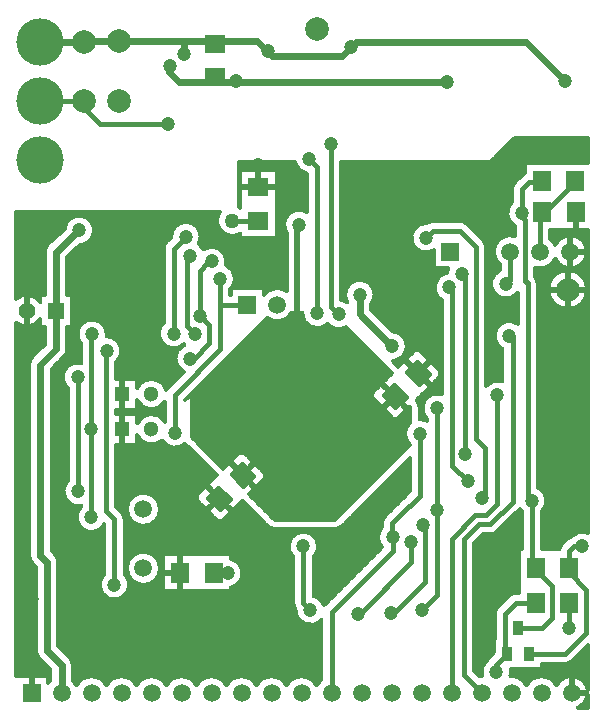
<source format=gbl>
%FSLAX43Y43*%
%MOMM*%
G71*
G01*
G75*
G04 Layer_Physical_Order=2*
%ADD10C,0.300*%
%ADD11R,1.600X1.800*%
%ADD12R,1.800X1.600*%
%ADD13C,0.125*%
%ADD14R,0.600X1.700*%
%ADD15R,0.600X1.700*%
%ADD16R,0.600X2.200*%
%ADD17R,0.600X2.200*%
%ADD18R,1.450X0.550*%
%ADD19R,1.450X0.550*%
%ADD20R,0.600X2.150*%
%ADD21R,0.600X2.150*%
%ADD22O,2.000X1.000*%
%ADD23R,2.000X1.000*%
%ADD24C,0.500*%
%ADD25C,0.400*%
%ADD26C,2.000*%
%ADD27C,1.500*%
%ADD28R,1.500X1.500*%
%ADD29R,1.300X1.300*%
%ADD30C,1.300*%
%ADD31C,4.000*%
%ADD32C,1.400*%
%ADD33R,1.400X1.400*%
%ADD34C,1.270*%
%ADD35C,1.200*%
%ADD36R,0.850X1.300*%
%ADD37C,0.600*%
D10*
X22068Y38818D02*
G03*
X24143Y39275I841J1119D01*
G01*
X25031D02*
G03*
X27156Y38306I1247J-79D01*
G01*
G03*
X28698Y38027I944J819D01*
G01*
X34150Y29964D02*
G03*
X34125Y28108I825J-939D01*
G01*
X3690Y8128D02*
G03*
X3500Y7913I950J-1028D01*
G01*
X2475Y10650D02*
G03*
X2753Y9978I950J0D01*
G01*
X2475Y10650D02*
G03*
X2753Y9978I950J0D01*
G01*
X1900Y18700D02*
G03*
X2178Y18028I950J0D01*
G01*
X1900Y18700D02*
G03*
X2178Y18028I950J0D01*
G01*
X5910Y7689D02*
G03*
X5590Y8128I-1270J-589D01*
G01*
Y9435D02*
G03*
X5312Y10107I-950J0D01*
G01*
X5590Y9435D02*
G03*
X5312Y10107I-950J0D01*
G01*
X8450Y7689D02*
G03*
X5910Y7689I-1270J-589D01*
G01*
X8275Y17142D02*
G03*
X10375Y16225I850J-917D01*
G01*
X4375Y18125D02*
G03*
X4097Y18797I-950J0D01*
G01*
X4375Y18125D02*
G03*
X4097Y18797I-950J0D01*
G01*
X10375Y16225D02*
G03*
X9975Y17142I-1250J0D01*
G01*
X6325Y22867D02*
G03*
X8275Y21356I850J-917D01*
G01*
X5162Y25005D02*
G03*
X6325Y22906I888J-880D01*
G01*
X9975Y21775D02*
G03*
X9726Y22376I-850J0D01*
G01*
X9975Y21775D02*
G03*
X9726Y22376I-850J0D01*
G01*
X10990Y7689D02*
G03*
X8450Y7689I-1270J-589D01*
G01*
X13530Y7689D02*
G03*
X10990Y7689I-1270J-589D01*
G01*
X16070D02*
G03*
X13530Y7689I-1270J-589D01*
G01*
X18610D02*
G03*
X16070Y7689I-1270J-589D01*
G01*
X21150D02*
G03*
X18610Y7689I-1270J-589D01*
G01*
X18963Y15978D02*
G03*
X19950Y17200I-263J1222D01*
G01*
X12975Y17617D02*
G03*
X12975Y17617I-1400J0D01*
G01*
Y22617D02*
G03*
X12975Y22617I-1400J0D01*
G01*
X19950Y17200D02*
G03*
X18963Y18422I-1250J0D01*
G01*
X2178Y35547D02*
G03*
X1900Y34875I672J-672D01*
G01*
X2178Y35547D02*
G03*
X1900Y34875I672J-672D01*
G01*
X4860Y35542D02*
G03*
X5139Y36214I-672J672D01*
G01*
X4860Y35542D02*
G03*
X5139Y36214I-672J672D01*
G01*
X6325Y35007D02*
G03*
X5162Y32872I-325J-1207D01*
G01*
X9275Y35086D02*
G03*
X9700Y36025I-825J939D01*
G01*
X800Y38417D02*
G03*
X2839Y38726I889J1016D01*
G01*
Y40140D02*
G03*
X800Y40450I-1150J-707D01*
G01*
X8475Y37450D02*
G03*
X6325Y36583I-1250J0D01*
G01*
X9700Y36025D02*
G03*
X8463Y37275I-1250J0D01*
G01*
G03*
X8475Y37450I-1238J175D01*
G01*
X3549Y45141D02*
G03*
X3239Y44439I640J-702D01*
G01*
X3550Y45142D02*
G03*
X3239Y44439I639J-703D01*
G01*
X7400Y46225D02*
G03*
X4910Y46380I-1250J0D01*
G01*
X6189Y44976D02*
G03*
X7400Y46225I-39J1249D01*
G01*
X11058Y28888D02*
G03*
X13164Y28456I1200J500D01*
G01*
X13400Y30009D02*
G03*
X11058Y29888I-1142J-621D01*
G01*
X13164Y28456D02*
G03*
X15105Y28164I1086J619D01*
G01*
X11058Y31863D02*
G03*
X13400Y31742I1200J500D01*
G01*
X13649Y32926D02*
G03*
X13504Y32733I601J-601D01*
G01*
X13649Y32926D02*
G03*
X13504Y32733I601J-601D01*
G01*
G03*
X11058Y32863I-1246J-370D01*
G01*
X13275Y38417D02*
G03*
X14988Y36595I850J-917D01*
G01*
X15052Y36532D02*
G03*
X14975Y34252I473J-1157D01*
G01*
X19024Y41337D02*
G03*
X19325Y42150I-949J813D01*
G01*
X13524Y45251D02*
G03*
X13275Y44650I601J-601D01*
G01*
X13524Y45251D02*
G03*
X13275Y44650I601J-601D01*
G01*
X16425Y45700D02*
G03*
X13926Y45653I-1250J0D01*
G01*
X18564Y43301D02*
G03*
X18600Y43600I-1214J299D01*
G01*
X19325Y42150D02*
G03*
X18564Y43301I-1250J0D01*
G01*
X16653Y44638D02*
G03*
X16273Y45102I-1128J-538D01*
G01*
X18600Y43600D02*
G03*
X16653Y44638I-1250J0D01*
G01*
X16273Y45102D02*
G03*
X16425Y45700I-1098J598D01*
G01*
X18022Y47750D02*
G03*
X19768Y45953I1078J-700D01*
G01*
X23690Y7689D02*
G03*
X21150Y7689I-1270J-589D01*
G01*
X26230D02*
G03*
X23690Y7689I-1270J-589D01*
G01*
X24275Y14650D02*
G03*
X24451Y14132I850J0D01*
G01*
X24275Y14650D02*
G03*
X24451Y14132I850J0D01*
G01*
G03*
X26650Y13263I1249J-57D01*
G01*
X26875Y14501D02*
G03*
X25975Y15294I-1175J-426D01*
G01*
X26375Y19475D02*
G03*
X24275Y18558I-1250J0D01*
G01*
X25975D02*
G03*
X26375Y19475I-850J917D01*
G01*
X26650Y8212D02*
G03*
X26230Y7689I850J-1112D01*
G01*
X40258Y8499D02*
G03*
X40014Y8488I-58J-1399D01*
G01*
X40701Y9875D02*
G03*
X40258Y8499I749J-1000D01*
G01*
X40849Y10075D02*
G03*
X40701Y9875I601J-601D01*
G01*
X40849Y10075D02*
G03*
X40701Y9875I601J-601D01*
G01*
X22108Y21160D02*
G03*
X22675Y20925I567J565D01*
G01*
X22109Y21159D02*
G03*
X22675Y20925I566J566D01*
G01*
X27800D02*
G03*
X28366Y21159I0J800D01*
G01*
X27800Y20925D02*
G03*
X28367Y21160I0J800D01*
G01*
X31780Y21110D02*
G03*
X31772Y19399I907J-860D01*
G01*
X32029Y22031D02*
G03*
X31780Y21430I601J-601D01*
G01*
X32029Y22031D02*
G03*
X31780Y21430I601J-601D01*
G01*
X34950Y31292D02*
G03*
X34716Y31858I-800J0D01*
G01*
X34950Y31292D02*
G03*
X34716Y31858I-800J0D01*
G01*
X35600Y30108D02*
G03*
X34950Y30275I-625J-1083D01*
G01*
X36850Y32359D02*
G03*
X35600Y30258I-400J-1184D01*
G01*
X42641Y8497D02*
G03*
X42700Y8875I-1191J378D01*
G01*
G03*
X42684Y9073I-1250J0D01*
G01*
X41574Y14376D02*
G03*
X41325Y13775I601J-601D01*
G01*
X41574Y14376D02*
G03*
X41325Y13775I601J-601D01*
G01*
X44010Y7689D02*
G03*
X42641Y8497I-1270J-589D01*
G01*
X46550Y7689D02*
G03*
X44010Y7689I-1270J-589D01*
G01*
X43093Y15543D02*
G03*
X42492Y15294I0J-850D01*
G01*
X43093Y15543D02*
G03*
X42492Y15294I0J-850D01*
G01*
X40950Y20500D02*
G03*
X41551Y20749I0J850D01*
G01*
X48340Y5800D02*
G03*
X49200Y6864I-520J1300D01*
G01*
Y7336D02*
G03*
X46550Y7689I-1380J-236D01*
G01*
X46999Y19676D02*
G03*
X46765Y19232I601J-601D01*
G01*
X46999Y19676D02*
G03*
X46765Y19232I601J-601D01*
G01*
X47783Y20297D02*
G03*
X47399Y20076I217J-822D01*
G01*
X47783Y20297D02*
G03*
X47399Y20076I217J-822D01*
G01*
X47273Y9523D02*
G03*
X47874Y9772I0J850D01*
G01*
X47273Y9523D02*
G03*
X47874Y9772I0J850D01*
G01*
X40950Y20500D02*
G03*
X41551Y20749I0J850D01*
G01*
X43430Y22628D02*
G03*
X43600Y22433I1020J722D01*
G01*
X45700Y23350D02*
G03*
X44950Y24496I-1250J0D01*
G01*
X41975Y33451D02*
G03*
X40575Y33057I-425J-1176D01*
G01*
X45300Y22433D02*
G03*
X45700Y23350I-850J917D01*
G01*
X49200Y20631D02*
G03*
X47783Y20297I-475J-1156D01*
G01*
X28846Y40128D02*
G03*
X28325Y40355I-746J-1003D01*
G01*
X30850Y39988D02*
G03*
X31150Y40800I-950J812D01*
G01*
X23700Y41093D02*
G03*
X21770Y40750I-790J-1156D01*
G01*
X31150Y40800D02*
G03*
X28846Y40128I-1250J0D01*
G01*
X32680Y35176D02*
G03*
X33875Y36425I-56J1249D01*
G01*
G03*
X32695Y37673I-1250J0D01*
G01*
X37278Y42634D02*
G03*
X36850Y40317I197J-1234D01*
G01*
X37365Y43016D02*
G03*
X37278Y42634I1160J-466D01*
G01*
X40575Y44825D02*
G03*
X40326Y45426I-850J0D01*
G01*
X40575Y44825D02*
G03*
X40326Y45426I-850J0D01*
G01*
X25429Y47775D02*
G03*
X23700Y46047I-679J-1050D01*
G01*
X24400Y52025D02*
G03*
X25429Y51040I1225J250D01*
G01*
X35527Y46850D02*
G03*
X36167Y44543I-27J-1250D01*
G01*
X36075Y47050D02*
G03*
X35527Y46850I0J-850D01*
G01*
X36075Y47050D02*
G03*
X35527Y46850I0J-850D01*
G01*
X38951Y46801D02*
G03*
X38350Y47050I-601J-601D01*
G01*
X38951Y46801D02*
G03*
X38350Y47050I-601J-601D01*
G01*
X43250Y38329D02*
G03*
X41975Y36184I-700J-1036D01*
G01*
X41781Y42858D02*
G03*
X43250Y40950I469J-1158D01*
G01*
X44950Y41775D02*
G03*
X44750Y42323I-850J0D01*
G01*
X44950Y41775D02*
G03*
X44750Y42323I-850J0D01*
G01*
Y43086D02*
G03*
X46457Y43826I437J1330D01*
G01*
X49150Y41225D02*
G03*
X49150Y41225I-1650J0D01*
G01*
X43050Y45756D02*
G03*
X41785Y43312I-403J-1341D01*
G01*
X42775Y48617D02*
G03*
X43050Y46590I850J-917D01*
G01*
X43024Y50301D02*
G03*
X42775Y49700I601J-601D01*
G01*
X43024Y50301D02*
G03*
X42775Y49700I601J-601D01*
G01*
X46457Y45005D02*
G03*
X46037Y45528I-1270J-589D01*
G01*
X46457Y43826D02*
G03*
X49127Y44416I1270J589D01*
G01*
G03*
X46457Y45005I-1400J0D01*
G01*
X43888Y51084D02*
G03*
X43631Y50907I344J-777D01*
G01*
X43888Y51084D02*
G03*
X43631Y50907I344J-777D01*
G01*
X17100Y27300D02*
Y33850D01*
X17200Y27200D02*
Y33950D01*
X17300Y27100D02*
Y34050D01*
X17200Y27200D02*
X19474D01*
X17300Y27100D02*
X19374D01*
X15675Y28725D02*
X18337Y26063D01*
X17100Y27300D02*
X19574D01*
X16700Y27700D02*
Y33450D01*
X16800Y27600D02*
Y33550D01*
X16900Y27500D02*
Y33650D01*
X16900Y27500D02*
X19774D01*
X17000Y27400D02*
X19674D01*
X16800Y27600D02*
X19874D01*
X17000Y27400D02*
Y33750D01*
X18200Y26200D02*
X18474D01*
X18000Y26400D02*
X18674D01*
X18100Y26300D02*
X18574D01*
X17800Y26600D02*
X18874D01*
X17900Y26500D02*
X18774D01*
X18337Y26063D02*
X19900Y27626D01*
X17700Y26700D02*
X18974D01*
X17400Y27000D02*
Y34150D01*
X17600Y26800D02*
X19074D01*
X17400Y27000D02*
X19274D01*
X17500Y26900D02*
X19174D01*
X19674Y27400D02*
X20127D01*
X19774Y27500D02*
X20027D01*
X18000Y26400D02*
Y34750D01*
X18100Y26300D02*
Y34850D01*
X18200Y26200D02*
Y34950D01*
X18300Y26100D02*
Y35050D01*
X18400Y26126D02*
Y35150D01*
X18500Y26226D02*
Y35250D01*
X18600Y26326D02*
Y35350D01*
X17500Y26900D02*
Y34250D01*
X17600Y26800D02*
Y34350D01*
X17700Y26700D02*
Y34450D01*
X17800Y26600D02*
Y34550D01*
X17900Y26500D02*
Y34650D01*
X18700Y26426D02*
Y35450D01*
X18800Y26526D02*
Y35550D01*
X18900Y26626D02*
Y35650D01*
X19000Y26726D02*
Y35750D01*
X19100Y26826D02*
Y35850D01*
X19200Y26926D02*
Y35950D01*
X19300Y27026D02*
Y36050D01*
X19400Y27126D02*
Y36150D01*
X19500Y27226D02*
Y36250D01*
X19600Y27326D02*
Y36350D01*
X19700Y27426D02*
Y36450D01*
X19800Y27526D02*
Y36550D01*
X19900Y27626D02*
Y36650D01*
X20000Y27527D02*
Y36750D01*
X20100Y27427D02*
Y36850D01*
X20200Y27327D02*
Y36950D01*
X20300Y27227D02*
Y37050D01*
X20700Y23700D02*
Y24042D01*
X20800Y23600D02*
Y24142D01*
X20900Y23500D02*
Y24242D01*
X20800Y23600D02*
X29675D01*
X20900Y23500D02*
X29575D01*
X20529Y23871D02*
X22675Y21725D01*
X20700Y23700D02*
X29775D01*
X20600Y23800D02*
Y23942D01*
X20529Y23871D02*
X22092Y25434D01*
X20558Y23900D02*
X29975D01*
X20600Y23800D02*
X29875D01*
X20658Y24000D02*
X30075D01*
X20758Y24100D02*
X30175D01*
X21100Y23300D02*
Y24442D01*
X21200Y23200D02*
Y24542D01*
X21300Y23100D02*
Y24642D01*
X21300Y23100D02*
X29175D01*
X21400Y23000D02*
X29075D01*
X21100Y23300D02*
X29375D01*
X21200Y23200D02*
X29275D01*
X20858Y24200D02*
X30275D01*
X21000Y23400D02*
X29475D01*
X20958Y24300D02*
X30375D01*
X21000Y23400D02*
Y24342D01*
X21058Y24400D02*
X30475D01*
X21158Y24500D02*
X30575D01*
X21258Y24600D02*
X30675D01*
X21358Y24700D02*
X30775D01*
X20400Y27127D02*
Y37150D01*
X20500Y27027D02*
Y37250D01*
X20600Y26927D02*
Y37350D01*
X20627Y26900D02*
X32975D01*
X19900Y27626D02*
X22092Y25434D01*
X20527Y27000D02*
X33075D01*
X20427Y27100D02*
X33175D01*
X20227Y27300D02*
X33375D01*
X20327Y27200D02*
X33275D01*
X20027Y27500D02*
X33575D01*
X20127Y27400D02*
X33475D01*
X16700Y27700D02*
X33775D01*
X19927Y27600D02*
X33675D01*
X21100Y26427D02*
Y37850D01*
X21200Y26327D02*
Y37950D01*
X21300Y26227D02*
Y38050D01*
X21227Y26300D02*
X32375D01*
X21327Y26200D02*
X32275D01*
X21127Y26400D02*
X32475D01*
X21400Y26127D02*
Y38150D01*
X20700Y26827D02*
Y37450D01*
X20800Y26727D02*
Y37550D01*
X20900Y26627D02*
Y37650D01*
X21000Y26527D02*
Y37750D01*
X20927Y26600D02*
X32675D01*
X21027Y26500D02*
X32575D01*
X20727Y26800D02*
X32875D01*
X20827Y26700D02*
X32775D01*
X15675Y28725D02*
Y32375D01*
X15100Y31839D02*
X15650Y32375D01*
X15700Y28700D02*
Y32450D01*
X15675Y31500D02*
X31477D01*
X15675Y31600D02*
X31377D01*
X15675Y31700D02*
X31277D01*
X15675Y31800D02*
X31177D01*
X15675Y32100D02*
X30877D01*
X15675Y32200D02*
X30777D01*
X15675Y32300D02*
X30774D01*
X15675Y31900D02*
X31077D01*
X15675Y32000D02*
X30977D01*
X15650Y32400D02*
X30874D01*
X15750Y32500D02*
X30974D01*
X16000Y28400D02*
Y32750D01*
X16100Y28300D02*
Y32850D01*
X16200Y28200D02*
Y32950D01*
X16300Y28100D02*
Y33050D01*
X16400Y28000D02*
Y33150D01*
X16500Y27900D02*
Y33250D01*
X16600Y27800D02*
Y33350D01*
X15800Y28600D02*
Y32550D01*
X15850Y32600D02*
X31074D01*
X15900Y28500D02*
Y32650D01*
X15950Y32700D02*
X31174D01*
X16050Y32800D02*
X31274D01*
X16150Y32900D02*
X31374D01*
X16250Y33000D02*
X31474D01*
X18550Y35300D02*
X31425D01*
X19050Y35800D02*
X30925D01*
X15100Y31850D02*
X22068Y38818D01*
X19150Y35900D02*
X30825D01*
X18650Y35400D02*
X31325D01*
X18750Y35500D02*
X31225D01*
X18850Y35600D02*
X31125D01*
X18950Y35700D02*
X31025D01*
X19650Y36400D02*
X30325D01*
X19750Y36500D02*
X30225D01*
X19850Y36600D02*
X30125D01*
X19250Y36000D02*
X30725D01*
X19350Y36100D02*
X30625D01*
X19450Y36200D02*
X30525D01*
X19550Y36300D02*
X30425D01*
X20350Y37100D02*
X29625D01*
X20450Y37200D02*
X29525D01*
X20550Y37300D02*
X29425D01*
X19950Y36700D02*
X30025D01*
X20050Y36800D02*
X29925D01*
X20150Y36900D02*
X29825D01*
X20250Y37000D02*
X29725D01*
X21050Y37800D02*
X28925D01*
X21150Y37900D02*
X27852D01*
X21250Y38000D02*
X25916D01*
X21350Y38100D02*
X25678D01*
X20650Y37400D02*
X29325D01*
X20750Y37500D02*
X29225D01*
X20850Y37600D02*
X29125D01*
X20950Y37700D02*
X29025D01*
X15675Y28800D02*
X33745D01*
X15675Y28900D02*
X33731D01*
X15675Y29000D02*
X33725D01*
X15700Y28700D02*
X33768D01*
X15675Y29100D02*
X33727D01*
X15675Y29200D02*
X33737D01*
X15675Y29300D02*
X33756D01*
X15675Y29400D02*
X33783D01*
X15675Y29500D02*
X33819D01*
X15675Y29600D02*
X33865D01*
X15675Y29700D02*
X33923D01*
X15675Y29800D02*
X33994D01*
X15675Y29900D02*
X34082D01*
X15675Y30000D02*
X34150D01*
X16600Y27800D02*
X33875D01*
X15900Y28500D02*
X33841D01*
X16000Y28400D02*
X33893D01*
X16400Y28000D02*
X34075D01*
X16500Y27900D02*
X33975D01*
X16100Y28300D02*
X33957D01*
X16200Y28200D02*
X34036D01*
X15675Y30400D02*
X32577D01*
X15675Y30500D02*
X32477D01*
X15675Y30600D02*
X32377D01*
X15675Y30700D02*
X32277D01*
X15675Y30100D02*
X32877D01*
X15800Y28600D02*
X33800D01*
X15675Y30200D02*
X32777D01*
X15675Y30300D02*
X32677D01*
X15675Y31200D02*
X31777D01*
X15675Y31300D02*
X31677D01*
X15675Y31400D02*
X31577D01*
X15675Y30800D02*
X32177D01*
X15675Y30900D02*
X32077D01*
X15675Y31000D02*
X31977D01*
X15675Y31100D02*
X31877D01*
X16350Y33100D02*
X31574D01*
X16450Y33200D02*
X31674D01*
X16550Y33300D02*
X31774D01*
X16650Y33400D02*
X31874D01*
X16750Y33500D02*
X31974D01*
X16850Y33600D02*
X32074D01*
X16950Y33700D02*
X32174D01*
X17050Y33800D02*
X32274D01*
X17150Y33900D02*
X32374D01*
X17650Y34400D02*
X32325D01*
X17250Y34000D02*
X32474D01*
X17350Y34100D02*
X32574D01*
X17450Y34200D02*
X32525D01*
X17550Y34300D02*
X32425D01*
X18150Y34900D02*
X31825D01*
X18250Y35000D02*
X31725D01*
X18350Y35100D02*
X31625D01*
X18450Y35200D02*
X31525D01*
X17750Y34500D02*
X32225D01*
X17850Y34600D02*
X32125D01*
X17950Y34700D02*
X32025D01*
X18050Y34800D02*
X31925D01*
X22500Y21900D02*
Y38598D01*
X22600Y21800D02*
Y38572D01*
X22700Y21725D02*
Y38553D01*
X25500Y21725D02*
Y38219D01*
X25600Y21725D02*
Y38147D01*
X25300Y21725D02*
Y38419D01*
X25400Y21725D02*
Y38307D01*
X21400Y23000D02*
Y24742D01*
X21500Y22900D02*
Y24842D01*
X21600Y22800D02*
Y24942D01*
X21700Y22700D02*
Y25042D01*
X21800Y22600D02*
Y25142D01*
X21900Y22500D02*
Y25242D01*
X22000Y22400D02*
Y25342D01*
X25900Y21725D02*
Y38005D01*
X25700Y21725D02*
Y38088D01*
X25800Y21725D02*
Y38042D01*
X26000Y21725D02*
Y37978D01*
X26100Y21725D02*
Y37959D01*
X26200Y21725D02*
Y37949D01*
X26300Y21725D02*
Y37946D01*
X26400Y21725D02*
Y37952D01*
X26500Y21725D02*
Y37966D01*
X26600Y21725D02*
Y37988D01*
X26700Y21725D02*
Y38019D01*
X26800Y21725D02*
Y38060D01*
X26900Y21725D02*
Y38111D01*
X27000Y21725D02*
Y38175D01*
X22800Y21725D02*
Y38541D01*
X22900Y21725D02*
Y38537D01*
X23000Y21725D02*
Y38540D01*
X23100Y21725D02*
Y38550D01*
X23200Y21725D02*
Y38567D01*
X23300Y21725D02*
Y38592D01*
X23400Y21725D02*
Y38626D01*
X22300Y22100D02*
Y38677D01*
X22100Y22300D02*
Y38795D01*
X22200Y22200D02*
Y38730D01*
X22400Y22000D02*
Y38633D01*
X23500Y21725D02*
Y38668D01*
X23600Y21725D02*
Y38719D01*
X23700Y21725D02*
Y38781D01*
X23800Y21725D02*
Y38857D01*
X23900Y21725D02*
Y38947D01*
X24000Y21725D02*
Y39059D01*
X24100Y21725D02*
Y39200D01*
X24200Y21725D02*
Y39275D01*
X24300Y21725D02*
Y39275D01*
X24400Y21725D02*
Y39275D01*
X24500Y21725D02*
Y39275D01*
X24600Y21725D02*
Y39275D01*
X24700Y21725D02*
Y39275D01*
X24800Y21725D02*
Y39275D01*
X25100Y21725D02*
Y38781D01*
X25200Y21725D02*
Y38565D01*
X24900Y21725D02*
Y39275D01*
X25000Y21725D02*
Y39275D01*
X22500Y21900D02*
X27975D01*
X22300Y22100D02*
X28175D01*
X22400Y22000D02*
X28075D01*
X22100Y22300D02*
X28375D01*
X22200Y22200D02*
X28275D01*
X21900Y22500D02*
X28575D01*
X22000Y22400D02*
X28475D01*
X21800Y22600D02*
X28675D01*
X21600Y22800D02*
X28875D01*
X21700Y22700D02*
X28775D01*
X21458Y24800D02*
X30875D01*
X21500Y22900D02*
X28975D01*
X21558Y24900D02*
X30975D01*
X21658Y25000D02*
X31075D01*
X22675Y21725D02*
X27800D01*
X22600Y21800D02*
X27875D01*
X30000Y23925D02*
Y36725D01*
X27800Y21725D02*
X34125Y28050D01*
X30300Y24225D02*
Y36425D01*
X30100Y24025D02*
Y36625D01*
X30200Y24125D02*
Y36525D01*
X30600Y24525D02*
Y36125D01*
X30700Y24625D02*
Y36025D01*
X30400Y24325D02*
Y36325D01*
X30500Y24425D02*
Y36225D01*
X31000Y24925D02*
Y31977D01*
X31100Y25025D02*
Y31877D01*
X30800Y24725D02*
Y32177D01*
X30900Y24825D02*
Y32077D01*
X27300Y21725D02*
Y38165D01*
X27100Y21725D02*
Y38254D01*
X27200Y21725D02*
Y38258D01*
X27600Y21725D02*
Y37979D01*
X27700Y21725D02*
Y37941D01*
X27400Y21725D02*
Y38089D01*
X27500Y21725D02*
Y38028D01*
X27800Y21725D02*
Y37912D01*
X27900Y21825D02*
Y37891D01*
X28000Y21925D02*
Y37879D01*
X28100Y22025D02*
Y37875D01*
X28200Y22125D02*
Y37879D01*
X28300Y22225D02*
Y37891D01*
X28400Y22325D02*
Y37911D01*
X28500Y22425D02*
Y37941D01*
X28600Y22525D02*
Y37979D01*
X28700Y22625D02*
Y38025D01*
X29000Y22925D02*
Y37725D01*
X29100Y23025D02*
Y37625D01*
X28800Y22725D02*
Y37925D01*
X28900Y22825D02*
Y37825D01*
X29400Y23325D02*
Y37325D01*
X29500Y23425D02*
Y37225D01*
X29200Y23125D02*
Y37525D01*
X29300Y23225D02*
Y37425D01*
X29800Y23725D02*
Y36925D01*
X29900Y23825D02*
Y36825D01*
X29600Y23525D02*
Y37125D01*
X29700Y23625D02*
Y37025D01*
X21758Y25100D02*
X31175D01*
X21900Y25242D02*
Y25627D01*
X22000Y25342D02*
Y25527D01*
X21858Y25200D02*
X31275D01*
X21958Y25300D02*
X31375D01*
X22058Y25400D02*
X31475D01*
X22027Y25500D02*
X31575D01*
X30800Y32177D02*
Y32326D01*
X30900Y32077D02*
Y32426D01*
X31000Y32526D02*
Y35725D01*
X21827Y25700D02*
X31775D01*
X21927Y25600D02*
X31675D01*
X21727Y25800D02*
X31875D01*
X31100Y32626D02*
Y35625D01*
X31400Y25325D02*
Y31577D01*
X31200Y25125D02*
Y31777D01*
X31300Y25225D02*
Y31677D01*
X31700Y25625D02*
Y31277D01*
X31800Y25725D02*
Y31177D01*
X31500Y25425D02*
Y31477D01*
X31600Y25525D02*
Y31377D01*
X31400Y32926D02*
Y35325D01*
X31500Y33026D02*
Y35225D01*
X31200Y32726D02*
Y35525D01*
X31300Y32826D02*
Y35425D01*
X31800Y33326D02*
Y34925D01*
X31900Y25825D02*
Y31077D01*
X31600Y33126D02*
Y35125D01*
X31700Y33226D02*
Y35025D01*
X21500Y26027D02*
Y38250D01*
X21600Y25927D02*
Y38350D01*
X21700Y25827D02*
Y38450D01*
X21450Y38200D02*
X25524D01*
X21800Y25727D02*
Y38550D01*
X21900Y25627D02*
Y38650D01*
X22000Y25527D02*
Y38750D01*
X21850Y38600D02*
X22495D01*
X21950Y38700D02*
X22254D01*
X21550Y38300D02*
X25408D01*
X21650Y38400D02*
X25315D01*
X21750Y38500D02*
X25241D01*
X23324Y38600D02*
X25180D01*
X26641Y38000D02*
X27555D01*
X26879Y38100D02*
X27385D01*
X30800Y32326D02*
Y35925D01*
X30900Y32426D02*
Y35825D01*
X28348Y37900D02*
X28825D01*
X23726Y38800D02*
X25093D01*
X23850Y38900D02*
X25064D01*
X23950Y39000D02*
X25044D01*
X24032Y39100D02*
X25033D01*
X23565Y38700D02*
X25132D01*
X27034Y38200D02*
X27259D01*
X24100Y39200D02*
X25029D01*
X24143Y39275D02*
X25031D01*
X21627Y25900D02*
X31975D01*
X21427Y26100D02*
X32175D01*
X21527Y26000D02*
X32075D01*
X32500Y26425D02*
Y30477D01*
X32600Y26525D02*
Y30377D01*
X32300Y26225D02*
Y30677D01*
X32400Y26325D02*
Y30577D01*
X32900Y26825D02*
Y30077D01*
X32700Y26625D02*
Y30277D01*
X32800Y26725D02*
Y30177D01*
X32958Y30100D02*
X34150D01*
X33000Y26925D02*
Y30142D01*
X32677Y30300D02*
X33158D01*
X32777Y30200D02*
X33058D01*
X33100Y27025D02*
Y30242D01*
X33200Y27125D02*
Y30342D01*
X33300Y27225D02*
Y30442D01*
X33800Y27725D02*
Y28599D01*
X33900Y27825D02*
Y28387D01*
X33400Y27325D02*
Y30542D01*
X33500Y27425D02*
Y30642D01*
X34000Y27925D02*
Y28243D01*
X34100Y28025D02*
Y28132D01*
X33058Y30200D02*
X34150D01*
X33158Y30300D02*
X34150D01*
X33258Y30400D02*
X34150D01*
X33358Y30500D02*
X34150D01*
X33458Y30600D02*
X34150D01*
X32200Y26125D02*
Y30777D01*
X32000Y25925D02*
Y30977D01*
X32100Y26025D02*
Y30877D01*
X30725Y32252D02*
X32917Y30060D01*
X30725Y32252D02*
X32599Y34126D01*
X32100Y33626D02*
Y34625D01*
X31900Y33426D02*
Y34825D01*
X32000Y33526D02*
Y34725D01*
X32300Y33826D02*
Y34425D01*
X32400Y33926D02*
Y34325D01*
X28698Y38027D02*
X32599Y34126D01*
X32200Y33726D02*
Y34525D01*
X33600Y27525D02*
Y30742D01*
X33700Y27625D02*
Y30842D01*
X33800Y29451D02*
Y30942D01*
X33900Y29663D02*
Y31042D01*
X34000Y29807D02*
Y31142D01*
X34100Y29918D02*
Y31242D01*
X34150Y29964D02*
Y31292D01*
X32917Y30060D02*
X34150Y31292D01*
X33558Y30700D02*
X34150D01*
X32500Y34026D02*
Y34225D01*
X33658Y30800D02*
X34150D01*
X33758Y30900D02*
X34150D01*
X33858Y31000D02*
X34150D01*
X33958Y31100D02*
X34150D01*
X800Y10300D02*
X2542D01*
X800Y10400D02*
X2509D01*
X800Y10500D02*
X2487D01*
X800Y10600D02*
X2476D01*
X800Y10700D02*
X2475D01*
X800Y10800D02*
X2475D01*
X800Y10900D02*
X2475D01*
X800Y11000D02*
X2475D01*
X2500Y8500D02*
Y10434D01*
X800Y11100D02*
X2475D01*
X800Y11200D02*
X2475D01*
X800Y11300D02*
X2475D01*
X800Y11400D02*
X2475D01*
X800Y11500D02*
X2475D01*
X800Y11600D02*
X2475D01*
X800Y11700D02*
X2475D01*
X800Y11800D02*
X2475D01*
X800Y11900D02*
X2475D01*
X800Y12000D02*
X2475D01*
X800Y12100D02*
X2475D01*
X800Y12200D02*
X2475D01*
X800Y12300D02*
X2475D01*
X800Y12400D02*
X2475D01*
X2100Y8500D02*
Y18117D01*
X2000Y8500D02*
Y18276D01*
X2300Y8500D02*
Y17907D01*
X2200Y8500D02*
Y18007D01*
X2475Y10650D02*
Y17732D01*
X2400Y8500D02*
Y17807D01*
X800Y12500D02*
X2475D01*
X800Y12600D02*
X2475D01*
X800Y8500D02*
X3500D01*
X800Y8600D02*
X3690D01*
X800Y8700D02*
X3690D01*
X800Y8800D02*
X3690D01*
X800Y9100D02*
X3632D01*
X800Y9200D02*
X3532D01*
X800Y8900D02*
X3690D01*
X800Y9000D02*
X3690D01*
X3300Y8500D02*
Y9432D01*
X3200Y8500D02*
Y9532D01*
X3500Y8100D02*
X3660D01*
X800Y9400D02*
X3332D01*
X800Y9500D02*
X3232D01*
X800Y9300D02*
X3432D01*
X3400Y8500D02*
Y9332D01*
X800Y9800D02*
X2932D01*
X800Y9900D02*
X2832D01*
X800Y9600D02*
X3132D01*
X800Y9700D02*
X3032D01*
X800Y10200D02*
X2588D01*
X800Y12700D02*
X2475D01*
X800Y10000D02*
X2732D01*
X800Y10100D02*
X2650D01*
X2700Y8500D02*
Y10036D01*
X2600Y8500D02*
Y10179D01*
X2900Y8500D02*
Y9832D01*
X2800Y8500D02*
Y9932D01*
X3100Y8500D02*
Y9632D01*
X2753Y9978D02*
X3690Y9042D01*
X3000Y8500D02*
Y9732D01*
X800Y12800D02*
X2475D01*
X800Y12900D02*
X2475D01*
X800Y13000D02*
X2475D01*
X800Y13100D02*
X2475D01*
X800Y13200D02*
X2475D01*
X800Y13300D02*
X2475D01*
X800Y13400D02*
X2475D01*
X800Y13500D02*
X2475D01*
X800Y13600D02*
X2475D01*
X800Y13700D02*
X2475D01*
X800Y13800D02*
X2475D01*
X800Y13900D02*
X2475D01*
X800Y14000D02*
X2475D01*
X800Y14100D02*
X2475D01*
X800Y14200D02*
X2475D01*
X800Y14300D02*
X2475D01*
X800Y17800D02*
X2407D01*
X800Y17900D02*
X2307D01*
X800Y14400D02*
X2475D01*
X800Y14500D02*
X2475D01*
X800Y18200D02*
X2042D01*
X800Y18300D02*
X1988D01*
X800Y18000D02*
X2207D01*
X800Y18100D02*
X2114D01*
X800Y18400D02*
X1949D01*
X800Y18500D02*
X1921D01*
X800Y18600D02*
X1905D01*
X800Y18700D02*
X1900D01*
X800Y18800D02*
X1900D01*
X800Y18900D02*
X1900D01*
X800Y14600D02*
X2475D01*
X800Y14700D02*
X2475D01*
X800Y14800D02*
X2475D01*
X800Y14900D02*
X2475D01*
X800Y15000D02*
X2475D01*
X800Y15100D02*
X2475D01*
X800Y15200D02*
X2475D01*
X800Y15300D02*
X2475D01*
X800Y15400D02*
X2475D01*
X800Y15500D02*
X2475D01*
X800Y15600D02*
X2475D01*
X800Y15700D02*
X2475D01*
X800Y15800D02*
X2475D01*
X800Y15900D02*
X2475D01*
X800Y16000D02*
X2475D01*
X800Y16100D02*
X2475D01*
X800Y16200D02*
X2475D01*
X800Y16300D02*
X2475D01*
X800Y16400D02*
X2475D01*
X800Y16500D02*
X2475D01*
X800Y16600D02*
X2475D01*
X800Y16700D02*
X2475D01*
X800Y16800D02*
X2475D01*
X800Y16900D02*
X2475D01*
X800Y17000D02*
X2475D01*
X800Y17100D02*
X2475D01*
X800Y17200D02*
X2475D01*
X800Y17300D02*
X2475D01*
X800Y17400D02*
X2475D01*
X800Y17500D02*
X2475D01*
X800Y17600D02*
X2475D01*
X800Y17700D02*
X2475D01*
X2178Y18028D02*
X2475Y17732D01*
X3500Y8200D02*
X3690D01*
X3500Y7913D02*
Y8500D01*
X5590Y8200D02*
X6314D01*
X3500Y8300D02*
X3690D01*
X3500Y8400D02*
X3690D01*
X5590Y8300D02*
X6459D01*
X3500Y8500D02*
X3690D01*
X5852Y7800D02*
X5968D01*
X5789Y7900D02*
X6031D01*
X8392Y7800D02*
X8508D01*
X8329Y7900D02*
X8571D01*
X5712Y8000D02*
X6108D01*
X5620Y8100D02*
X6200D01*
X5590Y8400D02*
X6660D01*
X5590Y8500D02*
X7165D01*
X3600Y8037D02*
Y9132D01*
X3500Y8500D02*
Y9232D01*
X3690Y8128D02*
Y9042D01*
X5590Y8128D02*
Y9435D01*
X4375Y11044D02*
X5312Y10107D01*
X4375Y11044D02*
Y18125D01*
X8300Y7940D02*
Y15286D01*
X8400Y7787D02*
Y15207D01*
X8500Y7787D02*
Y15143D01*
X8000Y8235D02*
Y15680D01*
X7900Y8301D02*
Y15977D01*
X8200Y8059D02*
Y15384D01*
X8100Y8155D02*
Y15510D01*
X8252Y8000D02*
X8648D01*
X8600Y7940D02*
Y15091D01*
X8160Y8100D02*
X8740D01*
X8046Y8200D02*
X8854D01*
X7901Y8300D02*
X8999D01*
X4375Y15000D02*
X8877D01*
X7700Y8400D02*
X9200D01*
X7195Y8500D02*
X9705D01*
X8800Y8155D02*
Y15018D01*
X8900Y8235D02*
Y14995D01*
X9000Y8301D02*
Y14981D01*
X9100Y8355D02*
Y14975D01*
X9200Y8400D02*
Y14977D01*
X9300Y8435D02*
Y14987D01*
X9400Y8463D02*
Y15006D01*
X9500Y8483D02*
Y15033D01*
X8700Y8059D02*
Y15050D01*
X9600Y8495D02*
Y15069D01*
X9700Y8500D02*
Y15115D01*
X9800Y8498D02*
Y15173D01*
X4375Y15100D02*
X8580D01*
X9900Y8488D02*
Y15244D01*
X10000Y8472D02*
Y15332D01*
X10700Y8100D02*
Y16525D01*
X10500Y8263D02*
Y16721D01*
X10800Y7991D02*
Y16451D01*
X10900Y7854D02*
Y16391D01*
X10100Y8447D02*
Y15443D01*
X10200Y8415D02*
Y15587D01*
X10300Y8374D02*
Y15798D01*
X10400Y8324D02*
Y16856D01*
X10600Y8189D02*
Y16613D01*
X4375Y15500D02*
X8107D01*
X4375Y15600D02*
X8043D01*
X4375Y15300D02*
X8284D01*
X4375Y15400D02*
X8186D01*
X4375Y15800D02*
X7950D01*
X4375Y15900D02*
X7918D01*
X4375Y15700D02*
X7991D01*
X4375Y16000D02*
X7895D01*
X4375Y16200D02*
X7875D01*
X4375Y16300D02*
X7877D01*
X4375Y16100D02*
X7881D01*
X4375Y16400D02*
X7887D01*
X4375Y16500D02*
X7906D01*
X4375Y16600D02*
X7933D01*
X4375Y16700D02*
X7969D01*
X4375Y16800D02*
X8015D01*
X4375Y16900D02*
X8073D01*
X4375Y17000D02*
X8144D01*
X4375Y17100D02*
X8232D01*
X4375Y17200D02*
X8275D01*
X4375Y17300D02*
X8275D01*
X4375Y17400D02*
X8275D01*
X4375Y17500D02*
X8275D01*
X4375Y17600D02*
X8275D01*
X4375Y17700D02*
X8275D01*
X4375Y17800D02*
X8275D01*
X4375Y17900D02*
X8275D01*
X4375Y18000D02*
X8275D01*
X4375Y18100D02*
X8275D01*
X4372Y18200D02*
X8275D01*
X4359Y18300D02*
X8275D01*
X4375Y15200D02*
X8410D01*
X10018Y17100D02*
X10274D01*
X9975Y17200D02*
X10239D01*
X9975Y17400D02*
X10192D01*
X9975Y17500D02*
X10180D01*
X9975Y17300D02*
X10212D01*
X9975Y17600D02*
X10175D01*
X10281Y16700D02*
X10518D01*
X10300Y16652D02*
Y17040D01*
X10344Y16500D02*
X10732D01*
X10317Y16600D02*
X10613D01*
X10177Y16900D02*
X10373D01*
X10200Y16863D02*
Y17355D01*
X10235Y16800D02*
X10439D01*
X10106Y17000D02*
X10319D01*
X9975Y17700D02*
X10178D01*
X4334Y18400D02*
X8275D01*
X9975Y17800D02*
X10187D01*
X9975Y17900D02*
X10204D01*
X4298Y18500D02*
X8275D01*
X4248Y18600D02*
X8275D01*
X4181Y18700D02*
X8275D01*
X4094Y18800D02*
X8275D01*
X9975Y18000D02*
X10229D01*
X9975Y18100D02*
X10261D01*
X9975Y18200D02*
X10302D01*
X9975Y18300D02*
X10353D01*
X9975Y18400D02*
X10414D01*
X9975Y18500D02*
X10489D01*
X9975Y18600D02*
X10578D01*
X9975Y18700D02*
X10688D01*
X9975Y18800D02*
X10826D01*
X800Y19000D02*
X1900D01*
X800Y19100D02*
X1900D01*
X800Y19200D02*
X1900D01*
X800Y19300D02*
X1900D01*
X800Y19400D02*
X1900D01*
X800Y19500D02*
X1900D01*
X800Y19600D02*
X1900D01*
X800Y19700D02*
X1900D01*
X800Y19800D02*
X1900D01*
X800Y19900D02*
X1900D01*
X800Y20000D02*
X1900D01*
X800Y20100D02*
X1900D01*
X800Y20200D02*
X1900D01*
X800Y20300D02*
X1900D01*
X800Y20400D02*
X1900D01*
X800Y20500D02*
X1900D01*
X900Y8500D02*
Y38338D01*
X800Y8500D02*
Y38417D01*
X1100Y8500D02*
Y38218D01*
X1000Y8500D02*
Y38272D01*
X800Y20600D02*
X1900D01*
X1200Y8500D02*
Y38175D01*
X800Y20700D02*
X1900D01*
X800Y20800D02*
X1900D01*
X1300Y8500D02*
Y38140D01*
X1400Y8500D02*
Y38114D01*
X1500Y8500D02*
Y38096D01*
X1600Y8500D02*
Y38086D01*
X1700Y8500D02*
Y38083D01*
X1800Y8500D02*
Y38088D01*
X1900Y18700D02*
Y34875D01*
X1900Y8500D02*
Y38100D01*
X3800Y19094D02*
X4097Y18797D01*
X3800Y19100D02*
X8275D01*
X3800Y19200D02*
X8275D01*
X3800Y19300D02*
X8275D01*
X3800Y19400D02*
X8275D01*
X3800Y19500D02*
X8275D01*
X3800Y19600D02*
X8275D01*
X3800Y19700D02*
X8275D01*
X3800Y19800D02*
X8275D01*
X3800Y19900D02*
X8275D01*
X3800Y20000D02*
X8275D01*
X3800Y20100D02*
X8275D01*
X3800Y20200D02*
X8275D01*
X3800Y20300D02*
X8275D01*
X3800Y20400D02*
X8275D01*
X3800Y20500D02*
X8275D01*
X800Y20900D02*
X1900D01*
X800Y21000D02*
X1900D01*
X3800Y20600D02*
X8275D01*
X800Y21100D02*
X1900D01*
X800Y21200D02*
X1900D01*
X800Y21300D02*
X1900D01*
X800Y21400D02*
X1900D01*
X800Y21500D02*
X1900D01*
X3800Y20900D02*
X6497D01*
X3800Y21000D02*
X6363D01*
X3800Y20700D02*
X8275D01*
X3800Y20800D02*
X6685D01*
X3800Y21300D02*
X6107D01*
X3800Y21500D02*
X6009D01*
X3800Y21100D02*
X6259D01*
X3800Y21200D02*
X6175D01*
X3800Y21400D02*
X6053D01*
X800Y21600D02*
X1900D01*
X800Y21700D02*
X1900D01*
X800Y21800D02*
X1900D01*
X800Y21900D02*
X1900D01*
X800Y22000D02*
X1900D01*
X800Y22100D02*
X1900D01*
X800Y22200D02*
X1900D01*
X800Y22300D02*
X1900D01*
X800Y22400D02*
X1900D01*
X800Y22500D02*
X1900D01*
X800Y22600D02*
X1900D01*
X800Y22700D02*
X1900D01*
X800Y22800D02*
X1900D01*
X800Y22900D02*
X1900D01*
X800Y23000D02*
X1900D01*
X800Y23100D02*
X1900D01*
X800Y23200D02*
X1900D01*
X800Y23300D02*
X1900D01*
X800Y23400D02*
X1900D01*
X800Y23500D02*
X1900D01*
X800Y23600D02*
X1900D01*
X800Y23700D02*
X1900D01*
X800Y23800D02*
X1900D01*
X800Y23900D02*
X1900D01*
X800Y24000D02*
X1900D01*
X800Y24100D02*
X1900D01*
X800Y24200D02*
X1900D01*
X800Y24300D02*
X1900D01*
X800Y24400D02*
X1900D01*
X800Y24500D02*
X1900D01*
X800Y24600D02*
X1900D01*
X800Y24700D02*
X1900D01*
X3800Y21700D02*
X5950D01*
X3800Y21800D02*
X5934D01*
X3800Y21600D02*
X5975D01*
X3800Y21900D02*
X5926D01*
X3800Y22000D02*
X5926D01*
X3800Y22100D02*
X5934D01*
X3800Y22200D02*
X5950D01*
X3800Y22300D02*
X5975D01*
X3800Y22400D02*
X6009D01*
X3800Y22500D02*
X6052D01*
X3800Y22600D02*
X6107D01*
X3800Y22700D02*
X6175D01*
X3800Y23000D02*
X5505D01*
X3800Y23100D02*
X5335D01*
X3800Y22800D02*
X6258D01*
X3800Y22900D02*
X5802D01*
X800Y24800D02*
X1900D01*
X800Y24900D02*
X1900D01*
X800Y25000D02*
X1900D01*
X800Y25100D02*
X1900D01*
X800Y25200D02*
X1900D01*
X800Y25300D02*
X1900D01*
X800Y25400D02*
X1900D01*
X800Y25500D02*
X1900D01*
X3800Y23400D02*
X5032D01*
X3800Y23500D02*
X4968D01*
X3800Y23200D02*
X5209D01*
X3800Y23300D02*
X5111D01*
X3800Y23700D02*
X4875D01*
X800Y25600D02*
X1900D01*
X3800Y23600D02*
X4916D01*
X3800Y23800D02*
X4843D01*
X3800Y23900D02*
X4820D01*
X5700Y8015D02*
Y22925D01*
X5800Y7884D02*
Y22900D01*
X6000Y7853D02*
Y21524D01*
X5900Y7710D02*
Y22884D01*
X5500Y9839D02*
Y23003D01*
X5400Y10005D02*
Y23057D01*
X6100Y7991D02*
Y21312D01*
X5600Y8119D02*
Y22959D01*
X6300Y8189D02*
Y21057D01*
X6200Y8100D02*
Y21168D01*
X6500Y8324D02*
Y20898D01*
X6400Y8263D02*
Y20969D01*
X6600Y8374D02*
Y20840D01*
X6700Y8415D02*
Y20794D01*
X6800Y8447D02*
Y20758D01*
X6900Y8472D02*
Y20731D01*
X4200Y18675D02*
Y34881D01*
X4300Y18495D02*
Y34981D01*
X4400Y11019D02*
Y35081D01*
X4500Y10919D02*
Y35181D01*
X3800Y19094D02*
Y34481D01*
X3900Y18994D02*
Y34581D01*
X4000Y18894D02*
Y34681D01*
X4100Y18794D02*
Y34781D01*
X5100Y10319D02*
Y23313D01*
X5000Y10419D02*
Y23447D01*
X5300Y10119D02*
Y23125D01*
X5200Y10219D02*
Y23209D01*
X4600Y10819D02*
Y35281D01*
X4700Y10719D02*
Y35381D01*
X4900Y10519D02*
Y23635D01*
X4800Y10619D02*
Y33450D01*
X7100Y8498D02*
Y20702D01*
X7000Y8488D02*
Y20712D01*
X7200Y8500D02*
Y20700D01*
X7300Y8495D02*
Y20706D01*
X7400Y8483D02*
Y20720D01*
X7500Y8463D02*
Y20743D01*
X3994Y18900D02*
X8275D01*
X3894Y19000D02*
X8275D01*
X7600Y8436D02*
Y20774D01*
X7700Y8400D02*
Y20816D01*
X7800Y8355D02*
Y20867D01*
X7900Y16473D02*
Y20932D01*
X7665Y20800D02*
X8275D01*
X8000Y16770D02*
Y21011D01*
X7853Y20900D02*
X8275D01*
X7987Y21000D02*
X8275D01*
X8100Y16940D02*
Y21109D01*
X8200Y17066D02*
Y21234D01*
X8275Y17142D02*
Y21356D01*
X9975Y17142D02*
Y21775D01*
X8091Y21100D02*
X8275D01*
X8175Y21200D02*
X8275D01*
X9975Y21500D02*
X10732D01*
X10000Y17118D02*
Y28088D01*
X10100Y17007D02*
Y28088D01*
X10300Y18195D02*
Y22040D01*
X10200Y17879D02*
Y22355D01*
X10500Y18514D02*
Y21721D01*
X10400Y18378D02*
Y21856D01*
X10800Y18783D02*
Y21451D01*
X10600Y18622D02*
Y21613D01*
X10700Y18710D02*
Y21525D01*
X3800Y24000D02*
X4806D01*
X3800Y24100D02*
X4800D01*
X3800Y24200D02*
X4802D01*
X3800Y24300D02*
X4812D01*
X3800Y24400D02*
X4831D01*
X3800Y24500D02*
X4858D01*
X3800Y24600D02*
X4894D01*
X3800Y24700D02*
X4940D01*
X6000Y22376D02*
Y22876D01*
X6100Y22588D02*
Y22876D01*
X9275Y22827D02*
X9726Y22376D01*
X6200Y22732D02*
Y22884D01*
X3800Y24800D02*
X4998D01*
X3800Y24900D02*
X5069D01*
X3800Y25000D02*
X5157D01*
X5000Y24803D02*
Y33050D01*
X4900Y24615D02*
Y33206D01*
X3800Y25100D02*
X5162D01*
X3800Y25200D02*
X5162D01*
X3800Y25300D02*
X5162D01*
X3800Y25400D02*
X5162D01*
X3800Y25500D02*
X5162D01*
X3800Y25600D02*
X5162D01*
X9500Y22602D02*
Y28088D01*
X9600Y22502D02*
Y28088D01*
X9700Y22402D02*
Y28088D01*
X9800Y22292D02*
Y28088D01*
X5100Y24937D02*
Y32933D01*
X5162Y25005D02*
Y32872D01*
X9275Y22827D02*
Y28088D01*
X9300Y22802D02*
Y28088D01*
X9400Y22702D02*
Y28088D01*
X9702Y22400D02*
X10192D01*
X9602Y22500D02*
X10180D01*
X9502Y22600D02*
X10175D01*
X9402Y22700D02*
X10178D01*
X9302Y22800D02*
X10187D01*
X9275Y22900D02*
X10204D01*
X9975Y21800D02*
X10439D01*
X9966Y21900D02*
X10373D01*
X9975Y21600D02*
X10613D01*
X9975Y21700D02*
X10518D01*
X9910Y22100D02*
X10274D01*
X9861Y22200D02*
X10239D01*
X9945Y22000D02*
X10319D01*
X9794Y22300D02*
X10212D01*
X9275Y23000D02*
X10229D01*
X9275Y23100D02*
X10261D01*
X9275Y23200D02*
X10302D01*
X9275Y23300D02*
X10353D01*
X9275Y23400D02*
X10414D01*
X9275Y23500D02*
X10489D01*
X9275Y23600D02*
X10578D01*
X9275Y23700D02*
X10688D01*
X9900Y22124D02*
Y28088D01*
X10200Y22879D02*
Y28088D01*
X10300Y23195D02*
Y28088D01*
X10400Y23378D02*
Y28088D01*
X10500Y23514D02*
Y28088D01*
X10600Y23622D02*
Y28088D01*
X9275Y23800D02*
X10826D01*
X10700Y23710D02*
Y28088D01*
X10800Y23783D02*
Y28088D01*
X10869Y7900D02*
X11111D01*
X10792Y8000D02*
X11188D01*
X10700Y8100D02*
X11280D01*
X10586Y8200D02*
X11394D01*
X10441Y8300D02*
X11539D01*
X10240Y8400D02*
X11740D01*
X9735Y8500D02*
X12245D01*
X10932Y7800D02*
X11048D01*
X11200Y8014D02*
Y16268D01*
X11300Y8119D02*
Y16245D01*
X11400Y8205D02*
Y16228D01*
X11500Y8276D02*
Y16219D01*
X12981Y8300D02*
X14079D01*
X12780Y8400D02*
X14280D01*
X11000Y7710D02*
Y16341D01*
X11100Y7884D02*
Y16300D01*
X11600Y8335D02*
Y16217D01*
X11700Y8383D02*
Y16223D01*
X11800Y8422D02*
Y16235D01*
X11900Y8453D02*
Y16255D01*
X12000Y8476D02*
Y16283D01*
X12100Y8491D02*
Y16319D01*
X12200Y8499D02*
Y16364D01*
X12700Y8429D02*
Y16784D01*
X12800Y8392D02*
Y16939D01*
X12900Y8345D02*
Y17164D01*
X12300Y8499D02*
Y16419D01*
X12400Y8493D02*
Y16486D01*
X12500Y8479D02*
Y16566D01*
X12600Y8458D02*
Y16663D01*
X5590Y8600D02*
X26650D01*
X5590Y8700D02*
X26650D01*
X5590Y8800D02*
X26650D01*
X5590Y8900D02*
X26650D01*
X5590Y9000D02*
X26650D01*
X5590Y9100D02*
X26650D01*
X5468Y9900D02*
X26650D01*
X5404Y10000D02*
X26650D01*
X12275Y8500D02*
X14785D01*
X5590Y9200D02*
X26650D01*
X5590Y9300D02*
X26650D01*
X5590Y9400D02*
X26650D01*
X5588Y9500D02*
X26650D01*
X5576Y9600D02*
X26650D01*
X5552Y9700D02*
X26650D01*
X5517Y9800D02*
X26650D01*
X4419Y11000D02*
X26650D01*
X4375Y11100D02*
X26650D01*
X4375Y11200D02*
X26650D01*
X4375Y11300D02*
X26650D01*
X4375Y11400D02*
X26650D01*
X4375Y11500D02*
X26650D01*
X4375Y11600D02*
X26650D01*
X4375Y11700D02*
X26650D01*
X5319Y10100D02*
X26650D01*
X5219Y10200D02*
X26650D01*
X5119Y10300D02*
X26650D01*
X5019Y10400D02*
X26650D01*
X4919Y10500D02*
X26650D01*
X4819Y10600D02*
X26650D01*
X4719Y10700D02*
X26650D01*
X4519Y10900D02*
X26650D01*
X4619Y10800D02*
X26650D01*
X4375Y14600D02*
X24276D01*
X4375Y14700D02*
X24275D01*
X4375Y14800D02*
X24275D01*
X4375Y14900D02*
X24275D01*
X9373Y15000D02*
X24275D01*
X10300Y15800D02*
X13263D01*
X9670Y15100D02*
X24275D01*
X9840Y15200D02*
X24275D01*
X10332Y15900D02*
X13263D01*
X10355Y16000D02*
X13263D01*
X10369Y16100D02*
X13263D01*
X10375Y16200D02*
X13263D01*
X10373Y16300D02*
X11101D01*
X10363Y16400D02*
X10884D01*
X12049Y16300D02*
X13263D01*
X12267Y16400D02*
X13263D01*
X12419Y16500D02*
X13263D01*
X12537Y16600D02*
X13263D01*
X12633Y16700D02*
X13263D01*
X12712Y16800D02*
X13263D01*
X12777Y16900D02*
X13263D01*
X12832Y17000D02*
X13263D01*
X12876Y17100D02*
X13263D01*
X12797Y18300D02*
X13263D01*
X12912Y17200D02*
X13263D01*
X12939Y17300D02*
X13263D01*
X12958Y17400D02*
X13263D01*
X12970Y17500D02*
X13263D01*
X12975Y17600D02*
X13263D01*
X12922Y18000D02*
X13263D01*
X12889Y18100D02*
X13263D01*
X12848Y18200D02*
X13263D01*
X4375Y11800D02*
X26650D01*
X4375Y11900D02*
X26650D01*
X4375Y12000D02*
X26650D01*
X4375Y12100D02*
X26650D01*
X4375Y12200D02*
X26650D01*
X4375Y12300D02*
X26650D01*
X4375Y12400D02*
X26650D01*
X4375Y12500D02*
X26650D01*
X4375Y12600D02*
X26650D01*
X4375Y12900D02*
X25274D01*
X4375Y12700D02*
X26650D01*
X4375Y12800D02*
X26650D01*
X4375Y13200D02*
X24807D01*
X4375Y13300D02*
X24719D01*
X4375Y13000D02*
X25062D01*
X4375Y13100D02*
X24918D01*
X4375Y13500D02*
X24590D01*
X4375Y13700D02*
X24508D01*
X4375Y13400D02*
X24648D01*
X4375Y13600D02*
X24544D01*
X4375Y13800D02*
X24481D01*
X4375Y13900D02*
X24462D01*
X4375Y14000D02*
X24452D01*
X4375Y14100D02*
X24450D01*
X4375Y14300D02*
X24350D01*
X4375Y14400D02*
X24313D01*
X4375Y14200D02*
X24404D01*
X4375Y14500D02*
X24288D01*
X9966Y15300D02*
X24275D01*
X10064Y15400D02*
X24275D01*
X10143Y15500D02*
X24275D01*
X10207Y15600D02*
X24275D01*
X10259Y15700D02*
X24275D01*
X13400Y7913D02*
Y15707D01*
X13500Y7750D02*
Y15707D01*
X13472Y7800D02*
X13588D01*
X13409Y7900D02*
X13651D01*
X13332Y8000D02*
X13728D01*
X13300Y8037D02*
Y15707D01*
X13240Y8100D02*
X13820D01*
X13126Y8200D02*
X13934D01*
X13600Y7821D02*
Y15707D01*
X16012Y7800D02*
X16128D01*
X15949Y7900D02*
X16191D01*
X13700Y7966D02*
Y15707D01*
X13800Y8080D02*
Y15707D01*
X15872Y8000D02*
X16268D01*
X15780Y8100D02*
X16360D01*
X13900Y8172D02*
Y15707D01*
X14000Y8249D02*
Y15707D01*
X14100Y8312D02*
Y15707D01*
X15500Y8312D02*
Y15707D01*
X14200Y8365D02*
Y15707D01*
X14300Y8408D02*
Y15707D01*
X15300Y8408D02*
Y15707D01*
X15400Y8365D02*
Y15707D01*
X15800Y8080D02*
Y15707D01*
X15900Y7966D02*
Y15707D01*
X16000Y7821D02*
Y15707D01*
X16200Y7912D02*
Y15707D01*
X15600Y8249D02*
Y15707D01*
X15700Y8172D02*
Y15707D01*
X16300Y8037D02*
Y15707D01*
X16400Y8137D02*
Y15707D01*
X15666Y8200D02*
X16474D01*
X16500Y8220D02*
Y15707D01*
X18320Y8100D02*
X18900D01*
X15521Y8300D02*
X16619D01*
X15320Y8400D02*
X16820D01*
X18206Y8200D02*
X19014D01*
X18061Y8300D02*
X19159D01*
X18552Y7800D02*
X18668D01*
X18489Y7900D02*
X18731D01*
X18412Y8000D02*
X18808D01*
X20952D02*
X21348D01*
X20860Y8100D02*
X21440D01*
X20746Y8200D02*
X21554D01*
X20601Y8300D02*
X21699D01*
X16600Y8288D02*
Y15707D01*
X16700Y8345D02*
Y15707D01*
X18200Y8205D02*
Y15707D01*
X18300Y8119D02*
Y15707D01*
X16800Y8392D02*
Y15707D01*
X16900Y8429D02*
Y15707D01*
X18000Y8335D02*
Y15707D01*
X18100Y8276D02*
Y15707D01*
X18400Y8015D02*
Y15707D01*
X18500Y7884D02*
Y15707D01*
X18600Y7710D02*
Y15707D01*
X18700Y7853D02*
Y15707D01*
X18800Y7991D02*
Y15707D01*
X18900Y8100D02*
Y15707D01*
X19000Y8189D02*
Y15987D01*
X19100Y8263D02*
Y16016D01*
X19200Y8324D02*
Y16054D01*
X14400Y8442D02*
Y15707D01*
X14500Y8467D02*
Y15707D01*
X14600Y8486D02*
Y15707D01*
X14700Y8496D02*
Y15707D01*
X14800Y8500D02*
Y15707D01*
X14900Y8496D02*
Y15707D01*
X14815Y8500D02*
X17325D01*
X13263Y15707D02*
X16063D01*
X15000Y8486D02*
Y15707D01*
X15100Y8467D02*
Y15707D01*
X17860Y8400D02*
X19360D01*
X15200Y8442D02*
Y15707D01*
X17000Y8458D02*
Y15707D01*
X17100Y8479D02*
Y15707D01*
X17200Y8493D02*
Y15707D01*
X17300Y8499D02*
Y15707D01*
X17400Y8499D02*
Y15707D01*
X17500Y8491D02*
Y15707D01*
X16163D02*
X18963D01*
X12973Y17700D02*
X13263D01*
X12963Y17800D02*
X13263D01*
X12946Y17900D02*
X13263D01*
X17800Y8422D02*
Y15707D01*
X17900Y8383D02*
Y15707D01*
X19300Y8374D02*
Y16103D01*
X19400Y8415D02*
Y16164D01*
X17600Y8476D02*
Y15707D01*
X17700Y8453D02*
Y15707D01*
X18963D02*
Y15978D01*
X19500Y8447D02*
Y16239D01*
X19600Y8472D02*
Y16332D01*
X17355Y8500D02*
X19865D01*
X18963Y15800D02*
X24275D01*
X18963Y15900D02*
X24275D01*
X19050Y16000D02*
X24275D01*
X19294Y16100D02*
X24275D01*
X19450Y16200D02*
X24275D01*
X19567Y16300D02*
X24275D01*
X19660Y16400D02*
X24275D01*
X19700Y8488D02*
Y16450D01*
X19800Y8498D02*
Y16606D01*
X20400Y8400D02*
X21900D01*
X19895Y8500D02*
X22405D01*
X19736Y16500D02*
X24275D01*
X19900Y8500D02*
Y16850D01*
X19797Y16600D02*
X24275D01*
X19846Y16700D02*
X24275D01*
X19884Y16800D02*
X24275D01*
X19797Y17800D02*
X24275D01*
X19736Y17900D02*
X24275D01*
X19661Y18000D02*
X24275D01*
X19568Y18100D02*
X24275D01*
X19450Y18200D02*
X24275D01*
X19294Y18300D02*
X24275D01*
X19913Y16900D02*
X24275D01*
X19934Y17000D02*
X24275D01*
X19946Y17100D02*
X24275D01*
X19950Y17200D02*
X24275D01*
X19946Y17300D02*
X24275D01*
X19934Y17400D02*
X24275D01*
X19913Y17500D02*
X24275D01*
X19884Y17600D02*
X24275D01*
X19846Y17700D02*
X24275D01*
X9975Y18900D02*
X11014D01*
X11000Y18894D02*
Y21341D01*
X9975Y19000D02*
X11356D01*
X11200Y18966D02*
Y21268D01*
X11100Y18934D02*
Y21300D01*
X11300Y18990D02*
Y21245D01*
X11400Y19006D02*
Y21228D01*
X11800Y18999D02*
Y21235D01*
X11900Y18979D02*
Y21255D01*
X12736Y18400D02*
X13263D01*
Y15707D02*
Y18807D01*
X11500Y19015D02*
Y21219D01*
X11600Y19017D02*
Y21217D01*
X11700Y19012D02*
Y21223D01*
X12000Y18951D02*
Y21283D01*
X12100Y18915D02*
Y21319D01*
X10900Y18844D02*
Y21391D01*
X12300Y18815D02*
Y21419D01*
X12400Y18749D02*
Y21486D01*
X9975Y21300D02*
X11101D01*
X9975Y21400D02*
X10884D01*
X12200Y18870D02*
Y21364D01*
X12900Y18070D02*
Y22164D01*
X13000Y8289D02*
Y28321D01*
X13100Y8220D02*
Y28398D01*
X13200Y8138D02*
Y28397D01*
X12500Y18668D02*
Y21566D01*
X12600Y18571D02*
Y21663D01*
X12700Y18451D02*
Y21784D01*
X12800Y18296D02*
Y21939D01*
X9975Y19100D02*
X23933D01*
X9975Y19200D02*
X23906D01*
X9975Y19300D02*
X23887D01*
X9975Y19400D02*
X23877D01*
X9975Y19500D02*
X23875D01*
X9975Y19600D02*
X23881D01*
X9975Y19700D02*
X23895D01*
X9975Y19800D02*
X23918D01*
X12662Y18500D02*
X13263D01*
X12572Y18600D02*
X13263D01*
X12463Y18700D02*
X13263D01*
X12324Y18800D02*
X13263D01*
Y18807D02*
X16063D01*
X12136Y18900D02*
X24015D01*
X11795Y19000D02*
X23969D01*
X9975Y19900D02*
X23949D01*
X9975Y20000D02*
X23991D01*
X9975Y20100D02*
X24042D01*
X9975Y20200D02*
X24107D01*
X9975Y20300D02*
X24186D01*
X9975Y20400D02*
X24284D01*
X9975Y20500D02*
X24409D01*
X9975Y20600D02*
X24580D01*
X9975Y20700D02*
X24876D01*
X13400Y18807D02*
Y28159D01*
X13300Y18807D02*
Y28263D01*
X9975Y20800D02*
X31565D01*
X13500Y18807D02*
Y28075D01*
X9975Y21200D02*
X22069D01*
X12049Y21300D02*
X21969D01*
X9975Y20900D02*
X31620D01*
X9975Y21000D02*
X22337D01*
X9975Y21100D02*
X22176D01*
X9275Y23900D02*
X11014D01*
X10900Y23844D02*
Y28088D01*
X12136Y23900D02*
X16174D01*
X11000Y23894D02*
Y28088D01*
X9275Y24000D02*
X11356D01*
X12100Y23915D02*
Y28098D01*
X11795Y24000D02*
X16274D01*
X12200Y23870D02*
Y28090D01*
X12736Y23400D02*
X16066D01*
X12662Y23500D02*
X15966D01*
X12848Y23200D02*
X16266D01*
X12797Y23300D02*
X16166D01*
X12572Y23600D02*
X15874D01*
X12300Y23815D02*
Y28089D01*
X12463Y23700D02*
X15974D01*
X12324Y23800D02*
X16074D01*
X11200Y23966D02*
Y28633D01*
X11100Y23934D02*
Y28798D01*
X11800Y23999D02*
Y28172D01*
X11300Y23990D02*
Y28510D01*
X11500Y24015D02*
Y28332D01*
X11400Y24006D02*
Y28412D01*
X11600Y24017D02*
Y28267D01*
X11700Y24012D02*
Y28214D01*
X12600Y23571D02*
Y28134D01*
X12700Y23451D02*
Y28166D01*
X12800Y23296D02*
Y28207D01*
X12900Y23070D02*
Y28258D01*
X11900Y23979D02*
Y28138D01*
X12000Y23951D02*
Y28114D01*
X12400Y23749D02*
Y28096D01*
X12500Y23668D02*
Y28111D01*
X12537Y21600D02*
X17866D01*
X12633Y21700D02*
X17766D01*
X12267Y21400D02*
X21869D01*
X12419Y21500D02*
X17966D01*
X12832Y22000D02*
X17466D01*
X12876Y22100D02*
X17366D01*
X12712Y21800D02*
X17666D01*
X12777Y21900D02*
X17566D01*
X12958Y22400D02*
X17066D01*
X12970Y22500D02*
X16966D01*
X12912Y22200D02*
X17266D01*
X12939Y22300D02*
X17166D01*
X12963Y22800D02*
X16666D01*
X12946Y22900D02*
X16566D01*
X12975Y22600D02*
X16866D01*
X12973Y22700D02*
X16766D01*
X9275Y24100D02*
X16374D01*
X9275Y24200D02*
X16474D01*
X9275Y24300D02*
X16574D01*
X9275Y24400D02*
X16674D01*
X9275Y24500D02*
X16774D01*
X9275Y24600D02*
X16874D01*
X9275Y24700D02*
X16974D01*
X9275Y24800D02*
X17074D01*
X12922Y23000D02*
X16466D01*
X12889Y23100D02*
X16366D01*
X9275Y24900D02*
X17174D01*
X9275Y25000D02*
X17274D01*
X9275Y25100D02*
X17374D01*
X9275Y25200D02*
X17474D01*
X9275Y25300D02*
X17574D01*
X9275Y25400D02*
X17674D01*
X9275Y25500D02*
X17769D01*
X14000Y18807D02*
Y27850D01*
X14100Y18807D02*
Y27834D01*
X14200Y18807D02*
Y27826D01*
X15600Y18807D02*
Y27669D01*
X15500Y18807D02*
Y27769D01*
X15800Y18807D02*
Y27469D01*
X15700Y18807D02*
Y27569D01*
X16000Y18807D02*
Y23466D01*
X15900Y18807D02*
Y23566D01*
X16300Y18807D02*
Y23166D01*
X16200Y18807D02*
Y23266D01*
X16500Y18807D02*
Y22966D01*
X16400Y18807D02*
Y23066D01*
X16700Y18807D02*
Y22766D01*
X16600Y18807D02*
Y22866D01*
X13600Y18807D02*
Y28007D01*
X13700Y18807D02*
Y27953D01*
X13800Y18807D02*
Y27909D01*
X13900Y18807D02*
Y27875D01*
X14300Y18807D02*
Y27826D01*
X14400Y18807D02*
Y27834D01*
X14500Y18807D02*
Y27850D01*
X14600Y18807D02*
Y27875D01*
X14700Y18807D02*
Y27909D01*
X14800Y18807D02*
Y27952D01*
X14900Y18807D02*
Y28007D01*
X15000Y18807D02*
Y28075D01*
X15200Y18807D02*
Y28069D01*
X15100Y18807D02*
Y28158D01*
X15400Y18807D02*
Y27869D01*
X15300Y18807D02*
Y27969D01*
X16163Y18807D02*
X18963D01*
X16900D02*
Y22566D01*
X18963Y18500D02*
X24275D01*
X17100Y18807D02*
Y22366D01*
X17000Y18807D02*
Y22466D01*
X17300Y18807D02*
Y22166D01*
X17200Y18807D02*
Y22266D01*
X18963Y18422D02*
Y18807D01*
X19000Y18413D02*
Y22342D01*
X20900Y8059D02*
Y22369D01*
X20800Y8155D02*
Y22469D01*
X18963Y18700D02*
X24144D01*
X19100Y18384D02*
Y22442D01*
X19050Y18400D02*
X24275D01*
X18963Y18600D02*
X24232D01*
X19500Y18161D02*
Y22842D01*
X19600Y18068D02*
Y22942D01*
X19700Y17950D02*
Y23042D01*
X19800Y17794D02*
Y23142D01*
X19200Y18346D02*
Y22542D01*
X16800Y18807D02*
Y22666D01*
X19300Y18297D02*
Y22642D01*
X19400Y18236D02*
Y22742D01*
X20400Y8400D02*
Y22869D01*
X20300Y8436D02*
Y22969D01*
X20700Y8235D02*
Y22569D01*
X20600Y8301D02*
Y22669D01*
X19900Y17550D02*
Y23242D01*
X20000Y8495D02*
Y23269D01*
X20500Y8355D02*
Y22769D01*
X20100Y8483D02*
Y23169D01*
X20200Y8463D02*
Y23069D01*
X17500Y18807D02*
Y21966D01*
X17400Y18807D02*
Y22066D01*
X15870Y23596D02*
X18062Y21404D01*
X16000Y23466D02*
Y23726D01*
X16100Y23366D02*
Y23826D01*
X15870Y23596D02*
X17771Y25498D01*
X17500Y25226D02*
Y25769D01*
X17700Y18807D02*
Y21766D01*
X17600Y18807D02*
Y21866D01*
X17900Y18807D02*
Y21566D01*
X17800Y18807D02*
Y21666D01*
X17700Y25426D02*
Y25569D01*
X17600Y25326D02*
Y25669D01*
X18100Y18807D02*
Y21442D01*
X18000Y18807D02*
Y21466D01*
X16000Y23726D02*
Y27269D01*
X15900Y23626D02*
Y27369D01*
X16200Y23926D02*
Y27069D01*
X16100Y23826D02*
Y27169D01*
X16400Y24126D02*
Y26869D01*
X16300Y24026D02*
Y26969D01*
X16500Y24226D02*
Y26769D01*
X15110Y28158D02*
X17769Y25500D01*
X16700Y24426D02*
Y26569D01*
X16600Y24326D02*
Y26669D01*
X16900Y24626D02*
Y26369D01*
X16800Y24526D02*
Y26469D01*
X17100Y24826D02*
Y26169D01*
X17000Y24726D02*
Y26269D01*
X17400Y25126D02*
Y25869D01*
X17200Y24926D02*
Y26069D01*
X17300Y25026D02*
Y25969D01*
X17966Y21500D02*
X18158D01*
X18200Y18807D02*
Y21542D01*
X18300Y18807D02*
Y21642D01*
X18400Y18807D02*
Y21742D01*
X17866Y21600D02*
X18258D01*
X18358Y21700D02*
X21569D01*
X18158Y21500D02*
X21769D01*
X18258Y21600D02*
X21669D01*
X18500Y18807D02*
Y21842D01*
X18600Y18807D02*
Y21942D01*
X18963Y18800D02*
X24073D01*
X18700Y18807D02*
Y22042D01*
X18658Y22000D02*
X21269D01*
X18758Y22100D02*
X21169D01*
X18458Y21800D02*
X21469D01*
X18558Y21900D02*
X21369D01*
X18800Y18807D02*
Y22142D01*
X18900Y18807D02*
Y22242D01*
X18858Y22200D02*
X21069D01*
X18062Y21404D02*
X19963Y23306D01*
X18958Y22300D02*
X20969D01*
X19058Y22400D02*
X20869D01*
X19258Y22600D02*
X20669D01*
X19358Y22700D02*
X20569D01*
X19158Y22500D02*
X20769D01*
X19964Y23305D02*
X22108Y21160D01*
X19758Y23100D02*
X20169D01*
X19858Y23200D02*
X20069D01*
X19458Y22800D02*
X20469D01*
X19558Y22900D02*
X20369D01*
X19658Y23000D02*
X20269D01*
X800Y25700D02*
X1900D01*
X800Y25800D02*
X1900D01*
X800Y25900D02*
X1900D01*
X800Y26000D02*
X1900D01*
X800Y26100D02*
X1900D01*
X800Y26200D02*
X1900D01*
X800Y26300D02*
X1900D01*
X800Y26400D02*
X1900D01*
X800Y26500D02*
X1900D01*
X800Y26600D02*
X1900D01*
X800Y26700D02*
X1900D01*
X800Y26800D02*
X1900D01*
X800Y26900D02*
X1900D01*
X800Y27000D02*
X1900D01*
X800Y27100D02*
X1900D01*
X800Y27200D02*
X1900D01*
X800Y27300D02*
X1900D01*
X800Y27400D02*
X1900D01*
X800Y27500D02*
X1900D01*
X800Y27600D02*
X1900D01*
X800Y27700D02*
X1900D01*
X800Y27800D02*
X1900D01*
X800Y27900D02*
X1900D01*
X800Y28000D02*
X1900D01*
X800Y28100D02*
X1900D01*
X800Y28200D02*
X1900D01*
X800Y28300D02*
X1900D01*
X800Y28400D02*
X1900D01*
X800Y28500D02*
X1900D01*
X800Y28600D02*
X1900D01*
X800Y28700D02*
X1900D01*
X800Y28800D02*
X1900D01*
X3800Y25700D02*
X5162D01*
X800Y28900D02*
X1900D01*
X3800Y25800D02*
X5162D01*
X3800Y25900D02*
X5162D01*
X800Y29000D02*
X1900D01*
X800Y29100D02*
X1900D01*
X800Y29200D02*
X1900D01*
X800Y29300D02*
X1900D01*
X3800Y26000D02*
X5162D01*
X3800Y26100D02*
X5162D01*
X3800Y26200D02*
X5162D01*
X3800Y26300D02*
X5162D01*
X3800Y26400D02*
X5162D01*
X3800Y26500D02*
X5162D01*
X3800Y26600D02*
X5162D01*
X3800Y26700D02*
X5162D01*
X800Y29400D02*
X1900D01*
X800Y29500D02*
X1900D01*
X800Y29600D02*
X1900D01*
X800Y29700D02*
X1900D01*
X800Y29800D02*
X1900D01*
X800Y29900D02*
X1900D01*
X800Y30000D02*
X1900D01*
X800Y30100D02*
X1900D01*
X800Y30200D02*
X1900D01*
X800Y30300D02*
X1900D01*
X800Y30400D02*
X1900D01*
X800Y30500D02*
X1900D01*
X800Y30600D02*
X1900D01*
X800Y30700D02*
X1900D01*
X800Y30800D02*
X1900D01*
X800Y30900D02*
X1900D01*
X800Y31000D02*
X1900D01*
X800Y31100D02*
X1900D01*
X800Y31200D02*
X1900D01*
X800Y31300D02*
X1900D01*
X800Y31400D02*
X1900D01*
X800Y31500D02*
X1900D01*
X800Y31600D02*
X1900D01*
X800Y31700D02*
X1900D01*
X800Y31800D02*
X1900D01*
X800Y31900D02*
X1900D01*
X800Y32000D02*
X1900D01*
X800Y32100D02*
X1900D01*
X800Y32200D02*
X1900D01*
X800Y32300D02*
X1900D01*
X800Y32400D02*
X1900D01*
X800Y32500D02*
X1900D01*
X800Y32600D02*
X1900D01*
X800Y32700D02*
X1900D01*
X800Y32800D02*
X1900D01*
X800Y32900D02*
X1900D01*
X800Y33000D02*
X1900D01*
X800Y33100D02*
X1900D01*
X800Y33200D02*
X1900D01*
X800Y33300D02*
X1900D01*
X800Y33400D02*
X1900D01*
X800Y33500D02*
X1900D01*
X800Y33600D02*
X1900D01*
X800Y33700D02*
X1900D01*
X800Y33800D02*
X1900D01*
X800Y33900D02*
X1900D01*
X800Y34000D02*
X1900D01*
X800Y34100D02*
X1900D01*
X800Y34200D02*
X1900D01*
X800Y34300D02*
X1900D01*
X800Y34400D02*
X1900D01*
X800Y34500D02*
X1900D01*
X800Y34600D02*
X1900D01*
X800Y34700D02*
X1900D01*
X800Y34800D02*
X1900D01*
X800Y34900D02*
X1900D01*
X800Y35000D02*
X1908D01*
X800Y35100D02*
X1927D01*
X800Y35200D02*
X1957D01*
X800Y35300D02*
X2000D01*
X800Y35400D02*
X2058D01*
X800Y35500D02*
X2134D01*
X800Y35600D02*
X2231D01*
X800Y35700D02*
X2331D01*
X800Y35800D02*
X2431D01*
X800Y35900D02*
X2531D01*
X800Y36000D02*
X2631D01*
X800Y36100D02*
X2731D01*
X800Y36200D02*
X2831D01*
X800Y36300D02*
X2931D01*
X800Y36400D02*
X3031D01*
X800Y36500D02*
X3131D01*
X2178Y35547D02*
X3239Y36607D01*
X800Y36600D02*
X3231D01*
X800Y36700D02*
X3239D01*
X800Y36800D02*
X3239D01*
X800Y36900D02*
X3239D01*
X800Y37000D02*
X3239D01*
X800Y37100D02*
X3239D01*
X800Y37200D02*
X3239D01*
X3800Y26800D02*
X5162D01*
X3800Y26900D02*
X5162D01*
X3800Y27000D02*
X5162D01*
X3800Y27100D02*
X5162D01*
X3800Y27200D02*
X5162D01*
X3800Y27300D02*
X5162D01*
X3800Y27400D02*
X5162D01*
X3800Y27500D02*
X5162D01*
X3800Y27600D02*
X5162D01*
X3800Y27700D02*
X5162D01*
X3800Y27800D02*
X5162D01*
X3800Y27900D02*
X5162D01*
X3800Y28000D02*
X5162D01*
X3800Y28100D02*
X5162D01*
X3800Y28200D02*
X5162D01*
X3800Y28300D02*
X5162D01*
X3800Y28400D02*
X5162D01*
X3800Y28500D02*
X5162D01*
X3800Y28600D02*
X5162D01*
X3800Y28700D02*
X5162D01*
X3800Y28800D02*
X5162D01*
X3800Y28900D02*
X5162D01*
X3800Y29000D02*
X5162D01*
X3800Y29100D02*
X5162D01*
X3800Y29200D02*
X5162D01*
X3800Y29300D02*
X5162D01*
X3800Y29400D02*
X5162D01*
X3800Y29500D02*
X5162D01*
X3800Y29600D02*
X5162D01*
X3800Y29700D02*
X5162D01*
X3800Y29800D02*
X5162D01*
X3800Y29900D02*
X5162D01*
X3800Y30000D02*
X5162D01*
X3800Y30100D02*
X5162D01*
X3800Y30200D02*
X5162D01*
X3800Y30300D02*
X5162D01*
X3800Y30400D02*
X5162D01*
X3800Y30500D02*
X5162D01*
X3800Y30600D02*
X5162D01*
X3800Y30700D02*
X5162D01*
X9275Y30688D02*
Y31063D01*
X9300Y30688D02*
Y31063D01*
X3800Y30800D02*
X5162D01*
X3800Y30900D02*
X5162D01*
X3800Y31000D02*
X5162D01*
X3800Y31100D02*
X5162D01*
X3800Y31200D02*
X5162D01*
X3800Y31300D02*
X5162D01*
X3800Y31400D02*
X5162D01*
X3800Y31500D02*
X5162D01*
X3800Y31600D02*
X5162D01*
X3800Y31700D02*
X5162D01*
X3800Y31800D02*
X5162D01*
X3800Y31900D02*
X5162D01*
X9400Y30688D02*
Y31063D01*
X9500Y30688D02*
Y31063D01*
X9600Y30688D02*
Y31063D01*
X9700Y30688D02*
Y31063D01*
X3800Y32000D02*
X5162D01*
X3800Y32100D02*
X5162D01*
X3800Y32200D02*
X5162D01*
X3800Y32300D02*
X5162D01*
X3800Y32400D02*
X5162D01*
X3800Y32500D02*
X5162D01*
X3800Y32600D02*
X5162D01*
X3800Y32700D02*
X5162D01*
X3800Y32800D02*
X5162D01*
X3800Y33100D02*
X4964D01*
X3800Y33200D02*
X4903D01*
X3800Y32900D02*
X5133D01*
X3800Y33000D02*
X5040D01*
X3800Y33500D02*
X4787D01*
X3800Y33600D02*
X4766D01*
X3800Y33300D02*
X4854D01*
X3800Y33400D02*
X4816D01*
X3800Y33700D02*
X4754D01*
X3800Y33800D02*
X4750D01*
X3800Y33900D02*
X4754D01*
X3800Y34000D02*
X4766D01*
X3800Y34100D02*
X4786D01*
X3800Y34200D02*
X4816D01*
X3800Y34300D02*
X4854D01*
X3800Y34400D02*
X4903D01*
X3818Y34500D02*
X4964D01*
X3800Y34481D02*
X4860Y35542D01*
X3918Y34600D02*
X5039D01*
X4018Y34700D02*
X5132D01*
X4800Y34150D02*
Y35481D01*
X4900Y34394D02*
Y35584D01*
X5000Y34550D02*
Y35719D01*
X5100Y34667D02*
Y35945D01*
X4118Y34800D02*
X5250D01*
X4218Y34900D02*
X5406D01*
X4318Y35000D02*
X5650D01*
X4418Y35100D02*
X6325D01*
X4518Y35200D02*
X6325D01*
X4618Y35300D02*
X6325D01*
X4718Y35400D02*
X6325D01*
X4818Y35500D02*
X6325D01*
X4914Y35600D02*
X6325D01*
X4988Y35700D02*
X6325D01*
X9275Y33663D02*
Y35086D01*
X9300Y33663D02*
Y35108D01*
X9400Y33663D02*
Y35212D01*
X9500Y33663D02*
Y35347D01*
X5044Y35800D02*
X6325D01*
X5085Y35900D02*
X6325D01*
X9600Y33663D02*
Y35535D01*
X5114Y36000D02*
X6325D01*
X5132Y36100D02*
X6325D01*
X5139Y36200D02*
X6325D01*
X5139Y36300D02*
X6325D01*
X5139Y36400D02*
X6325D01*
X5139Y36700D02*
X6225D01*
X5139Y36800D02*
X6157D01*
X5139Y36500D02*
X6325D01*
X5139Y36600D02*
X6309D01*
X6200Y35034D02*
Y36735D01*
X6100Y35046D02*
Y36905D01*
X9700Y33663D02*
Y36010D01*
X6325Y35007D02*
Y36583D01*
X5139Y36900D02*
X6103D01*
X5139Y37100D02*
X6025D01*
X5139Y37000D02*
X6059D01*
X6300Y35013D02*
Y36609D01*
X800Y38200D02*
X1140D01*
X800Y38300D02*
X955D01*
X800Y38100D02*
X1477D01*
X800Y40450D02*
Y47750D01*
X900Y40529D02*
Y47750D01*
X800Y40600D02*
X1009D01*
X800Y40700D02*
X1222D01*
X2000Y35299D02*
Y38120D01*
X2100Y35458D02*
Y38147D01*
X2200Y35568D02*
Y38184D01*
X2300Y35668D02*
Y38230D01*
X2400Y35768D02*
Y38286D01*
X2500Y35868D02*
Y38354D01*
X2600Y35968D02*
Y38437D01*
X1000Y40594D02*
Y47750D01*
X1100Y40648D02*
Y47750D01*
X1200Y40692D02*
Y47750D01*
X1300Y40726D02*
Y47750D01*
X1400Y40752D02*
Y47750D01*
X1500Y40770D02*
Y47750D01*
X1600Y40780D02*
Y47750D01*
X1700Y40783D02*
Y47750D01*
X2100Y40719D02*
Y47750D01*
X2300Y40637D02*
Y47750D01*
X2400Y40581D02*
Y47750D01*
X2500Y40512D02*
Y47750D01*
X1800Y40779D02*
Y47750D01*
X1900Y40767D02*
Y47750D01*
X2000Y40747D02*
Y47750D01*
X2200Y40683D02*
Y47750D01*
X800Y37300D02*
X3239D01*
X800Y37400D02*
X3239D01*
X800Y37500D02*
X3239D01*
X800Y37600D02*
X3239D01*
X800Y37700D02*
X3239D01*
X800Y37800D02*
X3239D01*
X800Y37900D02*
X3239D01*
X800Y38000D02*
X3239D01*
X1900Y38100D02*
X2839D01*
X2700Y36068D02*
Y38539D01*
X2900Y36268D02*
Y38083D01*
X2839D02*
X3239D01*
X2238Y38200D02*
X2839D01*
X2422Y38300D02*
X2839D01*
X2557Y38400D02*
X2839D01*
X2664Y38500D02*
X2839D01*
X2600Y40429D02*
Y47750D01*
X2516Y40500D02*
X2839D01*
X2368Y40600D02*
X2839D01*
X2156Y40700D02*
X2839D01*
X800Y40800D02*
X3239D01*
X800Y40900D02*
X3239D01*
X2800Y36168D02*
Y38667D01*
Y40200D02*
Y47750D01*
X2839Y38083D02*
Y38726D01*
Y40140D02*
Y40783D01*
X2724Y40300D02*
X2839D01*
X2700Y40327D02*
Y47750D01*
X2631Y40400D02*
X2839D01*
Y40783D02*
X3239D01*
X2900D02*
Y47750D01*
X800Y41000D02*
X3239D01*
X800Y41100D02*
X3239D01*
X800Y41200D02*
X3239D01*
X800Y41300D02*
X3239D01*
X800Y41400D02*
X3239D01*
X800Y41500D02*
X3239D01*
X800Y41600D02*
X3239D01*
X800Y41700D02*
X3239D01*
X800Y41800D02*
X3239D01*
X800Y41900D02*
X3239D01*
X800Y42000D02*
X3239D01*
X800Y42100D02*
X3239D01*
X800Y42200D02*
X3239D01*
X800Y42300D02*
X3239D01*
X800Y42400D02*
X3239D01*
X800Y42500D02*
X3239D01*
X800Y42600D02*
X3239D01*
X800Y42700D02*
X3239D01*
X800Y42800D02*
X3239D01*
X800Y42900D02*
X3239D01*
X800Y43000D02*
X3239D01*
X800Y43100D02*
X3239D01*
X800Y43200D02*
X3239D01*
X800Y43300D02*
X3239D01*
X800Y43400D02*
X3239D01*
X800Y43500D02*
X3239D01*
X800Y43600D02*
X3239D01*
X800Y43700D02*
X3239D01*
X800Y43800D02*
X3239D01*
X800Y43900D02*
X3239D01*
X800Y44000D02*
X3239D01*
X800Y44100D02*
X3239D01*
X800Y44200D02*
X3239D01*
X800Y44300D02*
X3239D01*
X800Y44400D02*
X3239D01*
X800Y44500D02*
X3241D01*
X800Y44600D02*
X3252D01*
X800Y44700D02*
X3275D01*
X800Y44800D02*
X3310D01*
X800Y44900D02*
X3358D01*
X800Y45000D02*
X3422D01*
X800Y45100D02*
X3507D01*
X800Y45200D02*
X3614D01*
X800Y45300D02*
X3723D01*
X800Y45400D02*
X3833D01*
X800Y45500D02*
X3943D01*
X800Y45600D02*
X4053D01*
X800Y45700D02*
X4163D01*
X800Y45800D02*
X4272D01*
X800Y45900D02*
X4382D01*
X800Y46000D02*
X4492D01*
X800Y46100D02*
X4602D01*
X800Y46200D02*
X4712D01*
X800Y46300D02*
X4821D01*
X800Y46400D02*
X4912D01*
X800Y46500D02*
X4931D01*
X800Y46600D02*
X4958D01*
X800Y46700D02*
X4994D01*
X800Y46800D02*
X5040D01*
X800Y46900D02*
X5098D01*
X800Y47000D02*
X5169D01*
X800Y47100D02*
X5257D01*
X800Y47200D02*
X5368D01*
X800Y47300D02*
X5512D01*
X800Y47400D02*
X5723D01*
X3000Y36368D02*
Y38083D01*
X3100Y36468D02*
Y38083D01*
X3200Y36568D02*
Y38083D01*
X3239Y36607D02*
Y38083D01*
X5139Y37200D02*
X6000D01*
X5139Y37300D02*
X5984D01*
X5139Y37400D02*
X5976D01*
X5139Y37500D02*
X5976D01*
X5200Y34760D02*
Y38083D01*
X5139Y36214D02*
Y38083D01*
X6000Y35050D02*
Y37202D01*
X5139Y37600D02*
X5984D01*
X5139Y37700D02*
X6000D01*
X5139Y37800D02*
X6025D01*
X5139Y37900D02*
X6059D01*
X5139Y38000D02*
X6102D01*
X5300Y34836D02*
Y38083D01*
X5400Y34897D02*
Y38083D01*
X5500Y34946D02*
Y38083D01*
X5139D02*
X5539D01*
Y38100D02*
X6157D01*
X5539Y38083D02*
Y40783D01*
Y38200D02*
X6225D01*
X5539Y38300D02*
X6308D01*
X5600Y34984D02*
Y44439D01*
X5700Y35013D02*
Y44530D01*
X5800Y35034D02*
Y44621D01*
X5900Y35046D02*
Y44712D01*
X6000Y37698D02*
Y44803D01*
X6100Y37995D02*
Y44894D01*
X6200Y38165D02*
Y44976D01*
X6300Y38291D02*
Y44984D01*
X5539Y38400D02*
X6412D01*
X6400Y38389D02*
Y45000D01*
X6500Y38468D02*
Y45025D01*
X5539Y38500D02*
X6547D01*
X6600Y38532D02*
Y45059D01*
X5539Y38600D02*
X6735D01*
X6700Y38584D02*
Y45102D01*
X7800Y38560D02*
Y47750D01*
X8000Y38431D02*
Y47750D01*
X6800Y38625D02*
Y45157D01*
X7600Y38642D02*
Y47750D01*
X7700Y38606D02*
Y47750D01*
X7900Y38502D02*
Y47750D01*
X8500Y37274D02*
Y47750D01*
X8600Y37266D02*
Y47750D01*
X8700Y37250D02*
Y47750D01*
X8800Y37225D02*
Y47750D01*
X8100Y38343D02*
Y47750D01*
X8200Y38232D02*
Y47750D01*
X8300Y38088D02*
Y47750D01*
X8400Y37877D02*
Y47750D01*
X9400Y36838D02*
Y47750D01*
X9500Y36703D02*
Y47750D01*
X9600Y36515D02*
Y47750D01*
X9700Y36040D02*
Y47750D01*
X8900Y37191D02*
Y47750D01*
X9000Y37148D02*
Y47750D01*
X9100Y37093D02*
Y47750D01*
X9200Y37025D02*
Y47750D01*
X9300Y36942D02*
Y47750D01*
X3000Y40783D02*
Y47750D01*
X3100Y40783D02*
Y47750D01*
X3239Y40783D02*
Y44439D01*
X3200Y40783D02*
Y47750D01*
X3300Y44774D02*
Y47750D01*
X3400Y44968D02*
Y47750D01*
X5139Y40783D02*
Y44019D01*
X5200Y40783D02*
Y44075D01*
X5300Y40783D02*
Y44166D01*
X5400Y40783D02*
Y44257D01*
X3500Y45093D02*
Y47750D01*
X3600Y45187D02*
Y47750D01*
X3550Y45142D02*
X4910Y46380D01*
X3700Y45278D02*
Y47750D01*
X3800Y45370D02*
Y47750D01*
X3900Y45461D02*
Y47750D01*
X4000Y45552D02*
Y47750D01*
X4100Y45643D02*
Y47750D01*
X4200Y45734D02*
Y47750D01*
X4300Y45825D02*
Y47750D01*
X4400Y45916D02*
Y47750D01*
X4500Y46007D02*
Y47750D01*
X4600Y46098D02*
Y47750D01*
X4700Y46189D02*
Y47750D01*
X4800Y46280D02*
Y47750D01*
X4900Y46371D02*
Y47750D01*
X5000Y46715D02*
Y47750D01*
X5100Y46903D02*
Y47750D01*
X5200Y47037D02*
Y47750D01*
X5300Y47141D02*
Y47750D01*
X5400Y47225D02*
Y47750D01*
X5139Y40783D02*
X5539D01*
X5500D02*
Y44348D01*
X5539Y38700D02*
X7206D01*
X5139Y44019D02*
X6189Y44976D01*
X5500Y47293D02*
Y47750D01*
X5600Y47347D02*
Y47750D01*
X5700Y47391D02*
Y47750D01*
X6900Y38657D02*
Y45225D01*
X7000Y38680D02*
Y45308D01*
X7100Y38694D02*
Y45412D01*
X7200Y38700D02*
Y45547D01*
X7300Y38698D02*
Y45735D01*
X5800Y47425D02*
Y47750D01*
X7400Y38688D02*
Y46210D01*
X5900Y47450D02*
Y47750D01*
X6000Y47466D02*
Y47750D01*
X6300Y47466D02*
Y47750D01*
X6400Y47450D02*
Y47750D01*
X6100Y47474D02*
Y47750D01*
X6200Y47474D02*
Y47750D01*
X6500Y47425D02*
Y47750D01*
X6600Y47391D02*
Y47750D01*
X7200Y46903D02*
Y47750D01*
X7300Y46715D02*
Y47750D01*
X7400Y46240D02*
Y47750D01*
X7500Y38669D02*
Y47750D01*
X6700Y47348D02*
Y47750D01*
X6800Y47293D02*
Y47750D01*
X6900Y47225D02*
Y47750D01*
X7000Y47142D02*
Y47750D01*
X7100Y47038D02*
Y47750D01*
X9275Y28088D02*
X11058D01*
X9275Y30688D02*
X11058D01*
X9275Y27900D02*
X13824D01*
X9275Y28000D02*
X13612D01*
X9275Y30700D02*
X13400D01*
X9275Y30800D02*
X13400D01*
X9275Y30900D02*
X13400D01*
X9275Y31000D02*
X13400D01*
X9800Y30688D02*
Y31063D01*
X9900Y30688D02*
Y31063D01*
X10000Y30688D02*
Y31063D01*
X10100Y30688D02*
Y31063D01*
X10200Y30688D02*
Y31063D01*
X10300Y30688D02*
Y31063D01*
X10400Y30688D02*
Y31063D01*
X10500Y30688D02*
Y31063D01*
X9275D02*
X11058D01*
X9275Y33663D02*
X11058D01*
X9275Y33700D02*
X14423D01*
X9275Y34800D02*
X14415D01*
X9275Y34900D02*
X14369D01*
X9389Y35200D02*
X14287D01*
X9275Y35000D02*
X14333D01*
X9291Y35100D02*
X14306D01*
X10600Y30688D02*
Y31063D01*
X10700Y30688D02*
Y31063D01*
X9468Y35300D02*
X14277D01*
X9532Y35400D02*
X14275D01*
X9584Y35500D02*
X14281D01*
X9625Y35600D02*
X14295D01*
X9275Y25800D02*
X17469D01*
X9275Y25900D02*
X17369D01*
X9275Y25600D02*
X17669D01*
X9275Y25700D02*
X17569D01*
X9275Y26200D02*
X17069D01*
X9275Y26300D02*
X16969D01*
X9275Y26000D02*
X17269D01*
X9275Y26100D02*
X17169D01*
X9275Y26600D02*
X16669D01*
X9275Y26700D02*
X16569D01*
X9275Y26400D02*
X16869D01*
X9275Y26500D02*
X16769D01*
X9275Y27000D02*
X16269D01*
X9275Y27100D02*
X16169D01*
X9275Y26800D02*
X16469D01*
X9275Y26900D02*
X16369D01*
X9275Y27400D02*
X15869D01*
X9275Y27500D02*
X15769D01*
X9275Y27200D02*
X16069D01*
X9275Y27300D02*
X15969D01*
X9275Y27800D02*
X15469D01*
X9275Y33800D02*
X14523D01*
X9275Y27600D02*
X15669D01*
X9275Y27700D02*
X15569D01*
X9275Y33900D02*
X14623D01*
X9275Y34000D02*
X14723D01*
X9275Y34100D02*
X14823D01*
X9275Y34200D02*
X14923D01*
X9275Y34600D02*
X14544D01*
X9275Y34700D02*
X14473D01*
X9275Y34300D02*
X14887D01*
X9275Y34400D02*
X14743D01*
X9275Y34500D02*
X14632D01*
X8466Y37300D02*
X12891D01*
X8474Y37400D02*
X12879D01*
X8474Y37500D02*
X12875D01*
X8466Y37600D02*
X12879D01*
X8425Y37800D02*
X12911D01*
X8391Y37900D02*
X12941D01*
X8348Y38000D02*
X12979D01*
X8293Y38100D02*
X13028D01*
X9431Y36800D02*
X13089D01*
X9343Y36900D02*
X13028D01*
X9560Y36600D02*
X13258D01*
X9502Y36700D02*
X13165D01*
X9088Y37100D02*
X12941D01*
X8877Y37200D02*
X12912D01*
X9232Y37000D02*
X12979D01*
X8450Y37700D02*
X12891D01*
X5539Y38800D02*
X13275D01*
X5539Y38900D02*
X13275D01*
X5539Y39000D02*
X13275D01*
X5539Y39100D02*
X13275D01*
X5539Y39200D02*
X13275D01*
X5539Y39300D02*
X13275D01*
X5539Y39400D02*
X13275D01*
X5539Y39500D02*
X13275D01*
X8225Y38200D02*
X13089D01*
X8142Y38300D02*
X13164D01*
X8038Y38400D02*
X13257D01*
X7903Y38500D02*
X13275D01*
X7715Y38600D02*
X13275D01*
X7244Y38700D02*
X13275D01*
X5539Y39600D02*
X13275D01*
X5539Y39700D02*
X13275D01*
X5539Y39800D02*
X13275D01*
X5539Y39900D02*
X13275D01*
X9657Y35700D02*
X14318D01*
X5539Y40000D02*
X13275D01*
X5539Y40100D02*
X13275D01*
X5539Y40200D02*
X13275D01*
X5539Y40300D02*
X13275D01*
X5539Y40400D02*
X13275D01*
X9680Y35800D02*
X14349D01*
X9694Y35900D02*
X14391D01*
X9700Y36000D02*
X14442D01*
X9698Y36100D02*
X14507D01*
X9642Y36400D02*
X13532D01*
X9606Y36500D02*
X13375D01*
X9688Y36200D02*
X14586D01*
X9669Y36300D02*
X13775D01*
X5139Y40800D02*
X13275D01*
X5139Y40900D02*
X13275D01*
X5139Y41000D02*
X13275D01*
X5139Y41100D02*
X13275D01*
X5139Y41200D02*
X13275D01*
X5139Y41300D02*
X13275D01*
X5139Y41400D02*
X13275D01*
X5139Y41500D02*
X13275D01*
X5539Y40500D02*
X13275D01*
X5539Y40600D02*
X13275D01*
X5539Y40700D02*
X13275D01*
X5139Y41600D02*
X13275D01*
X5139Y41700D02*
X13275D01*
X5139Y41800D02*
X13275D01*
X5139Y41900D02*
X13275D01*
X5139Y42000D02*
X13275D01*
X5139Y42100D02*
X13275D01*
X11058Y28300D02*
X11547D01*
X11058Y28400D02*
X11413D01*
X11058Y28100D02*
X12084D01*
X11058Y28200D02*
X11731D01*
X10800Y30688D02*
Y31063D01*
X10900Y30688D02*
Y31063D01*
X11058Y28500D02*
X11309D01*
X11058Y28600D02*
X11224D01*
X11058Y28088D02*
Y28888D01*
Y29888D02*
Y30688D01*
Y30100D02*
X11170D01*
X11058Y30200D02*
X11243D01*
X11058Y30300D02*
X11331D01*
X11058Y30400D02*
X11442D01*
X11058Y30500D02*
X11584D01*
X11058Y30600D02*
X11787D01*
X11000Y30688D02*
Y31063D01*
X11100Y29979D02*
Y31773D01*
X11200Y30143D02*
Y31608D01*
X11058Y31063D02*
Y31863D01*
Y31300D02*
X11510D01*
X11058Y31400D02*
X11385D01*
X11058Y31100D02*
X11951D01*
X11058Y31200D02*
X11678D01*
X11400Y30365D02*
Y31387D01*
X11300Y30267D02*
Y31485D01*
X11600Y30509D02*
Y31242D01*
X11500Y30444D02*
Y31307D01*
X11700Y30562D02*
Y31189D01*
X11800Y30605D02*
Y31147D01*
X12000Y30662D02*
Y31089D01*
X11900Y30638D02*
Y31113D01*
X12969Y28300D02*
X13269D01*
X12432Y28100D02*
X13468D01*
X12785Y28200D02*
X13357D01*
X12100Y30679D02*
Y31073D01*
X12200Y30687D02*
Y31065D01*
X12729Y30600D02*
X13400D01*
X15032Y28100D02*
X15169D01*
X14676Y27900D02*
X15369D01*
X14888Y28000D02*
X15269D01*
X13273Y30200D02*
X13400D01*
X13185Y30300D02*
X13400D01*
X13074Y30400D02*
X13400D01*
X12932Y30500D02*
X13400D01*
X12300Y30688D02*
Y31064D01*
X12600Y30642D02*
Y31109D01*
X12700Y30611D02*
Y31141D01*
X12800Y30570D02*
Y31182D01*
X12400Y30680D02*
Y31071D01*
X12500Y30666D02*
Y31086D01*
X12565Y31100D02*
X13400D01*
X13200Y30284D02*
Y31467D01*
X13300Y30166D02*
Y31586D01*
X13400Y30009D02*
Y31742D01*
X13400Y30010D02*
Y31742D01*
X12900Y30519D02*
Y31233D01*
X13000Y30456D02*
Y31296D01*
X12838Y31200D02*
X13400D01*
X13006Y31300D02*
X13400D01*
X13100Y30379D02*
Y31373D01*
X11058Y31600D02*
X11206D01*
X11058Y33100D02*
X11187D01*
X13131Y31400D02*
X13400D01*
X11058Y31500D02*
X11286D01*
X11058Y33200D02*
X11263D01*
X11058Y33300D02*
X11357D01*
X11058Y33400D02*
X11474D01*
X13042D02*
X14123D01*
X13230Y31500D02*
X13400D01*
X13442Y32900D02*
X13624D01*
X13391Y33000D02*
X13723D01*
X13329Y33100D02*
X13823D01*
X13253Y33200D02*
X13923D01*
X13159Y33300D02*
X14023D01*
X11058Y32863D02*
Y33663D01*
X13100Y33354D02*
Y36785D01*
X13200Y33259D02*
Y36659D01*
X11058Y33500D02*
X11627D01*
X11058Y33600D02*
X11857D01*
X13000Y33431D02*
Y36955D01*
X12900Y33494D02*
Y37252D01*
X13500Y32747D02*
Y36418D01*
X13400Y32985D02*
Y36482D01*
X13700Y32977D02*
Y36325D01*
X13600Y32873D02*
Y36366D01*
X13800Y33077D02*
Y36293D01*
X13300Y33141D02*
Y36561D01*
X14000Y33277D02*
Y36256D01*
X13900Y33177D02*
Y36270D01*
X14100Y33377D02*
Y36250D01*
X12889Y33500D02*
X14223D01*
X14200Y33477D02*
Y36252D01*
X12659Y33600D02*
X14323D01*
X13649Y32926D02*
X14975Y34252D01*
X14300Y33577D02*
Y35127D01*
Y35623D02*
Y36262D01*
X14400Y33677D02*
Y34830D01*
Y35920D02*
Y36281D01*
X14600Y33877D02*
Y34534D01*
X14500Y33777D02*
Y34660D01*
X14700Y33977D02*
Y34436D01*
X14800Y34077D02*
Y34357D01*
X14500Y36090D02*
Y36308D01*
X14600Y36216D02*
Y36344D01*
X14900Y34177D02*
Y34293D01*
X14475Y36300D02*
X14684D01*
X14875Y36500D02*
X14980D01*
X18925Y40787D02*
Y41233D01*
X18970Y40787D02*
Y41277D01*
X19024Y41337D02*
X21770D01*
X19075Y41400D02*
X23700D01*
X19200Y41337D02*
Y41605D01*
X19300Y41337D02*
Y41901D01*
X19143Y41500D02*
X23700D01*
X19197Y41600D02*
X23700D01*
X19241Y41700D02*
X23700D01*
X19275Y41800D02*
X23700D01*
X19300Y41900D02*
X23700D01*
X19316Y42000D02*
X23700D01*
X19324Y42100D02*
X23700D01*
X9800Y33663D02*
Y47750D01*
X9900Y33663D02*
Y47750D01*
X10000Y33663D02*
Y47750D01*
X10100Y33663D02*
Y47750D01*
X10200Y33663D02*
Y47750D01*
X10300Y33663D02*
Y47750D01*
X10400Y33663D02*
Y47750D01*
X10500Y33663D02*
Y47750D01*
X10600Y33663D02*
Y47750D01*
X11100Y32954D02*
Y47750D01*
X11200Y33118D02*
Y47750D01*
X11300Y33242D02*
Y47750D01*
X10700Y33663D02*
Y47750D01*
X10800Y33663D02*
Y47750D01*
X10900Y33663D02*
Y47750D01*
X11000Y33663D02*
Y47750D01*
X11400Y33340D02*
Y47750D01*
X11500Y33419D02*
Y47750D01*
X11600Y33484D02*
Y47750D01*
X11700Y33537D02*
Y47750D01*
X11800Y33580D02*
Y47750D01*
X11900Y33613D02*
Y47750D01*
X12000Y33637D02*
Y47750D01*
X12100Y33654D02*
Y47750D01*
X12500Y33640D02*
Y47750D01*
X12600Y33617D02*
Y47750D01*
X12700Y33586D02*
Y47750D01*
X12800Y33545D02*
Y47750D01*
X12200Y33662D02*
Y47750D01*
X12300Y33663D02*
Y47750D01*
X12400Y33655D02*
Y47750D01*
X12900Y37748D02*
Y47750D01*
X5139Y42200D02*
X13275D01*
X5139Y42300D02*
X13275D01*
X5139Y42400D02*
X13275D01*
X5139Y42500D02*
X13275D01*
X5139Y42600D02*
X13275D01*
X5139Y42700D02*
X13275D01*
X5139Y42800D02*
X13275D01*
X5139Y42900D02*
X13275D01*
X5139Y43000D02*
X13275D01*
X5139Y43100D02*
X13275D01*
X5139Y43200D02*
X13275D01*
X5139Y43300D02*
X13275D01*
X5139Y43400D02*
X13275D01*
X5139Y43500D02*
X13275D01*
X5139Y43600D02*
X13275D01*
X5139Y43700D02*
X13275D01*
X5139Y43800D02*
X13275D01*
X5139Y43900D02*
X13275D01*
X5139Y44000D02*
X13275D01*
X5228Y44100D02*
X13275D01*
X5337Y44200D02*
X13275D01*
X5447Y44300D02*
X13275D01*
X5557Y44400D02*
X13275D01*
X5667Y44500D02*
X13275D01*
X13000Y38045D02*
Y47750D01*
X13100Y38215D02*
Y47750D01*
X13275Y38417D02*
Y44650D01*
X13200Y38341D02*
Y47750D01*
X5776Y44600D02*
X13275D01*
X5886Y44700D02*
X13276D01*
X5996Y44800D02*
X13288D01*
X6106Y44900D02*
X13313D01*
X6398Y45000D02*
X13350D01*
X6695Y45100D02*
X13404D01*
X6865Y45200D02*
X13477D01*
X6991Y45300D02*
X13573D01*
X7089Y45400D02*
X13673D01*
X7168Y45500D02*
X13773D01*
X7232Y45600D02*
X13873D01*
X13524Y45251D02*
X13926Y45653D01*
X7284Y45700D02*
X13925D01*
X7325Y45800D02*
X13929D01*
X7357Y45900D02*
X13941D01*
X7380Y46000D02*
X13962D01*
X7394Y46100D02*
X13991D01*
X7400Y46200D02*
X14029D01*
X7398Y46300D02*
X14078D01*
X13300Y44854D02*
Y47750D01*
X13400Y45094D02*
Y47750D01*
X13500Y45226D02*
Y47750D01*
X13600Y45327D02*
Y47750D01*
X7388Y46400D02*
X14139D01*
X7369Y46500D02*
X14214D01*
X7342Y46600D02*
X14307D01*
X7306Y46700D02*
X14425D01*
X13700Y45427D02*
Y47750D01*
X13800Y45527D02*
Y47750D01*
X13900Y45627D02*
Y47750D01*
X14000Y46126D02*
Y47750D01*
X14100Y46338D02*
Y47750D01*
X14200Y46482D02*
Y47750D01*
X14300Y46593D02*
Y47750D01*
X14400Y46681D02*
Y47750D01*
X14500Y46752D02*
Y47750D01*
X7260Y46800D02*
X14581D01*
X7131Y47000D02*
X17816D01*
X7043Y47100D02*
X17816D01*
X6932Y47200D02*
X17824D01*
X6788Y47300D02*
X17839D01*
X6577Y47400D02*
X17863D01*
X800Y47500D02*
X17896D01*
X800Y47600D02*
X17938D01*
X15925Y46700D02*
X17864D01*
X16136Y46500D02*
X17939D01*
X16043Y46600D02*
X17896D01*
X7202Y46900D02*
X14824D01*
X14600Y46810D02*
Y47750D01*
X15769Y46800D02*
X17839D01*
X15526Y46900D02*
X17824D01*
X14700Y46856D02*
Y47750D01*
X14800Y46892D02*
Y47750D01*
X14900Y46919D02*
Y47750D01*
X15000Y46938D02*
Y47750D01*
X15100Y46948D02*
Y47750D01*
X15200Y46950D02*
Y47750D01*
X800Y47700D02*
X17991D01*
X800Y47750D02*
X18022D01*
X15800Y46783D02*
Y47750D01*
X15900Y46718D02*
Y47750D01*
X16000Y46639D02*
Y47750D01*
X16100Y46541D02*
Y47750D01*
X15300Y46944D02*
Y47750D01*
X15400Y46930D02*
Y47750D01*
X15500Y46907D02*
Y47750D01*
X15600Y46876D02*
Y47750D01*
X15700Y46834D02*
Y47750D01*
X18600Y43284D02*
Y43583D01*
X18800Y43168D02*
Y45801D01*
X16622Y44700D02*
X16756D01*
X18700Y43233D02*
Y45829D01*
X19800Y41337D02*
Y45613D01*
X19900Y41337D02*
Y45613D01*
X20000Y41337D02*
Y45613D01*
X20100Y41337D02*
Y45613D01*
X18900Y43089D02*
Y45781D01*
X19000Y42991D02*
Y45769D01*
X20200Y41337D02*
Y45613D01*
X19100Y42866D02*
Y45765D01*
X18200Y44517D02*
Y46133D01*
X18100Y44600D02*
Y46243D01*
X18400Y44278D02*
Y45972D01*
X18300Y44413D02*
Y46044D01*
X16700Y44668D02*
Y47750D01*
X16800Y44722D02*
Y47750D01*
X18000Y44668D02*
Y46386D01*
X17900Y44723D02*
Y46590D01*
X19400Y41337D02*
Y45801D01*
X19500Y41337D02*
Y45829D01*
X19600Y41337D02*
Y45866D01*
X19700Y41337D02*
Y45914D01*
X18500Y44090D02*
Y45914D01*
X18600Y43617D02*
Y45866D01*
X19200Y42695D02*
Y45769D01*
X19300Y42399D02*
Y45781D01*
X18992Y43000D02*
X23700D01*
X18888Y43100D02*
X23700D01*
X18753Y43200D02*
X23700D01*
X18565Y43300D02*
X23700D01*
X18584Y43400D02*
X23700D01*
X18596Y43500D02*
X23700D01*
X18600Y43600D02*
X23700D01*
X18596Y43700D02*
X23700D01*
X19324Y42200D02*
X23700D01*
X19316Y42300D02*
X23700D01*
X19300Y42400D02*
X23700D01*
X19275Y42500D02*
X23700D01*
X19241Y42600D02*
X23700D01*
X19198Y42700D02*
X23700D01*
X19143Y42800D02*
X23700D01*
X19075Y42900D02*
X23700D01*
X18584Y43800D02*
X23700D01*
X18496Y44100D02*
X23700D01*
X18447Y44200D02*
X23700D01*
X18386Y44300D02*
X23700D01*
X18311Y44400D02*
X23700D01*
X18218Y44500D02*
X23700D01*
X18100Y44600D02*
X23700D01*
X17944Y44700D02*
X23700D01*
X20300Y41337D02*
Y45613D01*
X20400Y41337D02*
Y45613D01*
X20500Y41337D02*
Y45613D01*
X20600Y41337D02*
Y45613D01*
X20700Y41337D02*
Y45613D01*
X20800Y41337D02*
Y45613D01*
X18563Y43900D02*
X23700D01*
X18534Y44000D02*
X23700D01*
X20900Y41337D02*
Y45613D01*
X16400Y44993D02*
Y45451D01*
X16409Y45900D02*
X18527D01*
X16321Y46200D02*
X18136D01*
X16200Y46416D02*
Y47750D01*
X16300Y46245D02*
Y47750D01*
X16272Y46300D02*
X18057D01*
X16211Y46400D02*
X17992D01*
X16561Y44800D02*
X16999D01*
X16421Y45800D02*
X18803D01*
X16425Y45700D02*
X19768D01*
Y45613D02*
Y45953D01*
X16359Y46100D02*
X18235D01*
X16400Y45949D02*
Y47750D01*
X19397Y45800D02*
X19768D01*
X16389Y46000D02*
X18359D01*
X16500Y44882D02*
Y47750D01*
X16600Y44738D02*
Y47750D01*
X16900Y44766D02*
Y47750D01*
X17000Y44800D02*
Y47750D01*
X17100Y44825D02*
Y47750D01*
X17200Y44841D02*
Y47750D01*
X17300Y44849D02*
Y47750D01*
X17400Y44849D02*
Y47750D01*
X17500Y44841D02*
Y47750D01*
X17600Y44825D02*
Y47750D01*
X17700Y44800D02*
Y47750D01*
X17800Y44766D02*
Y47750D01*
X17900Y47510D02*
Y47750D01*
X19768Y48147D02*
Y48413D01*
X19700Y48186D02*
Y52025D01*
X19768Y48513D02*
Y51313D01*
X16486Y44900D02*
X23700D01*
X16393Y45000D02*
X23700D01*
X16275Y45100D02*
X23700D01*
X16321Y45200D02*
X23700D01*
X16359Y45300D02*
X23700D01*
X16388Y45400D02*
X23700D01*
X16409Y45500D02*
X23700D01*
X16421Y45600D02*
X23700D01*
X19768Y45613D02*
X22868D01*
X17701Y44800D02*
X23700D01*
X19768Y51313D02*
X22868D01*
X19700Y51600D02*
X24573D01*
X19700Y51700D02*
X24515D01*
X19700Y51400D02*
X24732D01*
X19700Y51500D02*
X24644D01*
X19800Y51313D02*
Y52025D01*
X19900Y51313D02*
Y52025D01*
X20000Y51313D02*
Y52025D01*
X20100Y51313D02*
Y52025D01*
X19700Y51900D02*
X24433D01*
X19700Y52025D02*
X24400D01*
X19700Y51800D02*
X24469D01*
X19700Y52000D02*
X24406D01*
X20200Y51313D02*
Y52025D01*
X20300Y51313D02*
Y52025D01*
X20400Y51313D02*
Y52025D01*
X20500Y51313D02*
Y52025D01*
X20600Y51313D02*
Y52025D01*
X20700Y51313D02*
Y52025D01*
X20800Y51313D02*
Y52025D01*
X20900Y51313D02*
Y52025D01*
X21000Y51313D02*
Y52025D01*
X21092Y7800D02*
X21208D01*
X21029Y7900D02*
X21271D01*
X23492Y8000D02*
X23888D01*
X23400Y8100D02*
X23980D01*
X23286Y8200D02*
X24094D01*
X23141Y8300D02*
X24239D01*
X22940Y8400D02*
X24440D01*
X23632Y7800D02*
X23748D01*
X23569Y7900D02*
X23811D01*
X24200Y8276D02*
Y18634D01*
X24100Y8205D02*
Y18760D01*
X24300Y8335D02*
Y14446D01*
X24275Y14650D02*
Y18558D01*
X24500Y8422D02*
Y13725D01*
X24400Y8383D02*
Y14206D01*
X22900Y8415D02*
Y20925D01*
X23000Y8374D02*
Y20925D01*
X23100Y8324D02*
Y20925D01*
X23200Y8263D02*
Y20925D01*
X22500Y8498D02*
Y20945D01*
X22600Y8488D02*
Y20929D01*
X22700Y8472D02*
Y20925D01*
X22800Y8447D02*
Y20925D01*
X23500Y7991D02*
Y20925D01*
X23600Y7854D02*
Y20925D01*
X23700Y7710D02*
Y20925D01*
X23800Y7884D02*
Y20925D01*
X23300Y8189D02*
Y20925D01*
X23400Y8100D02*
Y20925D01*
X24000Y8119D02*
Y18930D01*
X23900Y8014D02*
Y19227D01*
X25400Y8429D02*
Y12862D01*
X25600Y8345D02*
Y12829D01*
X25681Y8300D02*
X26650D01*
X22435Y8500D02*
X24945D01*
X25500Y8392D02*
Y12841D01*
X25480Y8400D02*
X26650D01*
X24975Y8500D02*
X26650D01*
X26109Y7900D02*
X26351D01*
X26000Y8037D02*
Y12861D01*
X26032Y8000D02*
X26428D01*
X25940Y8100D02*
X26520D01*
X25700Y8289D02*
Y12825D01*
X25800Y8220D02*
Y12829D01*
X25826Y8200D02*
X26634D01*
X25900Y8138D02*
Y12841D01*
X24700Y8476D02*
Y13325D01*
X24600Y8453D02*
Y13481D01*
X24900Y8499D02*
Y13115D01*
X24800Y8491D02*
Y13208D01*
X25000Y8499D02*
Y13039D01*
X25200Y8479D02*
Y12929D01*
X25100Y8493D02*
Y12978D01*
X25300Y8458D02*
Y12891D01*
X26100Y7913D02*
Y12891D01*
X25975Y15294D02*
Y18558D01*
X26100Y15259D02*
Y18693D01*
X26126Y12900D02*
X26650D01*
X25975Y15300D02*
X27673D01*
X23900Y19723D02*
Y20925D01*
X24000Y20020D02*
Y20925D01*
X25975Y15400D02*
X27773D01*
X24100Y20190D02*
Y20925D01*
X24200Y20316D02*
Y20925D01*
X24300Y20414D02*
Y20925D01*
X24400Y20493D02*
Y20925D01*
X25975Y15500D02*
X27873D01*
X26000Y15288D02*
Y18582D01*
X25975Y15600D02*
X27973D01*
X25975Y15700D02*
X28073D01*
X25975Y15800D02*
X28173D01*
X25975Y15900D02*
X28273D01*
X25975Y16000D02*
X28373D01*
X24500Y20557D02*
Y20925D01*
X24600Y20609D02*
Y20925D01*
X24700Y20650D02*
Y20925D01*
X24800Y20682D02*
Y20925D01*
X24900Y20705D02*
Y20925D01*
X25000Y20719D02*
Y20925D01*
X25100Y20725D02*
Y20925D01*
X25200Y20723D02*
Y20925D01*
X25700Y20585D02*
Y20925D01*
X25800Y20527D02*
Y20925D01*
X25900Y20456D02*
Y20925D01*
X26000Y20368D02*
Y20925D01*
X25300Y20713D02*
Y20925D01*
X25400Y20694D02*
Y20925D01*
X25500Y20667D02*
Y20925D01*
X25600Y20631D02*
Y20925D01*
X25975Y16100D02*
X28473D01*
X25975Y16200D02*
X28573D01*
X25975Y16300D02*
X28673D01*
X25975Y16400D02*
X28773D01*
X25975Y16500D02*
X28873D01*
X25975Y16600D02*
X28973D01*
X25975Y16700D02*
X29073D01*
X25975Y16800D02*
X29173D01*
X25975Y16900D02*
X29273D01*
X25975Y17000D02*
X29373D01*
X25975Y17100D02*
X29473D01*
X25975Y17200D02*
X29573D01*
X25975Y17300D02*
X29673D01*
X25975Y17400D02*
X29773D01*
X25975Y17500D02*
X29873D01*
X25975Y17600D02*
X29973D01*
X25975Y17700D02*
X30073D01*
X25975Y17800D02*
X30173D01*
X25975Y17900D02*
X30273D01*
X25975Y18000D02*
X30373D01*
X25975Y18100D02*
X30473D01*
X25841Y20500D02*
X31463D01*
X25670Y20600D02*
X31487D01*
X25374Y20700D02*
X31521D01*
X25975Y18200D02*
X30573D01*
X25975Y18300D02*
X30673D01*
X25975Y18400D02*
X30773D01*
X25975Y18500D02*
X30873D01*
X26018Y18600D02*
X30973D01*
X26106Y18700D02*
X31073D01*
X26143Y20200D02*
X31438D01*
X25966Y20400D02*
X31446D01*
X26064Y20300D02*
X31438D01*
X26172Y7800D02*
X26288D01*
X39550Y8952D02*
X40014Y8488D01*
X39550Y9000D02*
X40206D01*
X39550Y9100D02*
X40220D01*
X39550Y9200D02*
X40243D01*
X39550Y9300D02*
X40274D01*
X39550Y9400D02*
X40316D01*
X40002Y8500D02*
X40185D01*
X39902Y8600D02*
X40231D01*
X39802Y8700D02*
X40212D01*
X39702Y8800D02*
X40202D01*
X39602Y8900D02*
X40200D01*
X39550Y9500D02*
X40367D01*
X39550Y9600D02*
X40432D01*
X26200Y7750D02*
Y12929D01*
X26300Y7821D02*
Y12978D01*
X26400Y7966D02*
Y13039D01*
X26500Y8080D02*
Y13114D01*
X26600Y8172D02*
Y13207D01*
X26650Y8212D02*
Y13263D01*
X39550Y8952D02*
Y19748D01*
X39600Y8902D02*
Y19798D01*
X39900Y8602D02*
Y20098D01*
X40000Y8502D02*
Y20198D01*
X40100Y8496D02*
Y20298D01*
X40200Y8500D02*
Y20398D01*
X39700Y8802D02*
Y19898D01*
X39800Y8702D02*
Y19998D01*
X40300Y9365D02*
Y20498D01*
X40400Y9553D02*
Y20500D01*
X39550Y9700D02*
X40511D01*
X39550Y9800D02*
X40609D01*
X39550Y9900D02*
X40714D01*
X39550Y10000D02*
X40782D01*
X39550Y10100D02*
X40873D01*
X39550Y10200D02*
X40973D01*
X39550Y10300D02*
X41073D01*
X39550Y10400D02*
X41173D01*
X40849Y10075D02*
X41273Y10500D01*
X39550Y10500D02*
X41273D01*
X39550Y10600D02*
X41273D01*
X39550Y10700D02*
X41273D01*
X39550Y10800D02*
X41273D01*
X39550Y10900D02*
X41273D01*
X39550Y11000D02*
X41273D01*
X39550Y11100D02*
X41273D01*
X39550Y11200D02*
X41273D01*
X39550Y11300D02*
X41273D01*
X39550Y11400D02*
X41273D01*
X39550Y11500D02*
X41273D01*
X39550Y11600D02*
X41273D01*
X40500Y9687D02*
Y20500D01*
X40600Y9791D02*
Y20500D01*
X40700Y9875D02*
Y20500D01*
X40800Y10022D02*
Y20500D01*
X40900Y10126D02*
Y20500D01*
X41000Y10226D02*
Y20501D01*
X41273Y10500D02*
Y11673D01*
X41100Y10326D02*
Y20513D01*
X41200Y10426D02*
Y20538D01*
X26200Y15221D02*
Y18837D01*
X26300Y15172D02*
Y19048D01*
X26245Y15200D02*
X27573D01*
X26177Y18800D02*
X31173D01*
X26235Y18900D02*
X31273D01*
X26100Y20257D02*
Y20925D01*
X26281Y19000D02*
X31373D01*
X26317Y19100D02*
X31473D01*
X26338Y13000D02*
X26650D01*
X26482Y13100D02*
X26650D01*
X26834Y14600D02*
X26973D01*
X26783Y14700D02*
X27073D01*
X26718Y14800D02*
X27173D01*
X26639Y14900D02*
X27273D01*
X26541Y15000D02*
X27373D01*
X26416Y15100D02*
X27473D01*
X26600Y14943D02*
Y20925D01*
X26700Y14825D02*
Y20925D01*
X26800Y14669D02*
Y20925D01*
X26900Y14527D02*
Y20925D01*
X26200Y20113D02*
Y20925D01*
X26300Y19902D02*
Y20925D01*
X26400Y15111D02*
Y20925D01*
X26500Y15036D02*
Y20925D01*
X27000Y14627D02*
Y20925D01*
X27100Y14727D02*
Y20925D01*
X27200Y14827D02*
Y20925D01*
X27300Y14927D02*
Y20925D01*
X27400Y15027D02*
Y20925D01*
X27500Y15127D02*
Y20925D01*
X27600Y15227D02*
Y20925D01*
X27700Y15327D02*
Y20925D01*
X27800Y15427D02*
Y20925D01*
X39550Y11700D02*
X41325D01*
X39550Y11800D02*
X41325D01*
X39550Y11900D02*
X41325D01*
X39550Y12000D02*
X41325D01*
X39550Y12100D02*
X41325D01*
X39550Y12200D02*
X41325D01*
X39550Y12300D02*
X41325D01*
X39550Y12400D02*
X41325D01*
X39550Y12500D02*
X41325D01*
X39550Y12600D02*
X41325D01*
X39550Y12700D02*
X41325D01*
X39550Y12800D02*
X41325D01*
X39550Y12900D02*
X41325D01*
X39550Y13000D02*
X41325D01*
X39550Y13100D02*
X41325D01*
X39550Y13200D02*
X41325D01*
X26344Y19200D02*
X31573D01*
X26363Y19300D02*
X31673D01*
X26373Y19400D02*
X31771D01*
X26375Y19500D02*
X31687D01*
X26301Y19900D02*
X31487D01*
X26259Y20000D02*
X31463D01*
X26369Y19600D02*
X31620D01*
X26208Y20100D02*
X31446D01*
X31600Y19227D02*
Y19634D01*
X31500Y19127D02*
Y19860D01*
X41325Y11673D02*
Y13775D01*
X26899Y14526D02*
X31772Y19399D01*
X26355Y19700D02*
X31565D01*
X26332Y19800D02*
X31521D01*
X31700Y19327D02*
Y19484D01*
X39550Y19748D02*
X40302Y20500D01*
X40950D01*
X22100Y8463D02*
Y21169D01*
X22000Y8435D02*
Y21269D01*
X22300Y8495D02*
Y21019D01*
X22200Y8483D02*
Y21082D01*
X22400Y8500D02*
Y20974D01*
X22675Y20925D02*
X27800D01*
X27900Y15527D02*
Y20931D01*
X28000Y15627D02*
Y20950D01*
X28100Y15727D02*
Y20983D01*
X28200Y15827D02*
Y21032D01*
X28300Y15927D02*
Y21100D01*
X28400Y16027D02*
Y21194D01*
X21100Y7787D02*
Y22169D01*
X21000Y7940D02*
Y22269D01*
X21300Y7940D02*
Y21969D01*
X21200Y7787D02*
Y22069D01*
X21500Y8155D02*
Y21769D01*
X21400Y8059D02*
Y21869D01*
X21700Y8301D02*
Y21569D01*
X21600Y8235D02*
Y21669D01*
X21900Y8400D02*
Y21369D01*
X21800Y8355D02*
Y21469D01*
X28500Y16127D02*
Y21294D01*
X28600Y16227D02*
Y21394D01*
X28700Y16327D02*
Y21494D01*
X28800Y16427D02*
Y21594D01*
X28900Y16527D02*
Y21694D01*
X29000Y16627D02*
Y21794D01*
X29100Y16727D02*
Y21893D01*
X29200Y16827D02*
Y21993D01*
X29300Y16927D02*
Y22094D01*
X29400Y17027D02*
Y22194D01*
X28138Y21000D02*
X31687D01*
X29500Y17127D02*
Y22294D01*
X28299Y21100D02*
X31771D01*
X28406Y21200D02*
X31780D01*
X29600Y17227D02*
Y22393D01*
X29700Y17327D02*
Y22493D01*
X29800Y17427D02*
Y22594D01*
X29900Y17527D02*
Y22694D01*
X30000Y17627D02*
Y22794D01*
X30100Y17727D02*
Y22893D01*
X31780Y21110D02*
Y21430D01*
X30200Y17827D02*
Y22993D01*
X30300Y17927D02*
Y23094D01*
X30400Y18027D02*
Y23194D01*
X30500Y18127D02*
Y23294D01*
X30600Y18227D02*
Y23393D01*
X30700Y18327D02*
Y23493D01*
X30800Y18427D02*
Y23594D01*
X28367Y21160D02*
X34125Y26919D01*
X30900Y18527D02*
Y23694D01*
X31000Y18627D02*
Y23794D01*
X31100Y18727D02*
Y23893D01*
X31200Y18827D02*
Y23993D01*
X31300Y18927D02*
Y24094D01*
X31400Y19027D02*
Y24194D01*
X31500Y20640D02*
Y24294D01*
X31600Y20866D02*
Y24393D01*
X31700Y21016D02*
Y24493D01*
X28506Y21300D02*
X31780D01*
X28606Y21400D02*
X31780D01*
X28706Y21500D02*
X31783D01*
X28806Y21600D02*
X31797D01*
X28906Y21700D02*
X31824D01*
X29006Y21800D02*
X31865D01*
X29106Y21900D02*
X31922D01*
X29206Y22000D02*
X31999D01*
X29306Y22100D02*
X32098D01*
X29406Y22200D02*
X32198D01*
X29506Y22300D02*
X32298D01*
X29606Y22400D02*
X32398D01*
X29706Y22500D02*
X32498D01*
X29806Y22600D02*
X32598D01*
X31800Y21612D02*
Y24594D01*
X31900Y21865D02*
Y24694D01*
X32029Y22031D02*
X32622Y22625D01*
X32000Y22000D02*
Y24794D01*
X29906Y22700D02*
X32698D01*
X32100Y22102D02*
Y24893D01*
X30006Y22800D02*
X32798D01*
X30106Y22900D02*
X32898D01*
X32200Y22202D02*
Y24993D01*
X32300Y22302D02*
Y25094D01*
X32400Y22402D02*
Y25194D01*
X32500Y22502D02*
Y25294D01*
X32600Y22602D02*
Y25393D01*
X32700Y22702D02*
Y25493D01*
X32800Y22802D02*
Y25594D01*
X32900Y22902D02*
Y25694D01*
X30206Y23000D02*
X32998D01*
X30306Y23100D02*
X33098D01*
X30406Y23200D02*
X33198D01*
X30506Y23300D02*
X33298D01*
X30606Y23400D02*
X33398D01*
X30706Y23500D02*
X33498D01*
X30806Y23600D02*
X33598D01*
X30906Y23700D02*
X33698D01*
X31006Y23800D02*
X33798D01*
X31106Y23900D02*
X33898D01*
X31206Y24000D02*
X33998D01*
X32624Y22626D02*
X34125Y24127D01*
X31306Y24100D02*
X34098D01*
X31406Y24200D02*
X34125D01*
X31506Y24300D02*
X34125D01*
X31606Y24400D02*
X34125D01*
X31706Y24500D02*
X34125D01*
X31806Y24600D02*
X34125D01*
X31906Y24700D02*
X34125D01*
X32006Y24800D02*
X34125D01*
X32106Y24900D02*
X34125D01*
X32206Y25000D02*
X34125D01*
X32306Y25100D02*
X34125D01*
X32406Y25200D02*
X34125D01*
X32506Y25300D02*
X34125D01*
X33000Y23002D02*
Y25794D01*
X32606Y25400D02*
X34125D01*
X32706Y25500D02*
X34125D01*
X32957Y34900D02*
X33374D01*
X32680Y35176D02*
X33165Y34692D01*
X32806Y25600D02*
X34125D01*
X32906Y25700D02*
X34125D01*
X33006Y25800D02*
X34125D01*
X33100Y23102D02*
Y25893D01*
X33200Y23202D02*
Y25993D01*
X33300Y23302D02*
Y26094D01*
X33400Y23402D02*
Y26194D01*
X33106Y25900D02*
X34125D01*
X33206Y26000D02*
X34125D01*
X33306Y26100D02*
X34125D01*
X33406Y26200D02*
X34125D01*
X33500Y23502D02*
Y26294D01*
X33600Y23602D02*
Y26393D01*
X33700Y23702D02*
Y26493D01*
X33800Y23802D02*
Y26594D01*
X33506Y26300D02*
X34125D01*
X33606Y26400D02*
X34125D01*
X33706Y26500D02*
X34125D01*
X33806Y26600D02*
X34125D01*
X33900Y23902D02*
Y26693D01*
X34000Y24002D02*
Y26793D01*
X34125Y24127D02*
Y26919D01*
X34100Y24102D02*
Y26893D01*
X33906Y26700D02*
X34125D01*
X34006Y26800D02*
X34125D01*
X34950Y30275D02*
Y31292D01*
X35000Y30275D02*
Y32142D01*
X35100Y30269D02*
Y32242D01*
X35200Y30255D02*
Y32342D01*
X34800Y31759D02*
Y31942D01*
X34900Y31572D02*
Y32042D01*
X34950Y30800D02*
X35258D01*
X34716Y31858D02*
X34968Y32110D01*
X34950Y30400D02*
X35469D01*
X34950Y30500D02*
X35398D01*
X34950Y30300D02*
X35557D01*
X34950Y30900D02*
X35231D01*
X34950Y31000D02*
X35212D01*
X34950Y30600D02*
X35340D01*
X34950Y30700D02*
X35294D01*
X35600Y30108D02*
Y30258D01*
X35300Y30232D02*
Y30685D01*
X35600Y30108D02*
Y30259D01*
X35402Y30200D02*
X35600D01*
X34950Y31100D02*
X35202D01*
X34950Y31200D02*
X35200D01*
X35500Y30159D02*
Y30363D01*
X35400Y30201D02*
Y30497D01*
X34950Y31300D02*
X35206D01*
X34943Y31400D02*
X35220D01*
X34923Y31500D02*
X35243D01*
X34889Y31600D02*
X35274D01*
X34839Y31700D02*
X35316D01*
X34769Y31800D02*
X35367D01*
X34758Y31900D02*
X35432D01*
X34858Y32000D02*
X35511D01*
X35300Y31665D02*
Y32442D01*
X35400Y31853D02*
Y32542D01*
X35500Y31987D02*
Y32642D01*
X34958Y32100D02*
X35609D01*
X35600Y32091D02*
Y32742D01*
X35058Y32200D02*
X35734D01*
X34968Y32110D02*
X36850Y33992D01*
X35700Y32175D02*
Y32842D01*
X35158Y32300D02*
X35905D01*
X35800Y32243D02*
Y32942D01*
X35258Y32400D02*
X36201D01*
X35900Y32297D02*
Y33042D01*
X36000Y32341D02*
Y33142D01*
X36100Y32375D02*
Y33242D01*
X35358Y32500D02*
X36850D01*
X36200Y32400D02*
Y33342D01*
X36700Y32400D02*
Y33842D01*
X36800Y32375D02*
Y33942D01*
X36699Y32400D02*
X36850D01*
Y32359D02*
Y33992D01*
X36300Y32416D02*
Y33442D01*
X36400Y32424D02*
Y33542D01*
X36500Y32424D02*
Y33642D01*
X36600Y32416D02*
Y33742D01*
X33200Y34726D02*
Y35315D01*
X33165Y34692D02*
X34756Y36282D01*
X33000Y34857D02*
Y35233D01*
X33100Y34757D02*
Y35269D01*
X33057Y34800D02*
X33274D01*
X33300Y34826D02*
Y35373D01*
X36700Y33842D02*
Y34338D01*
X36800Y33942D02*
Y34238D01*
Y40348D01*
X36400Y34638D02*
Y40762D01*
X36300Y34738D02*
Y40974D01*
X36700Y34338D02*
Y40419D01*
X36500Y34538D02*
Y40618D01*
X36600Y34438D02*
Y40507D01*
X35458Y32600D02*
X36850D01*
X35558Y32700D02*
X36850D01*
X35658Y32800D02*
X36850D01*
X35758Y32900D02*
X36850D01*
X35858Y33000D02*
X36850D01*
X35958Y33100D02*
X36850D01*
X36058Y33200D02*
X36850D01*
X36158Y33300D02*
X36850D01*
X40575Y33200D02*
X40709D01*
X36258Y33400D02*
X36850D01*
X40575Y33300D02*
X40834D01*
X40575Y33400D02*
X41005D01*
X36358Y33500D02*
X36850D01*
X36458Y33600D02*
X36850D01*
X36558Y33700D02*
X36850D01*
X36658Y33800D02*
X36850D01*
Y33992D02*
Y34188D01*
X34756Y36282D02*
X36850Y34188D01*
X36738Y34300D02*
X36850D01*
X36638Y34400D02*
X36850D01*
X36538Y34500D02*
X36850D01*
X36438Y34600D02*
X36850D01*
X36338Y34700D02*
X36850D01*
X36238Y34800D02*
X36850D01*
X40575Y33057D02*
Y44825D01*
X40600Y33087D02*
Y52025D01*
X40700Y33191D02*
Y52025D01*
X40800Y33275D02*
Y52025D01*
X36850Y34188D02*
Y40317D01*
X40900Y33343D02*
Y52025D01*
X41200Y33475D02*
Y41022D01*
X41000Y33397D02*
Y52050D01*
X41100Y33441D02*
Y41210D01*
X39550Y13300D02*
X41325D01*
X39550Y13400D02*
X41325D01*
X39550Y13500D02*
X41325D01*
X39550Y13600D02*
X41325D01*
X39550Y13700D02*
X41325D01*
X39550Y13800D02*
X41325D01*
X39550Y13900D02*
X41334D01*
X42700Y8499D02*
Y8855D01*
X42800Y8499D02*
Y9073D01*
X42900Y8491D02*
Y9073D01*
X43200Y8422D02*
Y9073D01*
X42700Y8895D02*
Y9073D01*
X43000Y8476D02*
Y9073D01*
X43100Y8453D02*
Y9073D01*
X39550Y14000D02*
X41355D01*
X39550Y14100D02*
X41390D01*
X39550Y14200D02*
X41439D01*
X39550Y14300D02*
X41506D01*
X39550Y14400D02*
X41598D01*
X39550Y14500D02*
X41698D01*
X39550Y14600D02*
X41798D01*
X39550Y14700D02*
X41898D01*
X41400Y14124D02*
Y20629D01*
X41500Y14291D02*
Y20702D01*
X39550Y14800D02*
X41998D01*
X39550Y14900D02*
X42098D01*
X39550Y15000D02*
X42198D01*
X41574Y14376D02*
X42492Y15294D01*
X42755Y8500D02*
X45265D01*
X42669Y8600D02*
X49200D01*
X42688Y8700D02*
X49200D01*
X42698Y8800D02*
X49200D01*
X42684Y9073D02*
X43173D01*
X42700Y8900D02*
X49200D01*
X42694Y9000D02*
X49200D01*
X43952Y7800D02*
X44068D01*
X43889Y7900D02*
X44131D01*
X43812Y8000D02*
X44208D01*
X43720Y8100D02*
X44300D01*
X43606Y8200D02*
X44414D01*
X43461Y8300D02*
X44559D01*
X43260Y8400D02*
X44760D01*
X43400Y8335D02*
Y9073D01*
X43500Y8276D02*
Y9073D01*
X43600Y8205D02*
Y9073D01*
X43700Y8119D02*
Y9073D01*
X43300Y8383D02*
Y9073D01*
X43173D02*
X43423D01*
X43173D02*
X43423D01*
X45323D01*
X43800Y8015D02*
Y9073D01*
X43900Y7884D02*
Y9073D01*
X44000Y7711D02*
Y9073D01*
X44100Y7853D02*
Y9073D01*
X44200Y7991D02*
Y9073D01*
X44300Y8100D02*
Y9073D01*
X44400Y8189D02*
Y9073D01*
X44500Y8262D02*
Y9073D01*
X44600Y8324D02*
Y9073D01*
X39550Y15100D02*
X42298D01*
X39550Y15200D02*
X42398D01*
X39550Y15300D02*
X42498D01*
X39550Y15400D02*
X42621D01*
X39550Y15500D02*
X42825D01*
X39550Y15600D02*
X43337D01*
X39550Y15700D02*
X43337D01*
X39550Y15800D02*
X43337D01*
X43093Y15543D02*
X43337D01*
Y16243D01*
X39550Y15900D02*
X43337D01*
X39550Y16000D02*
X43337D01*
X39550Y16100D02*
X43337D01*
X39550Y16200D02*
X43337D01*
X39550Y16300D02*
X43363D01*
X39550Y16400D02*
X43363D01*
X39550Y16500D02*
X43363D01*
X39550Y16600D02*
X43363D01*
X39550Y16700D02*
X43363D01*
X39550Y16800D02*
X43363D01*
X39550Y16900D02*
X43363D01*
X39550Y17000D02*
X43363D01*
Y16132D02*
Y16243D01*
Y19232D01*
X39550Y17100D02*
X43363D01*
X39550Y17200D02*
X43363D01*
X39550Y17300D02*
X43363D01*
X39550Y17400D02*
X43363D01*
X39550Y17500D02*
X43363D01*
X39550Y17600D02*
X43363D01*
X39550Y17700D02*
X43363D01*
X39550Y17800D02*
X43363D01*
X39550Y17900D02*
X43363D01*
X39550Y18000D02*
X43363D01*
X39550Y18100D02*
X43363D01*
X39550Y18200D02*
X43363D01*
X39550Y18300D02*
X43363D01*
X39550Y18400D02*
X43363D01*
X39550Y18500D02*
X43363D01*
X39550Y18600D02*
X43363D01*
X39550Y18700D02*
X43363D01*
X39550Y18800D02*
X43363D01*
X39550Y18900D02*
X43363D01*
X39550Y19000D02*
X43363D01*
X39550Y19100D02*
X43363D01*
X39550Y19200D02*
X43363D01*
X39550Y19300D02*
X43600D01*
X39550Y19400D02*
X43600D01*
X39550Y19500D02*
X43600D01*
X39550Y19600D02*
X43600D01*
X39550Y19700D02*
X43600D01*
X39602Y19800D02*
X43600D01*
X39702Y19900D02*
X43600D01*
X43363Y19232D02*
X43600D01*
X39802Y20000D02*
X43600D01*
X39902Y20100D02*
X43600D01*
X40002Y20200D02*
X43600D01*
X40102Y20300D02*
X43600D01*
X40202Y20400D02*
X43600D01*
X40302Y20500D02*
X43600D01*
X41350Y20600D02*
X43600D01*
X41498Y20700D02*
X43600D01*
X44700Y8374D02*
Y9073D01*
X44800Y8415D02*
Y9073D01*
X46001Y8300D02*
X47099D01*
X46000Y8301D02*
Y9523D01*
X45700Y8436D02*
Y9523D01*
X45800Y8400D02*
Y9523D01*
X45800Y8400D02*
X47300D01*
X45900Y8355D02*
Y9523D01*
X46492Y7800D02*
X46608D01*
X46429Y7900D02*
X46671D01*
X48600Y5800D02*
Y5937D01*
X46352Y8000D02*
X46748D01*
X46100Y8235D02*
Y9523D01*
X46260Y8100D02*
X46840D01*
X46146Y8200D02*
X46954D01*
X46400Y7940D02*
Y9523D01*
X46500Y7787D02*
Y9523D01*
X46600Y7786D02*
Y9523D01*
X46700Y7940D02*
Y9523D01*
X46200Y8155D02*
Y9523D01*
X46300Y8059D02*
Y9523D01*
X46800Y8059D02*
Y9523D01*
X46900Y8155D02*
Y9523D01*
X47000Y8235D02*
Y9523D01*
X47100Y8301D02*
Y9523D01*
X48500Y8324D02*
Y10398D01*
X48600Y8263D02*
Y10498D01*
X47200Y8355D02*
Y9523D01*
X47300Y8400D02*
Y9523D01*
X47400Y8435D02*
Y9532D01*
X48300Y8415D02*
Y10198D01*
X48700Y5800D02*
Y6011D01*
X48800Y5800D02*
Y6100D01*
X48340Y5800D02*
X49200D01*
X48541Y5900D02*
X49200D01*
X48900Y5800D02*
Y6209D01*
X48686Y6000D02*
X49200D01*
X48800Y6100D02*
X49200D01*
X49000Y5800D02*
Y6346D01*
X49100Y5800D02*
Y6533D01*
X49200Y5800D02*
Y6864D01*
X49200Y5800D02*
Y6863D01*
X48892Y6200D02*
X49200D01*
X48969Y6300D02*
X49200D01*
X49032Y6400D02*
X49200D01*
X49085Y6500D02*
X49200D01*
X48800Y8100D02*
Y10698D01*
X48800Y8100D02*
X49200D01*
X48686Y8200D02*
X49200D01*
X48700Y8189D02*
Y10598D01*
X48541Y8300D02*
X49200D01*
X48340Y8400D02*
X49200D01*
X49100Y7667D02*
Y10998D01*
X49200Y7336D02*
Y11098D01*
X49085Y7700D02*
X49200D01*
X49200Y7337D02*
Y11098D01*
X48900Y7991D02*
Y10798D01*
X49000Y7854D02*
Y10898D01*
X49032Y7800D02*
X49200D01*
X48892Y8000D02*
X49200D01*
X48969Y7900D02*
X49200D01*
X44900Y8447D02*
Y9073D01*
X45000Y8472D02*
Y9073D01*
X45100Y8488D02*
Y9073D01*
X45200Y8498D02*
Y9073D01*
X45300Y8500D02*
Y9073D01*
X45323D02*
Y9523D01*
X45295Y8500D02*
X47805D01*
X45300Y19232D02*
X46163D01*
X45400Y8495D02*
Y9523D01*
X45500Y8483D02*
Y9523D01*
X45600Y8463D02*
Y9523D01*
X47500Y8463D02*
Y9554D01*
X45323Y9523D02*
X47273D01*
X47600Y8483D02*
Y9588D01*
X47700Y8495D02*
Y9638D01*
X47800Y8500D02*
Y9706D01*
X45300Y19300D02*
X46780D01*
X45300Y19400D02*
X46815D01*
X45300Y19500D02*
X46864D01*
X45300Y19600D02*
X46931D01*
X45300Y19700D02*
X47023D01*
X45300Y19800D02*
X47123D01*
X45300Y19900D02*
X47223D01*
X45300Y20000D02*
X47323D01*
X46163Y19232D02*
X46765D01*
X46999Y19676D02*
X47399Y20076D01*
X45300Y20100D02*
X47424D01*
X45300Y20200D02*
X47556D01*
X45300Y20300D02*
X47786D01*
X45323Y9100D02*
X49200D01*
X45323Y9200D02*
X49200D01*
X45323Y9300D02*
X49200D01*
X45323Y9400D02*
X49200D01*
X45323Y9500D02*
X49200D01*
X47627Y9600D02*
X49200D01*
X47900Y8498D02*
Y9798D01*
X48000Y8488D02*
Y9898D01*
X47835Y8500D02*
X49200D01*
X48100Y8472D02*
Y9998D01*
X47792Y9700D02*
X49200D01*
X47902Y9800D02*
X49200D01*
X48002Y9900D02*
X49200D01*
X48102Y10000D02*
X49200D01*
X48200Y8447D02*
Y10098D01*
X47874Y9772D02*
X49200Y11098D01*
X48202Y10100D02*
X49200D01*
X48302Y10200D02*
X49200D01*
X45300Y20400D02*
X47884D01*
X45300Y20500D02*
X48009D01*
X45300Y20600D02*
X48180D01*
X45300Y20700D02*
X48476D01*
X48400Y8374D02*
Y10298D01*
X48402Y10300D02*
X49200D01*
X48502Y10400D02*
X49200D01*
X48602Y10500D02*
X49200D01*
X48702Y10600D02*
X49200D01*
X48802Y10700D02*
X49200D01*
X48902Y10800D02*
X49200D01*
X49002Y10900D02*
X49200D01*
X48974Y20700D02*
X49200D01*
X41600Y14402D02*
Y20798D01*
X41700Y14502D02*
Y20898D01*
X41800Y14602D02*
Y20998D01*
X41900Y14702D02*
Y21098D01*
X41602Y20800D02*
X43600D01*
X41702Y20900D02*
X43600D01*
X41802Y21000D02*
X43600D01*
X42000Y14802D02*
Y21198D01*
X42100Y14902D02*
Y21298D01*
X42200Y15002D02*
Y21398D01*
X42300Y15102D02*
Y21498D01*
X41902Y21100D02*
X43600D01*
X42002Y21200D02*
X43600D01*
X42102Y21300D02*
X43600D01*
X42202Y21400D02*
X43600D01*
X42400Y15202D02*
Y21598D01*
X42500Y15302D02*
Y21698D01*
X42600Y15385D02*
Y21798D01*
X42700Y15447D02*
Y21898D01*
X42800Y15491D02*
Y21998D01*
X42900Y15521D02*
Y22098D01*
X43000Y15538D02*
Y22198D01*
X41551Y20749D02*
X43426Y22624D01*
X43100Y15543D02*
Y22298D01*
X43200Y15543D02*
Y22398D01*
X43300Y15543D02*
Y22498D01*
X43400Y19232D02*
Y22598D01*
X43302Y22500D02*
X43534D01*
X43500Y19232D02*
Y22538D01*
X43600Y19232D02*
Y22433D01*
X43600Y19232D02*
Y22434D01*
X42302Y21500D02*
X43600D01*
X42402Y21600D02*
X43600D01*
X42502Y21700D02*
X43600D01*
X42602Y21800D02*
X43600D01*
X42702Y21900D02*
X43600D01*
X42802Y22000D02*
X43600D01*
X42902Y22100D02*
X43600D01*
X43002Y22200D02*
X43600D01*
X43102Y22300D02*
X43600D01*
X43202Y22400D02*
X43600D01*
X44950Y24500D02*
X49200D01*
X44950Y24600D02*
X49200D01*
X44950Y24700D02*
X49200D01*
X44950Y24800D02*
X49200D01*
X44950Y24900D02*
X49200D01*
X44950Y25000D02*
X49200D01*
X44950Y25100D02*
X49200D01*
X44950Y25200D02*
X49200D01*
X44950Y25300D02*
X49200D01*
X44950Y25400D02*
X49200D01*
X44950Y25500D02*
X49200D01*
X44950Y25600D02*
X49200D01*
X44950Y25700D02*
X49200D01*
X44950Y25800D02*
X49200D01*
X44950Y25900D02*
X49200D01*
X44950Y26000D02*
X49200D01*
X44950Y26100D02*
X49200D01*
X44950Y26200D02*
X49200D01*
X44950Y26300D02*
X49200D01*
X44950Y26400D02*
X49200D01*
X44950Y26500D02*
X49200D01*
X40575Y33500D02*
X41301D01*
X41799D02*
X41975D01*
X40575Y33600D02*
X41975D01*
X40575Y33700D02*
X41975D01*
X40575Y33800D02*
X41975D01*
X40575Y33900D02*
X41975D01*
X40575Y34000D02*
X41975D01*
X44950Y26600D02*
X49200D01*
X44950Y26700D02*
X49200D01*
X44950Y26800D02*
X49200D01*
X44950Y26900D02*
X49200D01*
X44950Y27000D02*
X49200D01*
X44950Y27100D02*
X49200D01*
X44950Y27200D02*
X49200D01*
X44950Y27300D02*
X49200D01*
X40575Y34100D02*
X41975D01*
X40575Y34200D02*
X41975D01*
X40575Y34300D02*
X41975D01*
X40575Y34400D02*
X41975D01*
X40575Y34500D02*
X41975D01*
X40575Y34600D02*
X41975D01*
X40575Y34700D02*
X41975D01*
X40575Y34800D02*
X41975D01*
X41400Y33516D02*
Y36804D01*
X41300Y33500D02*
Y40888D01*
X41975Y33451D02*
Y36184D01*
X41900Y33475D02*
Y36226D01*
X41600Y33524D02*
Y36481D01*
X41500Y33524D02*
Y36615D01*
X41800Y33500D02*
Y36294D01*
X41700Y33516D02*
Y36377D01*
X44950Y27400D02*
X49200D01*
X44950Y27500D02*
X49200D01*
X44950Y27600D02*
X49200D01*
X44950Y27700D02*
X49200D01*
X44950Y27800D02*
X49200D01*
X44950Y27900D02*
X49200D01*
X44950Y28000D02*
X49200D01*
X44950Y28100D02*
X49200D01*
X44950Y28200D02*
X49200D01*
X44950Y28300D02*
X49200D01*
X44950Y28400D02*
X49200D01*
X44950Y28500D02*
X49200D01*
X44950Y28600D02*
X49200D01*
X44950Y28700D02*
X49200D01*
X44950Y28800D02*
X49200D01*
X44950Y28900D02*
X49200D01*
X44950Y29000D02*
X49200D01*
X44950Y29100D02*
X49200D01*
X44950Y29200D02*
X49200D01*
X44950Y29300D02*
X49200D01*
X44950Y29400D02*
X49200D01*
X44950Y29500D02*
X49200D01*
X44950Y29600D02*
X49200D01*
X44950Y29700D02*
X49200D01*
X44950Y29800D02*
X49200D01*
X44950Y29900D02*
X49200D01*
X44950Y30000D02*
X49200D01*
X44950Y30100D02*
X49200D01*
X44950Y30200D02*
X49200D01*
X44950Y30300D02*
X49200D01*
X44950Y30400D02*
X49200D01*
X44950Y30500D02*
X49200D01*
X44950Y30600D02*
X49200D01*
X45300Y19232D02*
Y22433D01*
X45400Y19232D02*
Y22537D01*
X45500Y19232D02*
Y22672D01*
X45600Y19232D02*
Y22860D01*
X45700Y19232D02*
Y23330D01*
X47000Y19677D02*
Y39653D01*
X47100Y19777D02*
Y39624D01*
X47300Y19977D02*
Y39587D01*
X47200Y19877D02*
Y39603D01*
X47400Y20077D02*
Y39578D01*
X47500Y20162D02*
Y39575D01*
X47600Y20225D02*
Y39578D01*
X47700Y20270D02*
Y39587D01*
X47800Y20316D02*
Y39603D01*
X47900Y20414D02*
Y39624D01*
X45900Y19232D02*
Y40822D01*
X45800Y19232D02*
Y43157D01*
X46100Y19232D02*
Y40352D01*
X46000Y19232D02*
Y40538D01*
X46300Y19232D02*
Y40092D01*
X46200Y19232D02*
Y40209D01*
X46500Y19232D02*
Y39913D01*
X46400Y19232D02*
Y39995D01*
X46600Y19232D02*
Y39842D01*
X46700Y19232D02*
Y39782D01*
X46800Y19362D02*
Y39731D01*
X46900Y19557D02*
Y39688D01*
X48000Y20493D02*
Y39653D01*
X48100Y20557D02*
Y39688D01*
X48200Y20609D02*
Y39731D01*
X48300Y20650D02*
Y39782D01*
X45300Y20800D02*
X49200D01*
X45300Y20900D02*
X49200D01*
X45300Y21000D02*
X49200D01*
X45300Y21100D02*
X49200D01*
X45300Y21200D02*
X49200D01*
X45300Y21300D02*
X49200D01*
X45300Y21400D02*
X49200D01*
X45300Y21500D02*
X49200D01*
X45300Y21600D02*
X49200D01*
X45300Y21700D02*
X49200D01*
X45300Y21800D02*
X49200D01*
X45300Y21900D02*
X49200D01*
X45300Y22000D02*
X49200D01*
X45300Y22100D02*
X49200D01*
X45300Y22200D02*
X49200D01*
X45300Y22300D02*
X49200D01*
X48400Y20682D02*
Y39842D01*
X45300Y22400D02*
X49200D01*
X45366Y22500D02*
X49200D01*
X45450Y22600D02*
X49200D01*
X45518Y22700D02*
X49200D01*
X45572Y22800D02*
X49200D01*
X45616Y22900D02*
X49200D01*
X48500Y20705D02*
Y39913D01*
X49100Y20667D02*
Y40822D01*
X49200Y20631D02*
Y46243D01*
X49200Y20631D02*
Y46243D01*
X48600Y20719D02*
Y39995D01*
X48700Y20725D02*
Y40093D01*
X48800Y20723D02*
Y40209D01*
X48900Y20713D02*
Y40352D01*
X49000Y20694D02*
Y40538D01*
X45616Y23800D02*
X49200D01*
X45573Y23900D02*
X49200D01*
X45518Y24000D02*
X49200D01*
X45450Y24100D02*
X49200D01*
X45367Y24200D02*
X49200D01*
X45263Y24300D02*
X49200D01*
X45128Y24400D02*
X49200D01*
X44950Y30700D02*
X49200D01*
X45650Y23000D02*
X49200D01*
X45675Y23100D02*
X49200D01*
X45691Y23200D02*
X49200D01*
X45699Y23300D02*
X49200D01*
X45699Y23400D02*
X49200D01*
X45691Y23500D02*
X49200D01*
X45675Y23600D02*
X49200D01*
X45650Y23700D02*
X49200D01*
X44950Y30800D02*
X49200D01*
X44950Y30900D02*
X49200D01*
X44950Y31000D02*
X49200D01*
X44950Y31100D02*
X49200D01*
X44950Y31200D02*
X49200D01*
X44950Y31300D02*
X49200D01*
X44950Y31400D02*
X49200D01*
X44950Y31500D02*
X49200D01*
X45400Y24163D02*
Y43032D01*
X45500Y24028D02*
Y43051D01*
X45600Y23840D02*
Y43078D01*
X45700Y23370D02*
Y43113D01*
X44950Y24496D02*
Y41775D01*
X45000Y24473D02*
Y43028D01*
X45100Y24418D02*
Y43018D01*
X45200Y24350D02*
Y43016D01*
X45300Y24267D02*
Y43020D01*
X44950Y31600D02*
X49200D01*
X44950Y31700D02*
X49200D01*
X44950Y31800D02*
X49200D01*
X44950Y31900D02*
X49200D01*
X44950Y32000D02*
X49200D01*
X44950Y32100D02*
X49200D01*
X44950Y32200D02*
X49200D01*
X44950Y32300D02*
X49200D01*
X44950Y32400D02*
X49200D01*
X44950Y32500D02*
X49200D01*
X44950Y32600D02*
X49200D01*
X44950Y32700D02*
X49200D01*
X44950Y32800D02*
X49200D01*
X44950Y32900D02*
X49200D01*
X44950Y33000D02*
X49200D01*
X44950Y33100D02*
X49200D01*
X44950Y33200D02*
X49200D01*
X44950Y33300D02*
X49200D01*
X44950Y33400D02*
X49200D01*
X44950Y33500D02*
X49200D01*
X44950Y33600D02*
X49200D01*
X44950Y33700D02*
X49200D01*
X44950Y33800D02*
X49200D01*
X44950Y33900D02*
X49200D01*
X44950Y34000D02*
X49200D01*
X44950Y34100D02*
X49200D01*
X44950Y34200D02*
X49200D01*
X44950Y34300D02*
X49200D01*
X44950Y34400D02*
X49200D01*
X44950Y34500D02*
X49200D01*
X44950Y34600D02*
X49200D01*
X44950Y34700D02*
X49200D01*
X44950Y34800D02*
X49200D01*
X28325Y40500D02*
X28687D01*
X28325Y40600D02*
X28666D01*
X28325Y40400D02*
X28716D01*
X28325Y40700D02*
X28654D01*
X21770Y40900D02*
X21893D01*
X28325Y40800D02*
X28650D01*
X28325Y40900D02*
X28654D01*
X30900Y39468D02*
Y40050D01*
X31000Y39368D02*
Y40206D01*
X30850Y39518D02*
X32695Y37673D01*
X31100Y39269D02*
Y40450D01*
X28527Y40300D02*
X28754D01*
X28700Y40222D02*
Y40450D01*
X30850Y39518D02*
Y39988D01*
X21770Y40750D02*
Y41337D01*
X21800Y40791D02*
Y45613D01*
X21900Y40907D02*
Y45613D01*
X21770Y41000D02*
X21998D01*
X22000Y41001D02*
Y45613D01*
X21770Y41100D02*
X22130D01*
X21770Y41200D02*
X22305D01*
X22100Y41079D02*
Y45613D01*
X22200Y41144D02*
Y45613D01*
X28325Y41000D02*
X28666D01*
X23514Y41200D02*
X23700D01*
X22300Y41197D02*
Y45613D01*
X28325Y41100D02*
X28687D01*
X28325Y41200D02*
X28716D01*
X31569Y38800D02*
X36850D01*
X31469Y38900D02*
X36850D01*
X31368Y39000D02*
X36850D01*
X31268Y39100D02*
X36850D01*
X31169Y39200D02*
X36850D01*
X31069Y39300D02*
X36850D01*
X30969Y39400D02*
X36850D01*
X30869Y39500D02*
X36850D01*
X32368Y38000D02*
X36850D01*
X32269Y38100D02*
X36850D01*
X32168Y38200D02*
X36850D01*
X32069Y38300D02*
X36850D01*
X31969Y38400D02*
X36850D01*
X31868Y38500D02*
X36850D01*
X31768Y38600D02*
X36850D01*
X31669Y38700D02*
X36850D01*
X30850Y39600D02*
X36850D01*
X30850Y39700D02*
X36850D01*
X30850Y39800D02*
X36850D01*
X30850Y39900D02*
X36850D01*
X30860Y40000D02*
X36850D01*
X30936Y40100D02*
X36850D01*
X30997Y40200D02*
X36850D01*
X31046Y40300D02*
X36850D01*
X31134Y40600D02*
X36515D01*
X31146Y40700D02*
X36439D01*
X31084Y40400D02*
X36725D01*
X31113Y40500D02*
X36608D01*
X31114Y41100D02*
X36262D01*
X31084Y41200D02*
X36241D01*
X31150Y40800D02*
X36378D01*
X31146Y40900D02*
X36329D01*
X31134Y41000D02*
X36291D01*
X21770Y41300D02*
X22589D01*
X23230D02*
X23700D01*
X28325D02*
X28754D01*
X28325Y41400D02*
X28803D01*
X28325Y41500D02*
X28864D01*
X28325Y41600D02*
X28939D01*
X28325Y41700D02*
X29032D01*
X28325Y41800D02*
X29150D01*
X28325Y41900D02*
X29306D01*
X28325Y42000D02*
X29550D01*
X28325Y44600D02*
X34750D01*
X28325Y44700D02*
X34632D01*
X28325Y45000D02*
X34403D01*
X28325Y45100D02*
X34354D01*
X28325Y44800D02*
X34539D01*
X28325Y44900D02*
X34464D01*
X21000Y41337D02*
Y45613D01*
X21100Y41337D02*
Y45613D01*
X21200Y41337D02*
Y45613D01*
X21300Y41337D02*
Y45613D01*
X21400Y41337D02*
Y45613D01*
X21500Y41337D02*
Y45613D01*
X21600Y41337D02*
Y45613D01*
X21700Y41337D02*
Y45613D01*
X22400Y41241D02*
Y45613D01*
X22500Y41276D02*
Y45613D01*
X22600Y41302D02*
Y45613D01*
X22700Y41321D02*
Y45613D01*
X28325Y45200D02*
X34316D01*
X28325Y45500D02*
X34254D01*
X28325Y45300D02*
X34286D01*
X28325Y45400D02*
X34266D01*
X28325Y42100D02*
X36439D01*
X28325Y42200D02*
X36514D01*
X28325Y42300D02*
X36607D01*
X28325Y42400D02*
X36725D01*
X28325Y42500D02*
X36881D01*
X28325Y42600D02*
X37125D01*
X28325Y42700D02*
X37284D01*
X28325Y42800D02*
X37300D01*
X31046Y41300D02*
X36229D01*
X30997Y41400D02*
X36225D01*
X30936Y41500D02*
X36229D01*
X30861Y41600D02*
X36241D01*
X30768Y41700D02*
X36262D01*
X30650Y41800D02*
X36291D01*
X30494Y41900D02*
X36329D01*
X30250Y42000D02*
X36378D01*
X28325Y43100D02*
X36167D01*
X28325Y43200D02*
X36167D01*
X28325Y42900D02*
X37325D01*
X28325Y43000D02*
X37359D01*
X28325Y43300D02*
X36167D01*
X28325Y43400D02*
X36167D01*
X28325Y43500D02*
X36167D01*
X28325Y43600D02*
X36167D01*
X28325Y43700D02*
X36167D01*
X28325Y43800D02*
X36167D01*
X28325Y43900D02*
X36167D01*
X28325Y44000D02*
X36167D01*
X28325Y44400D02*
X35150D01*
X28325Y44500D02*
X34906D01*
X28325Y44100D02*
X36167D01*
X28325Y44200D02*
X36167D01*
X28325Y44300D02*
X36167D01*
X32800Y35057D02*
Y35187D01*
X32900Y34957D02*
Y35206D01*
X32857Y35000D02*
X33474D01*
X33400Y34926D02*
Y35444D01*
X32757Y35100D02*
X33574D01*
X32873Y35200D02*
X33674D01*
X33169Y35300D02*
X33774D01*
X33340Y35400D02*
X33874D01*
X33500Y35026D02*
Y35532D01*
X33600Y35126D02*
Y35643D01*
X33465Y35500D02*
X33974D01*
X33700Y35226D02*
Y35787D01*
X33564Y35600D02*
X34074D01*
X33643Y35700D02*
X34174D01*
X33707Y35800D02*
X34274D01*
X33759Y35900D02*
X34374D01*
X33800Y35326D02*
Y35999D01*
X34400Y35926D02*
Y45006D01*
X34300Y35826D02*
Y45250D01*
X33800Y36000D02*
X34474D01*
X33832Y36100D02*
X34574D01*
X33854Y36200D02*
X34674D01*
X34600Y36126D02*
Y44732D01*
X34500Y36026D02*
Y44850D01*
X34574Y36100D02*
X34938D01*
X35000Y36038D02*
Y44454D01*
X34674Y36200D02*
X34838D01*
X34700Y36226D02*
Y44639D01*
X34900Y36138D02*
Y44503D01*
X34800Y36238D02*
Y44564D01*
X35338Y35700D02*
X36850D01*
X35238Y35800D02*
X36850D01*
X35138Y35900D02*
X36850D01*
X35038Y36000D02*
X36850D01*
X34938Y36100D02*
X36850D01*
X34838Y36200D02*
X36850D01*
X33869Y36300D02*
X36850D01*
X33875Y36400D02*
X36850D01*
X36138Y34900D02*
X36850D01*
X36038Y35000D02*
X36850D01*
X35938Y35100D02*
X36850D01*
X35838Y35200D02*
X36850D01*
X35738Y35300D02*
X36850D01*
X35638Y35400D02*
X36850D01*
X35538Y35500D02*
X36850D01*
X35438Y35600D02*
X36850D01*
X35100Y35938D02*
Y44416D01*
X35200Y35838D02*
Y44386D01*
X35300Y35738D02*
Y44366D01*
X35400Y35638D02*
Y44354D01*
X33873Y36500D02*
X36850D01*
X33863Y36600D02*
X36850D01*
X33844Y36700D02*
X36850D01*
X33817Y36800D02*
X36850D01*
X35900Y35138D02*
Y44416D01*
X36000Y35038D02*
Y44454D01*
X36200Y34838D02*
Y43016D01*
X36100Y34938D02*
Y44503D01*
X35500Y35538D02*
Y44350D01*
X35600Y35438D02*
Y44354D01*
X40575Y36800D02*
X41402D01*
X35700Y35338D02*
Y44366D01*
X35800Y35238D02*
Y44386D01*
X33606Y37200D02*
X36850D01*
X33518Y37300D02*
X36850D01*
X33407Y37400D02*
X36850D01*
X33263Y37500D02*
X36850D01*
X33052Y37600D02*
X36850D01*
X32668Y37700D02*
X36850D01*
X32569Y37800D02*
X36850D01*
X32468Y37900D02*
X36850D01*
X33781Y36900D02*
X36850D01*
X33735Y37000D02*
X36850D01*
X33677Y37100D02*
X36850D01*
X40575Y41600D02*
X41004D01*
X40575Y41700D02*
X41000D01*
X40575Y41300D02*
X41066D01*
X40575Y41800D02*
X41004D01*
X36300Y41826D02*
Y43016D01*
X36400Y42038D02*
Y43016D01*
X36500Y42182D02*
Y43016D01*
X36600Y42293D02*
Y43016D01*
X35850Y44400D02*
X36167D01*
Y43016D02*
Y44543D01*
X36700Y42381D02*
Y43016D01*
X36167D02*
X37365D01*
X36800Y42452D02*
Y43016D01*
X36900Y42510D02*
Y43016D01*
X37000Y42556D02*
Y43016D01*
X37100Y42592D02*
Y43016D01*
X37200Y42619D02*
Y43016D01*
X37300Y42798D02*
Y43016D01*
X40575Y37000D02*
X41335D01*
X40575Y37100D02*
X41315D01*
X40575Y36900D02*
X41364D01*
X40575Y37200D02*
X41304D01*
X40575Y37300D02*
X41300D01*
X40575Y37400D02*
X41305D01*
X40575Y37500D02*
X41317D01*
X40575Y37600D02*
X41338D01*
X40575Y41000D02*
X41214D01*
X40575Y41100D02*
X41153D01*
X40575Y37700D02*
X41368D01*
X40575Y40900D02*
X41290D01*
X40575Y41400D02*
X41037D01*
X40575Y41500D02*
X41016D01*
X40575Y41200D02*
X41104D01*
X40575Y41900D02*
X41016D01*
X40575Y42000D02*
X41036D01*
X40575Y42100D02*
X41066D01*
X40575Y42200D02*
X41104D01*
X40575Y42300D02*
X41153D01*
X40575Y42400D02*
X41214D01*
X40575Y42500D02*
X41289D01*
X40575Y44000D02*
X41310D01*
X40575Y44100D02*
X41283D01*
X40575Y44300D02*
X41252D01*
X40575Y44400D02*
X41247D01*
X41300Y42512D02*
Y44035D01*
X40575Y44200D02*
X41264D01*
X40575Y44500D02*
X41250D01*
X40575Y44600D02*
X41259D01*
X40575Y44700D02*
X41276D01*
X40575Y44800D02*
X41301D01*
X40572Y44900D02*
X41334D01*
X22800Y41333D02*
Y45613D01*
X22868Y45700D02*
X23700D01*
X22868Y45800D02*
X23700D01*
X22868Y45900D02*
X23700D01*
X22868Y46100D02*
X23668D01*
X22868Y46300D02*
X23575D01*
X22868Y46000D02*
X23700D01*
X22868Y46200D02*
X23616D01*
X23600Y41155D02*
Y46235D01*
X22868Y46400D02*
X23543D01*
X23700Y41093D02*
Y46047D01*
X23700Y41093D02*
Y46047D01*
X22868Y46500D02*
X23520D01*
X22868Y46600D02*
X23506D01*
X22868Y46700D02*
X23500D01*
X22868Y46800D02*
X23502D01*
X22868Y45613D02*
Y48413D01*
X22900Y41337D02*
Y52025D01*
X22868Y46900D02*
X23512D01*
X22868Y47000D02*
X23531D01*
X22868Y47100D02*
X23558D01*
X22868Y47200D02*
X23594D01*
X22868Y47300D02*
X23640D01*
X22868Y47400D02*
X23698D01*
X23200Y41307D02*
Y52025D01*
X23300Y41282D02*
Y52025D01*
X23400Y41248D02*
Y52025D01*
X23500Y41206D02*
Y52025D01*
X23000Y41334D02*
Y52025D01*
X23100Y41324D02*
Y52025D01*
X23600Y47215D02*
Y52025D01*
X23700Y47403D02*
Y52025D01*
X28325Y45600D02*
X34250D01*
X28325Y45700D02*
X34254D01*
X28325Y45800D02*
X34266D01*
X28325Y45900D02*
X34286D01*
X28325Y46000D02*
X34316D01*
X22868Y47500D02*
X23769D01*
X28325Y46100D02*
X34354D01*
X28325Y46200D02*
X34403D01*
X28325Y46300D02*
X34464D01*
X28325Y46400D02*
X34539D01*
X28325Y46500D02*
X34632D01*
X28325Y46600D02*
X34750D01*
X28325Y46700D02*
X34906D01*
X28325Y46800D02*
X35150D01*
X28325Y46900D02*
X35593D01*
X28325Y47000D02*
X35788D01*
X22868Y47600D02*
X23857D01*
X23800Y47537D02*
Y52025D01*
X22868Y47700D02*
X23968D01*
X23900Y47641D02*
Y52025D01*
X24000Y47725D02*
Y52025D01*
X22868Y47800D02*
X24112D01*
X22868Y47900D02*
X24323D01*
X25400Y47793D02*
Y51045D01*
X24100Y47793D02*
Y52025D01*
X28325Y40355D02*
Y52025D01*
X28400Y40339D02*
Y52025D01*
X24200Y47847D02*
Y52025D01*
X24300Y47891D02*
Y52025D01*
X25300Y47848D02*
Y51068D01*
X24400Y47925D02*
Y52025D01*
X25429Y47775D02*
Y51040D01*
X22868Y51100D02*
X25199D01*
X22868Y48513D02*
Y51313D01*
X21100D02*
Y52025D01*
X21200Y51313D02*
Y52025D01*
X22868Y51200D02*
X24987D01*
X22868Y51300D02*
X24843D01*
X24600Y47966D02*
Y51560D01*
X24500Y47950D02*
Y51730D01*
X25000Y47950D02*
Y51193D01*
X24900Y47966D02*
Y51257D01*
X24800Y47974D02*
Y51336D01*
X24700Y47974D02*
Y51434D01*
X25100Y47925D02*
Y51141D01*
X25200Y47891D02*
Y51100D01*
X21300Y51313D02*
Y52025D01*
X21400Y51313D02*
Y52025D01*
X21500Y51313D02*
Y52025D01*
X21600Y51313D02*
Y52025D01*
X21700Y51313D02*
Y52025D01*
X21800Y51313D02*
Y52025D01*
X21900Y51313D02*
Y52025D01*
X22000Y51313D02*
Y52025D01*
X22100Y51313D02*
Y52025D01*
X22200Y51313D02*
Y52025D01*
X22300Y51313D02*
Y52025D01*
X22400Y51313D02*
Y52025D01*
X22500Y51313D02*
Y52025D01*
X22600Y51313D02*
Y52025D01*
X22700Y51313D02*
Y52025D01*
X22800Y51313D02*
Y52025D01*
X22868Y48000D02*
X25429D01*
X22868Y48100D02*
X25429D01*
X22868Y48200D02*
X25429D01*
X22868Y48300D02*
X25429D01*
X22868Y48400D02*
X25429D01*
X22868Y48600D02*
X25429D01*
X22868Y48700D02*
X25429D01*
X22868Y48800D02*
X25429D01*
X25177Y47900D02*
X25429D01*
X22868Y48900D02*
X25429D01*
X22868Y49000D02*
X25429D01*
X22868Y49100D02*
X25429D01*
X22868Y49200D02*
X25429D01*
X22868Y49300D02*
X25429D01*
X22868Y49400D02*
X25429D01*
X22868Y49500D02*
X25429D01*
X22868Y49600D02*
X25429D01*
X22868Y49700D02*
X25429D01*
X22868Y49800D02*
X25429D01*
X22868Y49900D02*
X25429D01*
X22868Y50000D02*
X25429D01*
X22868Y50100D02*
X25429D01*
X22868Y50200D02*
X25429D01*
X22868Y50300D02*
X25429D01*
X22868Y50400D02*
X25429D01*
X22868Y50500D02*
X25429D01*
X22868Y50600D02*
X25429D01*
X22868Y50700D02*
X25429D01*
X22868Y50800D02*
X25429D01*
X22868Y50900D02*
X25429D01*
X22868Y51000D02*
X25429D01*
X28325Y52025D02*
X40975D01*
X28500Y40309D02*
Y52025D01*
X28600Y40271D02*
Y52025D01*
X28700Y41150D02*
Y52025D01*
X28800Y41393D02*
Y52025D01*
X28900Y41550D02*
Y52025D01*
X29000Y41667D02*
Y52025D01*
X29100Y41760D02*
Y52025D01*
X29200Y41836D02*
Y52025D01*
X29300Y41897D02*
Y52025D01*
X29400Y41946D02*
Y52025D01*
X29500Y41984D02*
Y52025D01*
X29600Y42013D02*
Y52025D01*
X29700Y42034D02*
Y52025D01*
X29800Y42046D02*
Y52025D01*
X29900Y42050D02*
Y52025D01*
X30000Y42046D02*
Y52025D01*
X30400Y41946D02*
Y52025D01*
X30600Y41836D02*
Y52025D01*
X30700Y41761D02*
Y52025D01*
X30800Y41668D02*
Y52025D01*
X30100Y42034D02*
Y52025D01*
X30200Y42014D02*
Y52025D01*
X30300Y41984D02*
Y52025D01*
X30500Y41897D02*
Y52025D01*
X31300Y39069D02*
Y52025D01*
X31400Y38968D02*
Y52025D01*
X31500Y38868D02*
Y52025D01*
X31600Y38769D02*
Y52025D01*
X30900Y41550D02*
Y52025D01*
X31000Y41394D02*
Y52025D01*
X31100Y41150D02*
Y52025D01*
X31200Y39168D02*
Y52025D01*
X32100Y38269D02*
Y52025D01*
X32200Y38168D02*
Y52025D01*
X32300Y38069D02*
Y52025D01*
X32400Y37968D02*
Y52025D01*
X31700Y38668D02*
Y52025D01*
X31800Y38569D02*
Y52025D01*
X31900Y38468D02*
Y52025D01*
X32000Y38368D02*
Y52025D01*
X32700Y37673D02*
Y52025D01*
X32800Y37663D02*
Y52025D01*
X32900Y37644D02*
Y52025D01*
X33000Y37617D02*
Y52025D01*
X32500Y37868D02*
Y52025D01*
X32600Y37769D02*
Y52025D01*
X38951Y46801D02*
X40326Y45426D01*
X33500Y37318D02*
Y52025D01*
X33600Y37207D02*
Y52025D01*
X33700Y37063D02*
Y52025D01*
X33800Y36851D02*
Y52025D01*
X33100Y37581D02*
Y52025D01*
X33200Y37535D02*
Y52025D01*
X33300Y37477D02*
Y52025D01*
X33400Y37406D02*
Y52025D01*
X33900Y35426D02*
Y52025D01*
X34000Y35526D02*
Y52025D01*
X34100Y35626D02*
Y52025D01*
X34200Y35726D02*
Y52025D01*
X40400Y45342D02*
Y52025D01*
X40500Y45174D02*
Y52025D01*
X41100Y42190D02*
Y52150D01*
X41200Y42378D02*
Y52250D01*
X41300Y44796D02*
Y52350D01*
X34300Y45950D02*
Y52025D01*
X34400Y46194D02*
Y52025D01*
X34500Y46350D02*
Y52025D01*
X34600Y46467D02*
Y52025D01*
X34700Y46560D02*
Y52025D01*
X34800Y46635D02*
Y52025D01*
X34900Y46696D02*
Y52025D01*
X35000Y46745D02*
Y52025D01*
X35100Y46784D02*
Y52025D01*
X35200Y46813D02*
Y52025D01*
X35300Y46834D02*
Y52025D01*
X35400Y46846D02*
Y52025D01*
X35500Y46850D02*
Y52025D01*
X35600Y46905D02*
Y52025D01*
X35700Y46963D02*
Y52025D01*
X35800Y47004D02*
Y52025D01*
X35900Y47032D02*
Y52025D01*
X36000Y47047D02*
Y52025D01*
X36100Y47050D02*
Y52025D01*
X36200Y47050D02*
Y52025D01*
X36300Y47050D02*
Y52025D01*
X36400Y47050D02*
Y52025D01*
X36500Y47050D02*
Y52025D01*
X36600Y47050D02*
Y52025D01*
X36700Y47050D02*
Y52025D01*
X36800Y47050D02*
Y52025D01*
X36900Y47050D02*
Y52025D01*
X37000Y47050D02*
Y52025D01*
X37100Y47050D02*
Y52025D01*
X37200Y47050D02*
Y52025D01*
X37300Y47050D02*
Y52025D01*
X37400Y47050D02*
Y52025D01*
X37500Y47050D02*
Y52025D01*
X36075Y47050D02*
X38350D01*
X37600D02*
Y52025D01*
X37700Y47050D02*
Y52025D01*
X37800Y47050D02*
Y52025D01*
X37900Y47050D02*
Y52025D01*
X38000Y47050D02*
Y52025D01*
X38100Y47050D02*
Y52025D01*
X38200Y47050D02*
Y52025D01*
X38300Y47050D02*
Y52025D01*
X38400Y47048D02*
Y52025D01*
X38500Y47037D02*
Y52025D01*
X38600Y47012D02*
Y52025D01*
X39100Y46652D02*
Y52025D01*
X39200Y46552D02*
Y52025D01*
X39300Y46452D02*
Y52025D01*
X39400Y46352D02*
Y52025D01*
X38700Y46975D02*
Y52025D01*
X38800Y46921D02*
Y52025D01*
X38900Y46848D02*
Y52025D01*
X39000Y46752D02*
Y52025D01*
X40000Y45752D02*
Y52025D01*
X40100Y45652D02*
Y52025D01*
X40200Y45552D02*
Y52025D01*
X40300Y45452D02*
Y52025D01*
X39500Y46252D02*
Y52025D01*
X39600Y46152D02*
Y52025D01*
X39700Y46052D02*
Y52025D01*
X39800Y45952D02*
Y52025D01*
X39900Y45852D02*
Y52025D01*
X40575Y34900D02*
X41975D01*
X40575Y35000D02*
X41975D01*
X40575Y35100D02*
X41975D01*
X40575Y35200D02*
X41975D01*
X40575Y35300D02*
X41975D01*
X40575Y35400D02*
X41975D01*
X40575Y35500D02*
X41975D01*
X40575Y35600D02*
X41975D01*
X40575Y35700D02*
X41975D01*
X40575Y35800D02*
X41975D01*
X40575Y35900D02*
X41975D01*
X40575Y36000D02*
X41975D01*
X40575Y36300D02*
X41791D01*
X40575Y36400D02*
X41676D01*
X40575Y36100D02*
X41975D01*
X40575Y36200D02*
X41944D01*
X40575Y36700D02*
X41450D01*
X40575Y37800D02*
X41407D01*
X40575Y36500D02*
X41584D01*
X40575Y36600D02*
X41510D01*
X40575Y37900D02*
X41457D01*
X40575Y38000D02*
X41519D01*
X40575Y38100D02*
X41595D01*
X40575Y38200D02*
X41689D01*
X41500Y37971D02*
Y40700D01*
X41400Y37783D02*
Y40784D01*
X41700Y38210D02*
Y40578D01*
X41600Y38106D02*
Y40632D01*
X40575Y38300D02*
X41809D01*
X41800Y38293D02*
Y40534D01*
X40575Y38400D02*
X41968D01*
X41900Y38361D02*
Y40500D01*
X44950Y34900D02*
X49200D01*
X44950Y35000D02*
X49200D01*
X44950Y35100D02*
X49200D01*
X44950Y35200D02*
X49200D01*
X44950Y35300D02*
X49200D01*
X44950Y35400D02*
X49200D01*
X44950Y35500D02*
X49200D01*
X44950Y35600D02*
X49200D01*
X44950Y35700D02*
X49200D01*
X44950Y35800D02*
X49200D01*
X44950Y35900D02*
X49200D01*
X44950Y36000D02*
X49200D01*
X44950Y36100D02*
X49200D01*
X44950Y36200D02*
X49200D01*
X44950Y36300D02*
X49200D01*
X44950Y36400D02*
X49200D01*
X42000Y38416D02*
Y40475D01*
X42100Y38460D02*
Y40459D01*
X40575Y38500D02*
X42223D01*
X42200Y38493D02*
Y40451D01*
X42300Y38518D02*
Y40451D01*
X42400Y38534D02*
Y40459D01*
X42500Y38542D02*
Y40475D01*
X44950Y36500D02*
X49200D01*
X44950Y36600D02*
X49200D01*
X44950Y36700D02*
X49200D01*
X44950Y36800D02*
X49200D01*
X43000Y38460D02*
Y40700D01*
X43100Y38416D02*
Y40783D01*
X43132Y38400D02*
X43250D01*
X43200Y38361D02*
Y40887D01*
X43250Y38329D02*
Y40950D01*
X40575Y38600D02*
X43250D01*
X40575Y38700D02*
X43250D01*
X40575Y38800D02*
X43250D01*
X40575Y38900D02*
X43250D01*
X40575Y40600D02*
X41657D01*
X40575Y40700D02*
X41500D01*
X40575Y39000D02*
X43250D01*
X40575Y40500D02*
X41900D01*
X42600Y38542D02*
Y40500D01*
X42700Y38534D02*
Y40534D01*
X42877Y38500D02*
X43250D01*
X42800Y38518D02*
Y40577D01*
X40575Y40800D02*
X41383D01*
X40575Y42600D02*
X41382D01*
X42900Y38493D02*
Y40632D01*
X40575Y42700D02*
X41500D01*
X40575Y42800D02*
X41656D01*
X40575Y42900D02*
X41781D01*
X40575Y43000D02*
X41782D01*
X40575Y43100D02*
X41783D01*
X40575Y43400D02*
X41684D01*
X40575Y43500D02*
X41588D01*
X40575Y43200D02*
X41784D01*
X40575Y43300D02*
X41785D01*
X41500Y42700D02*
Y43613D01*
X41400Y42616D02*
Y43780D01*
X41700Y42822D02*
Y43385D01*
X41600Y42768D02*
Y43487D01*
X40575Y43700D02*
X41444D01*
X40575Y43800D02*
X41390D01*
X41781Y42858D02*
X41785Y43312D01*
X40575Y43600D02*
X41509D01*
X40575Y39100D02*
X43250D01*
X40575Y39200D02*
X43250D01*
X40575Y39300D02*
X43250D01*
X40575Y39400D02*
X43250D01*
X40575Y39500D02*
X43250D01*
X40575Y39600D02*
X43250D01*
X40575Y39700D02*
X43250D01*
X40575Y39800D02*
X43250D01*
X40575Y39900D02*
X43250D01*
X40575Y40000D02*
X43250D01*
X40575Y40100D02*
X43250D01*
X40575Y40200D02*
X43250D01*
X40575Y40300D02*
X43250D01*
X40575Y40400D02*
X43250D01*
X42600Y40500D02*
X43250D01*
X42843Y40600D02*
X43250D01*
X43000Y40700D02*
X43250D01*
X43117Y40800D02*
X43250D01*
X44769Y42300D02*
X46248D01*
X44750Y42400D02*
X46341D01*
X44750Y42500D02*
X46452D01*
X44750Y42323D02*
Y43086D01*
X44800Y42257D02*
Y43070D01*
X44836Y42200D02*
X46169D01*
X44750Y42600D02*
X46588D01*
X44750Y42700D02*
X46760D01*
X44750Y42800D02*
X47008D01*
X44750Y42900D02*
X49200D01*
X44750Y43000D02*
X49200D01*
X44950Y36900D02*
X49200D01*
X44950Y37000D02*
X49200D01*
X44950Y37100D02*
X49200D01*
X44950Y37200D02*
X49200D01*
X44950Y37300D02*
X49200D01*
X44950Y39600D02*
X47214D01*
X44950Y37400D02*
X49200D01*
X44950Y37500D02*
X49200D01*
X44950Y39900D02*
X46517D01*
X44950Y40000D02*
X46395D01*
X44950Y39700D02*
X46870D01*
X44950Y39800D02*
X46668D01*
X44950Y40300D02*
X46134D01*
X44950Y40400D02*
X46071D01*
X44950Y40100D02*
X46293D01*
X44950Y40200D02*
X46207D01*
X44950Y40600D02*
X45973D01*
X44950Y40800D02*
X45906D01*
X44950Y40500D02*
X46018D01*
X44950Y40700D02*
X45936D01*
X44950Y40900D02*
X45882D01*
X44950Y41000D02*
X45865D01*
X44950Y41100D02*
X45855D01*
X44950Y41200D02*
X45850D01*
X44950Y41300D02*
X45852D01*
X44950Y41400D02*
X45859D01*
X44950Y41500D02*
X45873D01*
X44950Y37600D02*
X49200D01*
X44950Y37700D02*
X49200D01*
X44950Y37800D02*
X49200D01*
X44950Y37900D02*
X49200D01*
X44950Y38000D02*
X49200D01*
X44950Y38100D02*
X49200D01*
X44950Y38200D02*
X49200D01*
X44950Y38300D02*
X49200D01*
X44950Y38400D02*
X49200D01*
X44950Y38500D02*
X49200D01*
X44950Y38600D02*
X49200D01*
X44950Y38700D02*
X49200D01*
X44950Y38800D02*
X49200D01*
X44950Y38900D02*
X49200D01*
X44950Y39000D02*
X49200D01*
X44950Y39100D02*
X49200D01*
X44950Y39200D02*
X49200D01*
X44950Y39300D02*
X49200D01*
X44950Y39400D02*
X49200D01*
X44950Y39500D02*
X49200D01*
X47785Y39600D02*
X49200D01*
X48129Y39700D02*
X49200D01*
X48331Y39800D02*
X49200D01*
X48483Y39900D02*
X49200D01*
X48605Y40000D02*
X49200D01*
X48707Y40100D02*
X49200D01*
X48793Y40200D02*
X49200D01*
X48866Y40300D02*
X49200D01*
X48929Y40400D02*
X49200D01*
X48982Y40500D02*
X49200D01*
X49027Y40600D02*
X49200D01*
X49064Y40700D02*
X49200D01*
X49094Y40800D02*
X49200D01*
X44950Y41600D02*
X45893D01*
X44950Y41700D02*
X45920D01*
X44950Y41800D02*
X45953D01*
X44941Y41900D02*
X45994D01*
X44920Y42000D02*
X46043D01*
X44900Y42063D02*
Y43045D01*
X44885Y42100D02*
X46101D01*
X45666Y43100D02*
X47249D01*
X47100Y42826D02*
Y43164D01*
X45900Y41628D02*
Y43211D01*
X47300Y42863D02*
Y43082D01*
X47200Y42847D02*
Y43119D01*
X47400Y42872D02*
Y43054D01*
X47500Y42875D02*
Y43034D01*
X47600Y42872D02*
Y43021D01*
X47700Y42863D02*
Y43016D01*
X46000Y41912D02*
Y43276D01*
X46100Y42098D02*
Y43354D01*
X46200Y42241D02*
Y43449D01*
X46300Y42358D02*
Y43566D01*
X46151Y43400D02*
X46764D01*
X46246Y43500D02*
X46668D01*
X45881Y43200D02*
X47033D01*
X46033Y43300D02*
X46882D01*
X46400Y42455D02*
Y43716D01*
X46500Y42537D02*
Y43742D01*
X46700Y42668D02*
Y43465D01*
X46600Y42608D02*
Y43586D01*
X46325Y43600D02*
X46589D01*
X46390Y43700D02*
X46524D01*
X47000Y42797D02*
Y43219D01*
X46800Y42719D02*
Y43367D01*
X46900Y42762D02*
Y43286D01*
X48547Y42500D02*
X49200D01*
X48412Y42600D02*
X49200D01*
X48240Y42700D02*
X49200D01*
X47992Y42800D02*
X49200D01*
X47800Y42847D02*
Y43017D01*
X47900Y42826D02*
Y43026D01*
X48000Y42797D02*
Y43042D01*
X48100Y42762D02*
Y43066D01*
X49080Y41700D02*
X49200D01*
X49046Y41800D02*
X49200D01*
X49005Y41900D02*
X49200D01*
X48957Y42000D02*
X49200D01*
X48899Y42100D02*
X49200D01*
X48831Y42200D02*
X49200D01*
X48752Y42300D02*
X49200D01*
X48658Y42400D02*
X49200D01*
X48200Y42719D02*
Y43098D01*
X48400Y42608D02*
Y43188D01*
X48500Y42537D02*
Y43248D01*
X48600Y42455D02*
Y43321D01*
X48300Y42668D02*
Y43138D01*
X48206Y43100D02*
X49200D01*
X48421Y43200D02*
X49200D01*
X48573Y43300D02*
X49200D01*
X48700Y42357D02*
Y43409D01*
X48800Y42241D02*
Y43516D01*
X48900Y42098D02*
Y43651D01*
X49000Y41912D02*
Y43832D01*
X48691Y43400D02*
X49200D01*
X48786Y43500D02*
X49200D01*
X48865Y43600D02*
X49200D01*
X48930Y43700D02*
X49200D01*
X48985Y43800D02*
X49200D01*
X40252Y45500D02*
X41762D01*
X40152Y45600D02*
X41901D01*
X40052Y45700D02*
X42090D01*
X39952Y45800D02*
X42438D01*
X28325Y47400D02*
X42412D01*
X28325Y47500D02*
X42391D01*
X28325Y47200D02*
X42479D01*
X28325Y47300D02*
X42441D01*
X40575Y43900D02*
X41346D01*
X40557Y45000D02*
X41375D01*
X40529Y45100D02*
X41426D01*
X40488Y45200D02*
X41487D01*
X40430Y45300D02*
X41562D01*
X40351Y45400D02*
X41652D01*
X42500Y45808D02*
Y47155D01*
X42400Y45794D02*
Y47452D01*
X41400Y45051D02*
Y52450D01*
X41500Y45218D02*
Y52550D01*
X28325Y47600D02*
X42379D01*
X41600Y45345D02*
Y52650D01*
X28325Y47700D02*
X42375D01*
X28325Y47800D02*
X42379D01*
X28325Y47900D02*
X42391D01*
X28325Y48000D02*
X42411D01*
X41700Y45446D02*
Y52750D01*
X41800Y45530D02*
Y52850D01*
X41900Y45599D02*
Y52950D01*
X42000Y45657D02*
Y53050D01*
X42100Y45704D02*
Y53150D01*
X42200Y45742D02*
Y53250D01*
X42300Y45772D02*
Y53350D01*
X42400Y47948D02*
Y53450D01*
X39652Y46100D02*
X43050D01*
X39552Y46200D02*
X43050D01*
X39452Y46300D02*
X43050D01*
X39352Y46400D02*
X43050D01*
X39052Y46700D02*
X42875D01*
X38952Y46800D02*
X42758D01*
X39252Y46500D02*
X43050D01*
X39152Y46600D02*
X43032D01*
X43000Y45770D02*
Y46618D01*
X42900Y45793D02*
Y46682D01*
X42857Y45800D02*
X43050D01*
Y45756D02*
Y46590D01*
X42800Y45807D02*
Y46761D01*
X39852Y45900D02*
X43050D01*
X39752Y46000D02*
X43050D01*
X28325Y48100D02*
X42441D01*
X28325Y48200D02*
X42479D01*
X28325Y47100D02*
X42528D01*
X28325Y48300D02*
X42528D01*
X28325Y48400D02*
X42589D01*
X28325Y48500D02*
X42664D01*
X28325Y48600D02*
X42757D01*
X28325Y48700D02*
X42775D01*
X38832Y46900D02*
X42665D01*
X42600Y45815D02*
Y46985D01*
X42700Y45815D02*
Y46859D01*
X38637Y47000D02*
X42589D01*
X42500Y48245D02*
Y53550D01*
X42775Y48617D02*
Y49700D01*
X42600Y48415D02*
Y53650D01*
X42700Y48541D02*
Y53750D01*
X28325Y48800D02*
X42775D01*
X28325Y48900D02*
X42775D01*
X28325Y49000D02*
X42775D01*
X28325Y49100D02*
X42775D01*
X28325Y49200D02*
X42775D01*
X28325Y49300D02*
X42775D01*
X28325Y49400D02*
X42775D01*
X28325Y49500D02*
X42775D01*
X28325Y49600D02*
X42775D01*
X28325Y49700D02*
X42775D01*
X28325Y49800D02*
X42781D01*
X28325Y49900D02*
X42799D01*
X28325Y50000D02*
X42830D01*
X28325Y50100D02*
X42875D01*
X28325Y50200D02*
X42938D01*
X28325Y50300D02*
X43023D01*
X28325Y50400D02*
X43123D01*
X28325Y50500D02*
X43223D01*
X28325Y50600D02*
X43323D01*
X40975Y52025D02*
X43025Y54075D01*
X28325Y50700D02*
X43423D01*
X28325Y50800D02*
X43523D01*
X42800Y49904D02*
Y53850D01*
X42900Y50143D02*
Y53950D01*
X43024Y50301D02*
X43631Y50907D01*
X43000Y50276D02*
Y54050D01*
X43100Y50377D02*
Y54075D01*
X43200Y50477D02*
Y54075D01*
X43300Y50577D02*
Y54075D01*
X43400Y50677D02*
Y54075D01*
X43500Y50777D02*
Y54075D01*
X28325Y50900D02*
X43623D01*
X28325Y51000D02*
X43740D01*
X28325Y51100D02*
X43888D01*
X28325Y51200D02*
X43888D01*
X28325Y51300D02*
X43888D01*
X28325Y51400D02*
X43888D01*
X28325Y51500D02*
X43888D01*
X28325Y51600D02*
X43888D01*
X28325Y51700D02*
X43888D01*
X28325Y51800D02*
X43888D01*
X28325Y51900D02*
X43888D01*
X28325Y52000D02*
X49200D01*
X41050Y52100D02*
X49200D01*
X41150Y52200D02*
X49200D01*
X41250Y52300D02*
X49200D01*
X41350Y52400D02*
X49200D01*
X41450Y52500D02*
X49200D01*
X41550Y52600D02*
X49200D01*
X41650Y52700D02*
X49200D01*
X41750Y52800D02*
X49200D01*
X41850Y52900D02*
X49200D01*
X41950Y53000D02*
X49200D01*
X42050Y53100D02*
X49200D01*
X42150Y53200D02*
X49200D01*
X42250Y53300D02*
X49200D01*
X42350Y53400D02*
X49200D01*
X42450Y53500D02*
X49200D01*
X42550Y53600D02*
X49200D01*
X42650Y53700D02*
X49200D01*
X42750Y53800D02*
X49200D01*
X42850Y53900D02*
X49200D01*
X42950Y54000D02*
X49200D01*
X43025Y54075D02*
X49200D01*
X46037Y45528D02*
Y46243D01*
X46183Y45400D02*
X46732D01*
X46073Y45500D02*
X46842D01*
X46037Y45600D02*
X46980D01*
X46100Y45477D02*
Y46243D01*
X46037Y45700D02*
X47170D01*
X46037Y45800D02*
X47518D01*
X46400Y45115D02*
Y46243D01*
X46500Y45089D02*
Y46243D01*
X46200Y45382D02*
Y46243D01*
X46300Y45265D02*
Y46243D01*
X46347Y45200D02*
X46567D01*
X46273Y45300D02*
X46642D01*
X46600Y45246D02*
Y46243D01*
X46700Y45367D02*
Y46243D01*
X46800Y45464D02*
Y46243D01*
X46900Y45545D02*
Y46243D01*
X47000Y45612D02*
Y46243D01*
X47100Y45667D02*
Y46243D01*
X47200Y45712D02*
Y46243D01*
X47300Y45749D02*
Y46243D01*
X47400Y45777D02*
Y46243D01*
X47500Y45797D02*
Y46243D01*
X47900Y45805D02*
Y46243D01*
X48000Y45789D02*
Y46243D01*
X47600Y45810D02*
Y46243D01*
X47700Y45815D02*
Y46243D01*
X47800Y45814D02*
Y46243D01*
X48100Y45765D02*
Y46243D01*
X48949Y45100D02*
X49200D01*
X48887Y45200D02*
X49200D01*
X48813Y45300D02*
X49200D01*
X48723Y45400D02*
X49200D01*
X48613Y45500D02*
X49200D01*
X48474Y45600D02*
X49200D01*
X49029Y43900D02*
X49200D01*
X49100Y41628D02*
Y44140D01*
X49064Y44000D02*
X49200D01*
X49091Y44100D02*
X49200D01*
X49098Y44700D02*
X49200D01*
X49073Y44800D02*
X49200D01*
X49041Y44900D02*
X49200D01*
X48999Y45000D02*
X49200D01*
X48200Y45733D02*
Y46243D01*
X48285Y45700D02*
X49200D01*
X47937Y45800D02*
X49200D01*
X46037Y45900D02*
X49200D01*
X46037Y46000D02*
X49200D01*
X46037Y46100D02*
X49200D01*
X46037Y46200D02*
X49200D01*
X48800Y45315D02*
Y46243D01*
X48900Y45180D02*
Y46243D01*
X49000Y44999D02*
Y46243D01*
X49100Y44691D02*
Y46243D01*
X48300Y45693D02*
Y46243D01*
X48400Y45643D02*
Y46243D01*
X48500Y45583D02*
Y46243D01*
X48600Y45510D02*
Y46243D01*
X48700Y45423D02*
Y46243D01*
X43600Y50877D02*
Y54075D01*
X43700Y50970D02*
Y54075D01*
X43888Y51084D02*
Y51932D01*
X43800Y51039D02*
Y54075D01*
X43900Y51932D02*
Y54075D01*
X44000Y51932D02*
Y54075D01*
X44100Y51932D02*
Y54075D01*
X44200Y51932D02*
Y54075D01*
X44300Y51932D02*
Y54075D01*
X44400Y51932D02*
Y54075D01*
X44500Y51932D02*
Y54075D01*
X44600Y51932D02*
Y54075D01*
X44700Y51932D02*
Y54075D01*
X44800Y51932D02*
Y54075D01*
X44900Y51932D02*
Y54075D01*
X45000Y51932D02*
Y54075D01*
X45100Y51932D02*
Y54075D01*
X45200Y51932D02*
Y54075D01*
X45300Y51932D02*
Y54075D01*
X45400Y51932D02*
Y54075D01*
X45500Y51932D02*
Y54075D01*
X45600Y51932D02*
Y54075D01*
X45700Y51932D02*
Y54075D01*
X45800Y51932D02*
Y54075D01*
X45900Y51932D02*
Y54075D01*
X46000Y51932D02*
Y54075D01*
X46100Y51932D02*
Y54075D01*
X46200Y51932D02*
Y54075D01*
X46300Y51932D02*
Y54075D01*
X46400Y51932D02*
Y54075D01*
X46500Y51932D02*
Y54075D01*
X43888Y51932D02*
X46688D01*
X46600D02*
Y54075D01*
X46037Y46243D02*
X46812D01*
Y46243D02*
X49200D01*
X46700Y51932D02*
Y54075D01*
X46800Y51932D02*
Y54075D01*
X46688Y51932D02*
X49200D01*
X46900D02*
Y54075D01*
X47000Y51932D02*
Y54075D01*
X47100Y51932D02*
Y54075D01*
X47200Y51932D02*
Y54075D01*
X47300Y51932D02*
Y54075D01*
X47400Y51932D02*
Y54075D01*
X47500Y51932D02*
Y54075D01*
X47600Y51932D02*
Y54075D01*
X47700Y51932D02*
Y54075D01*
X47800Y51932D02*
Y54075D01*
X47900Y51932D02*
Y54075D01*
X48000Y51932D02*
Y54075D01*
X48100Y51932D02*
Y54075D01*
X48200Y51932D02*
Y54075D01*
X48300Y51932D02*
Y54075D01*
X48400Y51932D02*
Y54075D01*
X48500Y51932D02*
Y54075D01*
X48600Y51932D02*
Y54075D01*
X48700Y51932D02*
Y54075D01*
X48800Y51932D02*
Y54075D01*
X48900Y51932D02*
Y54075D01*
X49000Y51932D02*
Y54075D01*
X49100Y51932D02*
Y54075D01*
X49200Y51932D02*
Y54075D01*
X49200Y51932D02*
Y54075D01*
D11*
X48162Y47793D02*
D03*
X45362Y47793D02*
D03*
X45338Y50382D02*
D03*
X48138Y50382D02*
D03*
X17513Y17257D02*
D03*
X14713D02*
D03*
X47613Y17682D02*
D03*
X44813Y17682D02*
D03*
X44787Y14693D02*
D03*
X47587D02*
D03*
D12*
X21318Y47063D02*
D03*
Y49863D02*
D03*
X17618Y59188D02*
D03*
Y61988D02*
D03*
D24*
X24600Y35350D02*
X26600Y33350D01*
X24600Y35350D02*
Y46850D01*
X48138Y50306D02*
X48338D01*
X47882Y50382D02*
X48138D01*
X18981Y26495D02*
X19971Y25505D01*
X20961Y24515D01*
X19971Y25505D02*
X20890Y26424D01*
X31927Y31262D02*
X32847Y32181D01*
X31857Y33171D02*
X32847Y32181D01*
X33837Y31191D01*
X2100Y7100D02*
Y8350D01*
X14713Y15857D02*
Y17257D01*
X13413D02*
X14713D01*
Y18657D01*
X17072Y22606D02*
X17991Y23525D01*
X18981Y22535D01*
X17001Y24515D02*
X17991Y23525D01*
X9758Y28238D02*
Y29388D01*
Y30538D01*
X1689Y38233D02*
Y39433D01*
Y40633D01*
X9758Y31213D02*
Y32363D01*
Y33513D01*
X19918Y49863D02*
X21318D01*
X34827Y34161D02*
X35816Y33171D01*
X33837Y35151D02*
X34827Y34161D01*
X35746Y35080D01*
X47820Y7100D02*
Y8350D01*
Y7100D02*
X49070D01*
X21318Y49863D02*
X22718D01*
X21318D02*
Y51163D01*
X47500Y39725D02*
Y41225D01*
X46000D02*
X47500D01*
X49000D01*
X47500D02*
Y42725D01*
X47727Y43166D02*
Y44416D01*
Y45666D01*
Y44416D02*
X48977D01*
X48162Y46393D02*
Y47793D01*
D25*
X32917Y31262D02*
X31927Y32252D01*
X32776Y33100D01*
X33766Y32110D01*
X32917Y31262D01*
Y31733D02*
X32399Y32252D01*
X32776Y32629D01*
X33294Y32110D01*
X32917Y31733D01*
X32861Y32148D02*
X32832Y32214D01*
X34897Y33242D02*
X33907Y34232D01*
X34756Y35080D01*
X35746Y34090D01*
X34897Y33242D01*
Y33713D02*
X34379Y34232D01*
X34756Y34609D01*
X35274Y34090D01*
X34897Y33713D01*
X34841Y34128D02*
X34812Y34193D01*
X18062Y22606D02*
X17072Y23596D01*
X17920Y24444D01*
X18910Y23455D01*
X18062Y22606D01*
Y23077D02*
X17543Y23596D01*
X17920Y23973D01*
X18439Y23455D01*
X18062Y23077D01*
X18006Y23493D02*
X17976Y23558D01*
X20042Y24586D02*
X19052Y25576D01*
X19900Y26424D01*
X20890Y25434D01*
X20042Y24586D01*
Y25057D02*
X19523Y25576D01*
X19900Y25953D01*
X20419Y25434D01*
X20042Y25057D01*
X19985Y25473D02*
X19956Y25538D01*
X7900Y55200D02*
X13675D01*
X2825Y57175D02*
X6525D01*
Y56575D02*
Y57175D01*
Y56575D02*
X7900Y55200D01*
X2800Y57200D02*
X2825Y57175D01*
X27475Y39750D02*
X28100Y39125D01*
X27475Y39750D02*
Y53525D01*
X25625Y52275D02*
X26279Y51621D01*
Y39196D02*
Y51621D01*
X16375Y39025D02*
X17150Y38250D01*
X16375Y42825D02*
X17000Y43450D01*
X37475Y41400D02*
X37700Y41175D01*
Y26300D02*
X39025Y24975D01*
X15525Y35375D02*
X15825D01*
X6000Y33550D02*
Y33800D01*
X18075Y36150D02*
Y42150D01*
X14250Y29075D02*
Y32325D01*
X42622Y42072D02*
X42647Y44416D01*
X42250Y41700D02*
X42622Y42072D01*
X47600Y17275D02*
Y19075D01*
X48000Y19475D02*
X48725D01*
X44248Y10373D02*
X47273D01*
X47600Y19075D02*
X48000Y19475D01*
X47600Y17275D02*
X49050Y15825D01*
Y12150D02*
Y15825D01*
X47273Y10373D02*
X49050Y12150D01*
X46175Y13450D02*
Y16125D01*
X45300Y12575D02*
X46175Y13450D01*
X45125Y12575D02*
X45300D01*
X47587Y12588D02*
Y14693D01*
Y12588D02*
X47600Y12575D01*
X43298Y12573D02*
X45123D01*
X44450Y17850D02*
X44813Y17487D01*
X46175Y16125D01*
X45123Y12573D02*
X45125Y12575D01*
X43093Y14693D02*
X44787D01*
X42175Y10546D02*
X42348Y10373D01*
X41450Y9474D02*
X42348Y10373D01*
X41450Y8875D02*
Y9474D01*
X42175Y13775D02*
X43093Y14693D01*
X42175Y10546D02*
Y13775D01*
X40950Y21350D02*
X42825Y23225D01*
Y37293D01*
X39950Y21350D02*
X40950D01*
X38700Y8600D02*
X40200Y7100D01*
X38700Y8600D02*
Y20100D01*
X39950Y21350D01*
X37660Y20135D02*
X39625Y22100D01*
X40550D01*
X41550Y23100D01*
X17569Y17200D02*
X18700D01*
X17513Y17257D02*
X17569Y17200D01*
X39725Y28550D02*
Y44825D01*
X36075Y46200D02*
X38350D01*
X39725Y44825D01*
X42550Y37293D02*
X42750Y37093D01*
X8425Y22475D02*
X9125Y21775D01*
X8425Y22475D02*
Y36000D01*
X6012Y24200D02*
Y33900D01*
X6000Y33550D02*
X6012Y33900D01*
X15825Y35375D02*
X17150Y36700D01*
Y38250D01*
X16375Y39025D02*
Y42825D01*
X35175Y14075D02*
X36450Y15350D01*
X35150Y14075D02*
X35175D01*
X36450Y15350D02*
Y31175D01*
X40500Y23800D02*
Y27775D01*
X39725Y28550D02*
X40500Y27775D01*
X32775Y13800D02*
X35450Y16475D01*
Y16475D02*
Y21100D01*
X32525Y13800D02*
X32775D01*
X35275Y21275D02*
X35450Y21100D01*
X29912Y13787D02*
X34250Y18125D01*
X29725Y13787D02*
X29912D01*
X34250Y18125D02*
Y19850D01*
X32630Y20307D02*
Y21430D01*
X33225Y22025D02*
X34975Y23775D01*
X32630Y21430D02*
X33225Y22025D01*
X14250Y32325D02*
X18075Y36150D01*
X27500Y13925D02*
X32687Y19112D01*
X27500Y7100D02*
Y13925D01*
X32687Y19112D02*
Y20250D01*
X32630Y20307D02*
X32687Y20250D01*
X34975Y23775D02*
Y29025D01*
X25125Y14650D02*
Y19475D01*
Y14650D02*
X25700Y14075D01*
X18137Y39937D02*
X20370D01*
X37700Y26300D02*
Y41175D01*
X44100Y23700D02*
Y41775D01*
X43900Y41975D02*
X44100Y41775D01*
X43625Y49700D02*
X44232Y50306D01*
X43625Y47375D02*
X43900Y47100D01*
Y41975D02*
Y47100D01*
X45187Y44416D02*
Y47637D01*
X45603Y47803D02*
X48138Y50338D01*
X45331Y47781D02*
X45353Y47803D01*
X48138Y50338D02*
Y50382D01*
X45353Y47803D02*
X45603D01*
X19100Y47050D02*
X21306D01*
X44100Y23700D02*
X44450Y23350D01*
Y17850D02*
Y23350D01*
X21306Y47050D02*
X21318Y47063D01*
X43625Y47375D02*
Y49700D01*
X44232Y50306D02*
X45538D01*
X7175Y37400D02*
X7225Y37450D01*
X14125Y37500D02*
Y44650D01*
X15175Y45700D01*
X40250Y23550D02*
X40500Y23800D01*
X35475Y45600D02*
X35487Y45612D01*
X35475Y45600D02*
X35500D01*
X35487Y45612D02*
X36075Y46200D01*
X7175Y21600D02*
Y37400D01*
X9125Y16225D02*
Y21775D01*
X8425Y36000D02*
X8450Y36025D01*
X15250Y38100D02*
X15900Y37450D01*
X38800Y27300D02*
Y42275D01*
X15250Y43825D02*
X15525Y44100D01*
X38525Y42550D02*
X38800Y42275D01*
X15250Y38100D02*
Y43825D01*
X37660Y7100D02*
Y20135D01*
X41550Y23100D02*
Y32275D01*
D26*
X47500Y41225D02*
D03*
X26300Y63250D02*
D03*
X9500Y57225D02*
D03*
Y62225D02*
D03*
X6525Y57175D02*
D03*
Y62175D02*
D03*
D27*
X22910Y39937D02*
D03*
X11575Y17617D02*
D03*
Y22617D02*
D03*
X42647Y44416D02*
D03*
X45187D02*
D03*
X47727D02*
D03*
X35120Y7100D02*
D03*
X4640D02*
D03*
X7180D02*
D03*
X9720D02*
D03*
X12260D02*
D03*
X14800D02*
D03*
X17340D02*
D03*
X19880D02*
D03*
X22420D02*
D03*
X24960D02*
D03*
X27500D02*
D03*
X30040D02*
D03*
X32580D02*
D03*
X37660D02*
D03*
X40200D02*
D03*
X47820D02*
D03*
X42740D02*
D03*
X45280D02*
D03*
D28*
X20370Y39937D02*
D03*
X37567Y44416D02*
D03*
X2100Y7100D02*
D03*
D29*
X9758Y29388D02*
D03*
Y32363D02*
D03*
D30*
X12258Y29388D02*
D03*
Y32363D02*
D03*
D31*
X2800Y62200D02*
D03*
Y57200D02*
D03*
Y52200D02*
D03*
D32*
X1689Y39433D02*
D03*
D33*
X4189D02*
D03*
D34*
X19100Y47050D02*
D03*
X46100Y20625D02*
D03*
D35*
X13675Y55200D02*
D03*
X28100Y39125D02*
D03*
X27475Y53525D02*
D03*
X25625Y52275D02*
D03*
X32625Y36425D02*
D03*
X29900Y40800D02*
D03*
X35000Y38400D02*
D03*
X15050Y61175D02*
D03*
X19425Y58875D02*
D03*
X22125Y61400D02*
D03*
X29110Y61760D02*
D03*
X13790Y60110D02*
D03*
X37285Y58800D02*
D03*
X47275Y58875D02*
D03*
X48725Y19475D02*
D03*
X47600Y12575D02*
D03*
X18700Y17200D02*
D03*
X41450Y8875D02*
D03*
X35500Y45600D02*
D03*
X26279Y39196D02*
D03*
X42550Y37293D02*
D03*
X7175Y21950D02*
D03*
X7225Y37450D02*
D03*
X14125Y37500D02*
D03*
X15175Y45700D02*
D03*
X7145Y29445D02*
D03*
X9125Y16225D02*
D03*
X8450Y36025D02*
D03*
X15900Y37450D02*
D03*
X15525Y44100D02*
D03*
X38800Y27300D02*
D03*
X6050Y24125D02*
D03*
X6000Y33800D02*
D03*
X15525Y35375D02*
D03*
X17350Y43600D02*
D03*
X39025Y24975D02*
D03*
X16400Y39000D02*
D03*
X18075Y42150D02*
D03*
X42250Y41700D02*
D03*
X36450Y31175D02*
D03*
X35150Y14075D02*
D03*
X36400Y22575D02*
D03*
X40250Y23550D02*
D03*
X32525Y13800D02*
D03*
X35275Y21275D02*
D03*
X29725Y13787D02*
D03*
X34250Y19850D02*
D03*
X34975Y29025D02*
D03*
X32687Y20250D02*
D03*
X14250Y29075D02*
D03*
X25700Y14075D02*
D03*
X25125Y19475D02*
D03*
X22500Y27975D02*
D03*
X23700Y27025D02*
D03*
X26600Y33350D02*
D03*
X6150Y46225D02*
D03*
X36125Y35700D02*
D03*
X30575Y21500D02*
D03*
X16050Y15050D02*
D03*
X40850Y12100D02*
D03*
X12200Y9575D02*
D03*
X2200Y10025D02*
D03*
X2100Y15000D02*
D03*
X13250Y19500D02*
D03*
X13700Y24575D02*
D03*
X1975Y37300D02*
D03*
X7500Y44250D02*
D03*
X7525Y40000D02*
D03*
X38525Y42550D02*
D03*
X37475Y41400D02*
D03*
X44450Y23350D02*
D03*
X43625Y47700D02*
D03*
X13450Y27400D02*
D03*
X2000Y42100D02*
D03*
X1675Y46900D02*
D03*
X40500Y50575D02*
D03*
X21500Y14600D02*
D03*
X24750Y46725D02*
D03*
X41550Y32275D02*
D03*
X42100Y39575D02*
D03*
X40925Y45600D02*
D03*
X43300Y53125D02*
D03*
X21300Y51775D02*
D03*
X13800Y33950D02*
D03*
X9900Y23625D02*
D03*
X47450Y22800D02*
D03*
X33300Y50575D02*
D03*
D36*
X44248Y10373D02*
D03*
X42348D02*
D03*
X43298Y12573D02*
D03*
D37*
X28350Y60975D02*
X29550Y62175D01*
X21200Y62225D02*
X22450Y60975D01*
X15000Y61225D02*
Y62250D01*
X29110Y61735D02*
Y61760D01*
X47275Y58875D02*
Y58900D01*
X15000Y62225D02*
X21200D01*
X9500Y62225D02*
X14975D01*
X15000Y61225D02*
X15050Y61175D01*
X29900Y39125D02*
Y40800D01*
X32600Y36450D02*
X32625Y36425D01*
X32575Y36450D02*
X32600D01*
X29900Y39125D02*
X32575Y36450D01*
X14988Y62237D02*
X15000Y62250D01*
X13750Y59650D02*
Y60150D01*
X14600Y58800D02*
X37285D01*
X19425Y58875D02*
Y58925D01*
X13750Y60150D02*
X13790Y60110D01*
X13750Y59650D02*
X14600Y58800D01*
X14975Y62225D02*
X14988Y62237D01*
X44000Y62175D02*
X47275Y58900D01*
X29550Y62175D02*
X44000D01*
X22450Y60975D02*
X28350D01*
X2850Y34875D02*
X4189Y36214D01*
X2850Y18700D02*
Y34875D01*
Y18700D02*
X3425Y18125D01*
Y10650D02*
Y18125D01*
Y10650D02*
X4640Y9435D01*
X2800Y62200D02*
X6475D01*
X9500Y62225D02*
X9500Y62225D01*
X6500Y62225D02*
X9500D01*
X6475Y62200D02*
X6500Y62225D01*
X4640Y7100D02*
Y9435D01*
X4189Y44439D02*
X6150Y46225D01*
X4189Y36214D02*
Y44439D01*
M02*

</source>
